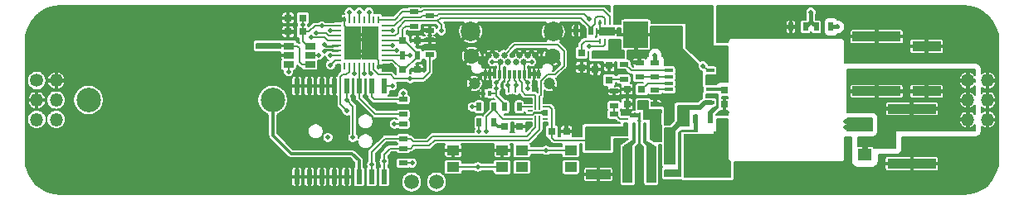
<source format=gbr>
G04 #@! TF.GenerationSoftware,KiCad,Pcbnew,(5.0.2)-1*
G04 #@! TF.CreationDate,2019-02-23T20:37:34-08:00*
G04 #@! TF.ProjectId,nixie_bottom_board,6e697869-655f-4626-9f74-746f6d5f626f,rev?*
G04 #@! TF.SameCoordinates,Original*
G04 #@! TF.FileFunction,Copper,L1,Top*
G04 #@! TF.FilePolarity,Positive*
%FSLAX46Y46*%
G04 Gerber Fmt 4.6, Leading zero omitted, Abs format (unit mm)*
G04 Created by KiCad (PCBNEW (5.0.2)-1) date 2/23/2019 8:37:34 PM*
%MOMM*%
%LPD*%
G01*
G04 APERTURE LIST*
G04 #@! TA.AperFunction,ComponentPad*
%ADD10C,1.200000*%
G04 #@! TD*
G04 #@! TA.AperFunction,ComponentPad*
%ADD11C,0.650000*%
G04 #@! TD*
G04 #@! TA.AperFunction,ComponentPad*
%ADD12C,2.000000*%
G04 #@! TD*
G04 #@! TA.AperFunction,ComponentPad*
%ADD13C,1.600000*%
G04 #@! TD*
G04 #@! TA.AperFunction,SMDPad,CuDef*
%ADD14R,0.300000X0.900000*%
G04 #@! TD*
G04 #@! TA.AperFunction,ComponentPad*
%ADD15C,1.500000*%
G04 #@! TD*
G04 #@! TA.AperFunction,SMDPad,CuDef*
%ADD16R,1.725000X1.725000*%
G04 #@! TD*
G04 #@! TA.AperFunction,SMDPad,CuDef*
%ADD17R,0.250000X0.700000*%
G04 #@! TD*
G04 #@! TA.AperFunction,SMDPad,CuDef*
%ADD18R,0.700000X0.250000*%
G04 #@! TD*
G04 #@! TA.AperFunction,SMDPad,CuDef*
%ADD19R,1.300000X1.000000*%
G04 #@! TD*
G04 #@! TA.AperFunction,SMDPad,CuDef*
%ADD20R,1.060000X0.650000*%
G04 #@! TD*
G04 #@! TA.AperFunction,SMDPad,CuDef*
%ADD21R,2.500000X1.000000*%
G04 #@! TD*
G04 #@! TA.AperFunction,SMDPad,CuDef*
%ADD22R,0.500000X0.900000*%
G04 #@! TD*
G04 #@! TA.AperFunction,SMDPad,CuDef*
%ADD23R,1.000000X3.800000*%
G04 #@! TD*
G04 #@! TA.AperFunction,SMDPad,CuDef*
%ADD24R,0.750000X0.800000*%
G04 #@! TD*
G04 #@! TA.AperFunction,SMDPad,CuDef*
%ADD25R,0.800000X0.800000*%
G04 #@! TD*
G04 #@! TA.AperFunction,SMDPad,CuDef*
%ADD26R,0.800000X0.750000*%
G04 #@! TD*
G04 #@! TA.AperFunction,SMDPad,CuDef*
%ADD27R,0.600000X1.500000*%
G04 #@! TD*
G04 #@! TA.AperFunction,ComponentPad*
%ADD28C,1.350000*%
G04 #@! TD*
G04 #@! TA.AperFunction,ComponentPad*
%ADD29O,1.350000X1.350000*%
G04 #@! TD*
G04 #@! TA.AperFunction,SMDPad,CuDef*
%ADD30R,0.200000X0.700000*%
G04 #@! TD*
G04 #@! TA.AperFunction,SMDPad,CuDef*
%ADD31R,0.500000X0.200000*%
G04 #@! TD*
G04 #@! TA.AperFunction,SMDPad,CuDef*
%ADD32R,0.250000X1.800000*%
G04 #@! TD*
G04 #@! TA.AperFunction,SMDPad,CuDef*
%ADD33R,0.600000X0.250000*%
G04 #@! TD*
G04 #@! TA.AperFunction,SMDPad,CuDef*
%ADD34R,0.250000X0.600000*%
G04 #@! TD*
G04 #@! TA.AperFunction,SMDPad,CuDef*
%ADD35R,0.200000X0.200000*%
G04 #@! TD*
G04 #@! TA.AperFunction,SMDPad,CuDef*
%ADD36R,0.300000X0.550000*%
G04 #@! TD*
G04 #@! TA.AperFunction,SMDPad,CuDef*
%ADD37R,2.550000X2.700000*%
G04 #@! TD*
G04 #@! TA.AperFunction,SMDPad,CuDef*
%ADD38R,1.150000X0.700000*%
G04 #@! TD*
G04 #@! TA.AperFunction,SMDPad,CuDef*
%ADD39R,3.300000X4.200000*%
G04 #@! TD*
G04 #@! TA.AperFunction,SMDPad,CuDef*
%ADD40R,1.300000X4.700000*%
G04 #@! TD*
G04 #@! TA.AperFunction,SMDPad,CuDef*
%ADD41R,1.250000X1.000000*%
G04 #@! TD*
G04 #@! TA.AperFunction,SMDPad,CuDef*
%ADD42R,3.000000X1.000000*%
G04 #@! TD*
G04 #@! TA.AperFunction,SMDPad,CuDef*
%ADD43R,5.000000X1.000000*%
G04 #@! TD*
G04 #@! TA.AperFunction,SMDPad,CuDef*
%ADD44R,0.900000X0.500000*%
G04 #@! TD*
G04 #@! TA.AperFunction,ComponentPad*
%ADD45C,0.800000*%
G04 #@! TD*
G04 #@! TA.AperFunction,ComponentPad*
%ADD46C,4.500000*%
G04 #@! TD*
G04 #@! TA.AperFunction,ComponentPad*
%ADD47C,5.000000*%
G04 #@! TD*
G04 #@! TA.AperFunction,SMDPad,CuDef*
%ADD48R,0.700000X1.300000*%
G04 #@! TD*
G04 #@! TA.AperFunction,SMDPad,CuDef*
%ADD49R,0.825000X0.712500*%
G04 #@! TD*
G04 #@! TA.AperFunction,SMDPad,CuDef*
%ADD50R,0.890000X0.420000*%
G04 #@! TD*
G04 #@! TA.AperFunction,SMDPad,CuDef*
%ADD51R,1.400000X1.200000*%
G04 #@! TD*
G04 #@! TA.AperFunction,SMDPad,CuDef*
%ADD52R,0.700000X0.900000*%
G04 #@! TD*
G04 #@! TA.AperFunction,SMDPad,CuDef*
%ADD53R,0.250000X0.500000*%
G04 #@! TD*
G04 #@! TA.AperFunction,SMDPad,CuDef*
%ADD54R,1.600000X0.900000*%
G04 #@! TD*
G04 #@! TA.AperFunction,BGAPad,CuDef*
%ADD55C,14.000000*%
G04 #@! TD*
G04 #@! TA.AperFunction,ComponentPad*
%ADD56C,2.500000*%
G04 #@! TD*
G04 #@! TA.AperFunction,ViaPad*
%ADD57C,0.508000*%
G04 #@! TD*
G04 #@! TA.AperFunction,Conductor*
%ADD58C,0.200000*%
G04 #@! TD*
G04 #@! TA.AperFunction,Conductor*
%ADD59C,0.300000*%
G04 #@! TD*
G04 #@! TA.AperFunction,Conductor*
%ADD60C,0.400000*%
G04 #@! TD*
G04 #@! TA.AperFunction,Conductor*
%ADD61C,0.150000*%
G04 #@! TD*
G04 #@! TA.AperFunction,Conductor*
%ADD62C,0.250000*%
G04 #@! TD*
G04 #@! TA.AperFunction,Conductor*
%ADD63C,0.127000*%
G04 #@! TD*
G04 #@! TA.AperFunction,Conductor*
%ADD64C,0.100000*%
G04 #@! TD*
G04 APERTURE END LIST*
D10*
G04 #@! TO.P,J1,S1*
G04 #@! TO.N,/GND*
X146155000Y-98310000D03*
X153845000Y-98310000D03*
D11*
G04 #@! TO.P,J1,B11*
X152400000Y-95410000D03*
G04 #@! TO.P,J1,B10*
X151600000Y-95410000D03*
G04 #@! TO.P,J1,B8*
X150800000Y-95410000D03*
G04 #@! TO.P,J1,B5*
G04 #@! TO.N,/CC2*
X149200000Y-95410000D03*
G04 #@! TO.P,J1,B3*
G04 #@! TO.N,/GND*
X148400000Y-95410000D03*
G04 #@! TO.P,J1,B2*
X147600000Y-95410000D03*
G04 #@! TO.P,J1,B12*
X152800000Y-96110000D03*
G04 #@! TO.P,J1,B9*
G04 #@! TO.N,/VBUS*
X151200000Y-96110000D03*
G04 #@! TO.P,J1,B7*
G04 #@! TO.N,/USB_N*
X150400000Y-96110000D03*
G04 #@! TO.P,J1,B6*
G04 #@! TO.N,/USB_P*
X149600000Y-96110000D03*
G04 #@! TO.P,J1,B4*
G04 #@! TO.N,/VBUS*
X148800000Y-96110000D03*
G04 #@! TO.P,J1,B1*
G04 #@! TO.N,/GND*
X147200000Y-96110000D03*
D12*
G04 #@! TO.P,J1,S1*
X154220000Y-92995000D03*
X145780000Y-92995000D03*
D13*
X145870000Y-95510000D03*
D14*
G04 #@! TO.P,J1,A11*
X147750000Y-97330000D03*
G04 #@! TO.P,J1,A8*
X149250000Y-97330000D03*
G04 #@! TO.P,J1,A9*
G04 #@! TO.N,/VBUS*
X148750000Y-97330000D03*
G04 #@! TO.P,J1,A10*
G04 #@! TO.N,/GND*
X148250000Y-97330000D03*
G04 #@! TO.P,J1,A12*
X147250000Y-97330000D03*
G04 #@! TO.P,J1,A7*
G04 #@! TO.N,/USB_N*
X149750000Y-97330000D03*
G04 #@! TO.P,J1,A6*
G04 #@! TO.N,/USB_P*
X150250000Y-97330000D03*
G04 #@! TO.P,J1,A5*
G04 #@! TO.N,/CC1*
X150750000Y-97330000D03*
G04 #@! TO.P,J1,A4*
G04 #@! TO.N,/VBUS*
X151250000Y-97330000D03*
G04 #@! TO.P,J1,A3*
G04 #@! TO.N,/GND*
X151750000Y-97330000D03*
G04 #@! TO.P,J1,A2*
X152250000Y-97330000D03*
G04 #@! TO.P,J1,A1*
X152750000Y-97330000D03*
D13*
G04 #@! TO.P,J1,S1*
X154130000Y-95510000D03*
G04 #@! TD*
D15*
G04 #@! TO.P,J20,1*
G04 #@! TO.N,/UART_RX*
X142300000Y-108400000D03*
G04 #@! TD*
G04 #@! TO.P,J19,1*
G04 #@! TO.N,/UART_TX*
X139760000Y-108400000D03*
G04 #@! TD*
D16*
G04 #@! TO.P,U2,33*
G04 #@! TO.N,/GND*
X135512500Y-95012500D03*
X135512500Y-93287500D03*
X133787500Y-95012500D03*
X133787500Y-93287500D03*
D17*
G04 #@! TO.P,U2,32*
X136400000Y-96550000D03*
G04 #@! TO.P,U2,31*
G04 #@! TO.N,Net-(R2-Pad1)*
X135900000Y-96550000D03*
G04 #@! TO.P,U2,30*
G04 #@! TO.N,/UART_RX*
X135400000Y-96550000D03*
G04 #@! TO.P,U2,29*
G04 #@! TO.N,/UART_TX*
X134900000Y-96550000D03*
G04 #@! TO.P,U2,28*
G04 #@! TO.N,/RTC*
X134400000Y-96550000D03*
G04 #@! TO.P,U2,27*
G04 #@! TO.N,/USB*
X133900000Y-96550000D03*
G04 #@! TO.P,U2,26*
G04 #@! TO.N,/SWO*
X133400000Y-96550000D03*
G04 #@! TO.P,U2,25*
G04 #@! TO.N,Net-(U2-Pad25)*
X132900000Y-96550000D03*
D18*
G04 #@! TO.P,U2,24*
G04 #@! TO.N,/SWCLK*
X132250000Y-95900000D03*
G04 #@! TO.P,U2,23*
G04 #@! TO.N,/SWDIO*
X132250000Y-95400000D03*
G04 #@! TO.P,U2,22*
G04 #@! TO.N,/USB_P*
X132250000Y-94900000D03*
G04 #@! TO.P,U2,21*
G04 #@! TO.N,/USB_N*
X132250000Y-94400000D03*
G04 #@! TO.P,U2,20*
G04 #@! TO.N,/SDA*
X132250000Y-93900000D03*
G04 #@! TO.P,U2,19*
G04 #@! TO.N,/SCL*
X132250000Y-93400000D03*
G04 #@! TO.P,U2,18*
G04 #@! TO.N,/MCO*
X132250000Y-92900000D03*
G04 #@! TO.P,U2,17*
G04 #@! TO.N,/VDD*
X132250000Y-92400000D03*
D17*
G04 #@! TO.P,U2,16*
G04 #@! TO.N,/GND*
X132900000Y-91750000D03*
G04 #@! TO.P,U2,15*
G04 #@! TO.N,/AMP_EN*
X133400000Y-91750000D03*
G04 #@! TO.P,U2,14*
G04 #@! TO.N,Net-(U2-Pad14)*
X133900000Y-91750000D03*
G04 #@! TO.P,U2,13*
G04 #@! TO.N,/NIXIE_EN*
X134400000Y-91750000D03*
G04 #@! TO.P,U2,12*
G04 #@! TO.N,Net-(U2-Pad12)*
X134900000Y-91750000D03*
G04 #@! TO.P,U2,11*
G04 #@! TO.N,/DAC*
X135400000Y-91750000D03*
G04 #@! TO.P,U2,10*
G04 #@! TO.N,Net-(U2-Pad10)*
X135900000Y-91750000D03*
G04 #@! TO.P,U2,9*
G04 #@! TO.N,/FAULT*
X136400000Y-91750000D03*
D18*
G04 #@! TO.P,U2,8*
G04 #@! TO.N,/HV_EN*
X137050000Y-92400000D03*
G04 #@! TO.P,U2,7*
G04 #@! TO.N,Net-(R20-Pad2)*
X137050000Y-92900000D03*
G04 #@! TO.P,U2,6*
G04 #@! TO.N,/ILM*
X137050000Y-93400000D03*
G04 #@! TO.P,U2,5*
G04 #@! TO.N,/VDD*
X137050000Y-93900000D03*
G04 #@! TO.P,U2,4*
G04 #@! TO.N,/NRST*
X137050000Y-94400000D03*
G04 #@! TO.P,U2,3*
G04 #@! TO.N,/LED*
X137050000Y-94900000D03*
G04 #@! TO.P,U2,2*
G04 #@! TO.N,/32kHz*
X137050000Y-95400000D03*
G04 #@! TO.P,U2,1*
G04 #@! TO.N,/VDD*
X137050000Y-95900000D03*
G04 #@! TD*
D19*
G04 #@! TO.P,SW1,1*
G04 #@! TO.N,/GND*
X144000000Y-105150000D03*
G04 #@! TO.P,SW1,2*
G04 #@! TO.N,/NRST*
X144000000Y-106850000D03*
X149000000Y-106860000D03*
G04 #@! TO.P,SW1,1*
G04 #@! TO.N,/GND*
X149000000Y-105150000D03*
G04 #@! TD*
D20*
G04 #@! TO.P,U5,1*
G04 #@! TO.N,/VNIXIE*
X127200000Y-94450000D03*
G04 #@! TO.P,U5,2*
G04 #@! TO.N,/GND*
X127200000Y-95400000D03*
G04 #@! TO.P,U5,3*
G04 #@! TO.N,/DAC*
X127200000Y-96350000D03*
G04 #@! TO.P,U5,4*
G04 #@! TO.N,/VNIXIE*
X129400000Y-96350000D03*
G04 #@! TO.P,U5,6*
G04 #@! TO.N,/VDD*
X129400000Y-94450000D03*
G04 #@! TO.P,U5,5*
G04 #@! TO.N,/AMP_EN*
X129400000Y-95400000D03*
G04 #@! TD*
D21*
G04 #@! TO.P,C11,1*
G04 #@! TO.N,/GND*
X158800000Y-107600000D03*
G04 #@! TO.P,C11,2*
G04 #@! TO.N,/VDD*
X158800000Y-104600000D03*
G04 #@! TD*
D22*
G04 #@! TO.P,R20,1*
G04 #@! TO.N,/HV_OUT*
X182550000Y-92500000D03*
G04 #@! TO.P,R20,2*
G04 #@! TO.N,Net-(R20-Pad2)*
X181050000Y-92500000D03*
G04 #@! TD*
G04 #@! TO.P,R21,2*
G04 #@! TO.N,Net-(R20-Pad2)*
X179950000Y-92500000D03*
G04 #@! TO.P,R21,1*
G04 #@! TO.N,/GND*
X178450000Y-92500000D03*
G04 #@! TD*
D23*
G04 #@! TO.P,L1,1*
G04 #@! TO.N,Net-(L1-Pad1)*
X164200000Y-106600000D03*
G04 #@! TO.P,L1,2*
G04 #@! TO.N,Net-(L1-Pad2)*
X161800000Y-106600000D03*
G04 #@! TD*
D24*
G04 #@! TO.P,C17,1*
G04 #@! TO.N,Net-(C17-Pad1)*
X157100000Y-95150000D03*
G04 #@! TO.P,C17,2*
G04 #@! TO.N,/GND*
X157100000Y-96650000D03*
G04 #@! TD*
D25*
G04 #@! TO.P,D5,1*
G04 #@! TO.N,/GND*
X150800000Y-102700000D03*
G04 #@! TO.P,D5,2*
G04 #@! TO.N,Net-(D5-Pad2)*
X149200000Y-102700000D03*
G04 #@! TD*
D22*
G04 #@! TO.P,R13,2*
G04 #@! TO.N,Net-(D5-Pad2)*
X148150000Y-102300000D03*
G04 #@! TO.P,R13,1*
G04 #@! TO.N,/LED*
X146650000Y-102300000D03*
G04 #@! TD*
D26*
G04 #@! TO.P,C12,1*
G04 #@! TO.N,/VDD*
X138850000Y-96900000D03*
G04 #@! TO.P,C12,2*
G04 #@! TO.N,/GND*
X140350000Y-96900000D03*
G04 #@! TD*
G04 #@! TO.P,C13,2*
G04 #@! TO.N,/GND*
X140350000Y-93900000D03*
G04 #@! TO.P,C13,1*
G04 #@! TO.N,/VDD*
X138850000Y-93900000D03*
G04 #@! TD*
D27*
G04 #@! TO.P,U4,1*
G04 #@! TO.N,/32kHz*
X136945000Y-98550000D03*
G04 #@! TO.P,U4,2*
G04 #@! TO.N,/VDD*
X135675000Y-98550000D03*
G04 #@! TO.P,U4,3*
G04 #@! TO.N,/RTC*
X134405000Y-98550000D03*
G04 #@! TO.P,U4,4*
G04 #@! TO.N,/NRST*
X133135000Y-98550000D03*
G04 #@! TO.P,U4,5*
G04 #@! TO.N,/GND*
X131865000Y-98550000D03*
G04 #@! TO.P,U4,6*
X130595000Y-98550000D03*
G04 #@! TO.P,U4,7*
X129325000Y-98550000D03*
G04 #@! TO.P,U4,8*
X128055000Y-98550000D03*
G04 #@! TO.P,U4,9*
X128055000Y-107850000D03*
G04 #@! TO.P,U4,10*
X129325000Y-107850000D03*
G04 #@! TO.P,U4,11*
X130595000Y-107850000D03*
G04 #@! TO.P,U4,12*
X131865000Y-107850000D03*
G04 #@! TO.P,U4,13*
X133135000Y-107850000D03*
G04 #@! TO.P,U4,14*
G04 #@! TO.N,Net-(BT1-Pad1)*
X134405000Y-107850000D03*
G04 #@! TO.P,U4,15*
G04 #@! TO.N,/SDA*
X135675000Y-107850000D03*
G04 #@! TO.P,U4,16*
G04 #@! TO.N,/SCL*
X136945000Y-107850000D03*
G04 #@! TD*
D22*
G04 #@! TO.P,R1,1*
G04 #@! TO.N,/VBUS*
X149250000Y-100700000D03*
G04 #@! TO.P,R1,2*
G04 #@! TO.N,Net-(R1-Pad2)*
X150750000Y-100700000D03*
G04 #@! TD*
D28*
G04 #@! TO.P,J4,1*
G04 #@! TO.N,/VNIXIE*
X101500000Y-98000000D03*
D29*
G04 #@! TO.P,J4,2*
G04 #@! TO.N,/GND*
X103500000Y-98000000D03*
G04 #@! TO.P,J4,3*
X101500000Y-100000000D03*
G04 #@! TO.P,J4,4*
G04 #@! TO.N,/SCL*
X103500000Y-100000000D03*
G04 #@! TO.P,J4,5*
G04 #@! TO.N,/NIXIE_EN*
X101500000Y-102000000D03*
G04 #@! TO.P,J4,6*
G04 #@! TO.N,/SDA*
X103500000Y-102000000D03*
G04 #@! TD*
D28*
G04 #@! TO.P,J3,1*
G04 #@! TO.N,/HV_OUT*
X196500000Y-98000000D03*
D29*
G04 #@! TO.P,J3,2*
G04 #@! TO.N,/GND*
X198500000Y-98000000D03*
G04 #@! TO.P,J3,3*
G04 #@! TO.N,/HV_OUT*
X196500000Y-100000000D03*
G04 #@! TO.P,J3,4*
G04 #@! TO.N,/GND*
X198500000Y-100000000D03*
G04 #@! TO.P,J3,5*
G04 #@! TO.N,/HV_OUT*
X196500000Y-102000000D03*
G04 #@! TO.P,J3,6*
G04 #@! TO.N,/GND*
X198500000Y-102000000D03*
G04 #@! TD*
D30*
G04 #@! TO.P,U1,1*
G04 #@! TO.N,/CC2*
X152800000Y-100650000D03*
G04 #@! TO.P,U1,2*
G04 #@! TO.N,/CC1*
X152400000Y-100650000D03*
D31*
G04 #@! TO.P,U1,3*
G04 #@! TO.N,Net-(R1-Pad2)*
X151850000Y-100700000D03*
G04 #@! TO.P,U1,4*
G04 #@! TO.N,Net-(U1-Pad4)*
X151850000Y-101100000D03*
G04 #@! TO.P,U1,5*
G04 #@! TO.N,/GND*
X151850000Y-101500000D03*
G04 #@! TO.P,U1,6*
G04 #@! TO.N,/USB*
X151850000Y-101900000D03*
D30*
G04 #@! TO.P,U1,7*
G04 #@! TO.N,/SDA*
X152400000Y-101950000D03*
G04 #@! TO.P,U1,8*
G04 #@! TO.N,/SCL*
X152800000Y-101950000D03*
D31*
G04 #@! TO.P,U1,9*
G04 #@! TO.N,Net-(U1-Pad9)*
X153350000Y-101900000D03*
G04 #@! TO.P,U1,10*
G04 #@! TO.N,/GND*
X153350000Y-101500000D03*
G04 #@! TO.P,U1,11*
X153350000Y-101100000D03*
G04 #@! TO.P,U1,12*
G04 #@! TO.N,/VDD*
X153350000Y-100700000D03*
G04 #@! TD*
D32*
G04 #@! TO.P,U3,1*
G04 #@! TO.N,Net-(L1-Pad2)*
X162500000Y-103250000D03*
G04 #@! TO.P,U3,2*
G04 #@! TO.N,/GND*
X163000000Y-103250000D03*
G04 #@! TO.P,U3,3*
G04 #@! TO.N,Net-(L1-Pad1)*
X163500000Y-103250000D03*
D33*
G04 #@! TO.P,U3,4*
G04 #@! TO.N,/VBUS*
X164400000Y-103450000D03*
G04 #@! TO.P,U3,5*
X164400000Y-102950000D03*
G04 #@! TO.P,U3,6*
X164400000Y-102450000D03*
G04 #@! TO.P,U3,7*
X164400000Y-101950000D03*
D34*
G04 #@! TO.P,U3,8*
X163500000Y-101550000D03*
G04 #@! TO.P,U3,9*
G04 #@! TO.N,/GND*
X163000000Y-101550000D03*
G04 #@! TO.P,U3,10*
X162500000Y-101550000D03*
D33*
G04 #@! TO.P,U3,11*
G04 #@! TO.N,Net-(R16-Pad1)*
X161600000Y-101950000D03*
G04 #@! TO.P,U3,12*
G04 #@! TO.N,/VDD*
X161600000Y-102450000D03*
G04 #@! TO.P,U3,13*
X161600000Y-102950000D03*
G04 #@! TO.P,U3,14*
X161600000Y-103450000D03*
G04 #@! TD*
D19*
G04 #@! TO.P,SW2,1*
G04 #@! TO.N,Net-(R2-Pad1)*
X151000000Y-105150000D03*
G04 #@! TO.P,SW2,2*
G04 #@! TO.N,/VDD*
X151000000Y-106850000D03*
X156000000Y-106860000D03*
G04 #@! TO.P,SW2,1*
G04 #@! TO.N,Net-(R2-Pad1)*
X156000000Y-105150000D03*
G04 #@! TD*
D35*
G04 #@! TO.P,D2,3*
G04 #@! TO.N,/CC2*
X152940000Y-99450000D03*
G04 #@! TO.P,D2,2*
G04 #@! TO.N,/CC1*
X152260000Y-99450000D03*
G04 #@! TO.P,D2,1*
G04 #@! TO.N,/GND*
X152600000Y-99150000D03*
G04 #@! TD*
G04 #@! TO.P,D3,3*
G04 #@! TO.N,/USB_N*
X149660000Y-99150000D03*
G04 #@! TO.P,D3,2*
G04 #@! TO.N,/USB_P*
X150340000Y-99150000D03*
G04 #@! TO.P,D3,1*
G04 #@! TO.N,/GND*
X150000000Y-99450000D03*
G04 #@! TD*
D36*
G04 #@! TO.P,D1,2*
G04 #@! TO.N,/GND*
X147050000Y-99300000D03*
G04 #@! TO.P,D1,1*
G04 #@! TO.N,/VBUS*
X147750000Y-99300000D03*
G04 #@! TD*
D26*
G04 #@! TO.P,C16,1*
G04 #@! TO.N,/VDD*
X128650000Y-91600000D03*
G04 #@! TO.P,C16,2*
G04 #@! TO.N,/GND*
X127150000Y-91600000D03*
G04 #@! TD*
D22*
G04 #@! TO.P,R3,1*
G04 #@! TO.N,/VDD*
X146650000Y-100700000D03*
G04 #@! TO.P,R3,2*
G04 #@! TO.N,/USB*
X148150000Y-100700000D03*
G04 #@! TD*
D26*
G04 #@! TO.P,C3,1*
G04 #@! TO.N,/VBUS*
X163250000Y-100400000D03*
G04 #@! TO.P,C3,2*
G04 #@! TO.N,/GND*
X161750000Y-100400000D03*
G04 #@! TD*
D37*
G04 #@! TO.P,C1,1*
G04 #@! TO.N,/GND*
X162650000Y-93300000D03*
G04 #@! TO.P,C1,2*
G04 #@! TO.N,/HV_IN*
X169000000Y-93300000D03*
G04 #@! TD*
D38*
G04 #@! TO.P,Q1,2*
G04 #@! TO.N,Net-(Q1-Pad2)*
X166100000Y-107510000D03*
D39*
G04 #@! TO.P,Q1,1*
G04 #@! TO.N,Net-(Q1-Pad1)*
X169135000Y-105600000D03*
D40*
X171200000Y-105600000D03*
D38*
G04 #@! TO.P,Q1,3*
G04 #@! TO.N,Net-(Q1-Pad3)*
X166100000Y-106240000D03*
X166100000Y-103690000D03*
X166100000Y-104960000D03*
G04 #@! TD*
D26*
G04 #@! TO.P,C15,2*
G04 #@! TO.N,/VDD*
X128650000Y-93000000D03*
G04 #@! TO.P,C15,1*
G04 #@! TO.N,/GND*
X127150000Y-93000000D03*
G04 #@! TD*
G04 #@! TO.P,C14,1*
G04 #@! TO.N,/GND*
X155550000Y-103200000D03*
G04 #@! TO.P,C14,2*
G04 #@! TO.N,/VDD*
X154050000Y-103200000D03*
G04 #@! TD*
D24*
G04 #@! TO.P,C2,1*
G04 #@! TO.N,/VBUS*
X158500000Y-95350000D03*
G04 #@! TO.P,C2,2*
G04 #@! TO.N,/GND*
X158500000Y-96850000D03*
G04 #@! TD*
D26*
G04 #@! TO.P,C6,1*
G04 #@! TO.N,Net-(C6-Pad1)*
X163250000Y-98900000D03*
G04 #@! TO.P,C6,2*
G04 #@! TO.N,/GND*
X161750000Y-98900000D03*
G04 #@! TD*
D41*
G04 #@! TO.P,C4,2*
G04 #@! TO.N,/HV_IN*
X171500000Y-95600000D03*
G04 #@! TO.P,C4,1*
G04 #@! TO.N,/GND*
X171500000Y-93600000D03*
G04 #@! TD*
D42*
G04 #@! TO.P,C9,2*
G04 #@! TO.N,/HV_OUT*
X192300000Y-99100000D03*
G04 #@! TO.P,C9,1*
G04 #@! TO.N,/GND*
X192300000Y-94500000D03*
G04 #@! TD*
D43*
G04 #@! TO.P,C8,2*
G04 #@! TO.N,/HV_OUT*
X190800000Y-100900000D03*
G04 #@! TO.P,C8,1*
G04 #@! TO.N,/GND*
X190800000Y-106500000D03*
G04 #@! TD*
D44*
G04 #@! TO.P,R19,1*
G04 #@! TO.N,/RTC*
X138900000Y-101450000D03*
G04 #@! TO.P,R19,2*
G04 #@! TO.N,/VDD*
X138900000Y-99950000D03*
G04 #@! TD*
D22*
G04 #@! TO.P,R18,1*
G04 #@! TO.N,/VDD*
X140350000Y-95400000D03*
G04 #@! TO.P,R18,2*
G04 #@! TO.N,/32kHz*
X138850000Y-95400000D03*
G04 #@! TD*
D44*
G04 #@! TO.P,R17,1*
G04 #@! TO.N,/GND*
X160400000Y-99050000D03*
G04 #@! TO.P,R17,2*
G04 #@! TO.N,Net-(R16-Pad1)*
X160400000Y-100550000D03*
G04 #@! TD*
G04 #@! TO.P,R16,1*
G04 #@! TO.N,Net-(R16-Pad1)*
X160400000Y-101450000D03*
G04 #@! TO.P,R16,2*
G04 #@! TO.N,/VDD*
X160400000Y-102950000D03*
G04 #@! TD*
D45*
G04 #@! TO.P,MH1,1*
G04 #@! TO.N,/GND*
X104237437Y-91862563D03*
X104750000Y-93100000D03*
X104237437Y-94337437D03*
X103000000Y-94850000D03*
X101762563Y-94337437D03*
X101250000Y-93100000D03*
X101762563Y-91862563D03*
X103000000Y-91350000D03*
D46*
X103000000Y-93100000D03*
G04 #@! TD*
G04 #@! TO.P,MH2,1*
G04 #@! TO.N,/GND*
X103000000Y-107000000D03*
D45*
X103000000Y-105250000D03*
X101762563Y-105762563D03*
X101250000Y-107000000D03*
X101762563Y-108237437D03*
X103000000Y-108750000D03*
X104237437Y-108237437D03*
X104750000Y-107000000D03*
X104237437Y-105762563D03*
G04 #@! TD*
G04 #@! TO.P,MH3,1*
G04 #@! TO.N,/GND*
X198237437Y-91762563D03*
X198750000Y-93000000D03*
X198237437Y-94237437D03*
X197000000Y-94750000D03*
X195762563Y-94237437D03*
X195250000Y-93000000D03*
X195762563Y-91762563D03*
X197000000Y-91250000D03*
D46*
X197000000Y-93000000D03*
G04 #@! TD*
G04 #@! TO.P,MH4,1*
G04 #@! TO.N,/GND*
X197000000Y-107200000D03*
D45*
X197000000Y-105450000D03*
X195762563Y-105962563D03*
X195250000Y-107200000D03*
X195762563Y-108437437D03*
X197000000Y-108950000D03*
X198237437Y-108437437D03*
X198750000Y-107200000D03*
X198237437Y-105962563D03*
G04 #@! TD*
D47*
G04 #@! TO.P,MH6,1*
G04 #@! TO.N,/GND*
X157000000Y-100000000D03*
D45*
X158875000Y-100000000D03*
X158325825Y-101325825D03*
X157000000Y-101875000D03*
X155674175Y-101325825D03*
X155125000Y-100000000D03*
X155674175Y-98674175D03*
X157000000Y-98125000D03*
X158325825Y-98674175D03*
G04 #@! TD*
G04 #@! TO.P,MH5,1*
G04 #@! TO.N,/GND*
X144325825Y-98674175D03*
X143000000Y-98125000D03*
X141674175Y-98674175D03*
X141125000Y-100000000D03*
X141674175Y-101325825D03*
X143000000Y-101875000D03*
X144325825Y-101325825D03*
X144875000Y-100000000D03*
D47*
X143000000Y-100000000D03*
G04 #@! TD*
D24*
G04 #@! TO.P,C5,2*
G04 #@! TO.N,/GND*
X159900000Y-96450000D03*
G04 #@! TO.P,C5,1*
G04 #@! TO.N,Net-(C5-Pad1)*
X159900000Y-97950000D03*
G04 #@! TD*
G04 #@! TO.P,C7,2*
G04 #@! TO.N,/GND*
X171700000Y-100450000D03*
G04 #@! TO.P,C7,1*
G04 #@! TO.N,Net-(C7-Pad1)*
X171700000Y-98950000D03*
G04 #@! TD*
D44*
G04 #@! TO.P,R9,1*
G04 #@! TO.N,/GND*
X163000000Y-96150000D03*
G04 #@! TO.P,R9,2*
G04 #@! TO.N,Net-(R10-Pad2)*
X163000000Y-97650000D03*
G04 #@! TD*
G04 #@! TO.P,R6,1*
G04 #@! TO.N,/GND*
X164600000Y-100450000D03*
G04 #@! TO.P,R6,2*
G04 #@! TO.N,Net-(R6-Pad2)*
X164600000Y-98950000D03*
G04 #@! TD*
G04 #@! TO.P,R7,1*
G04 #@! TO.N,Net-(R7-Pad1)*
X161400000Y-96350000D03*
G04 #@! TO.P,R7,2*
G04 #@! TO.N,Net-(C5-Pad1)*
X161400000Y-97850000D03*
G04 #@! TD*
G04 #@! TO.P,R5,1*
G04 #@! TO.N,/SCL*
X138900000Y-104950000D03*
G04 #@! TO.P,R5,2*
G04 #@! TO.N,/VDD*
X138900000Y-106450000D03*
G04 #@! TD*
G04 #@! TO.P,R2,1*
G04 #@! TO.N,Net-(R2-Pad1)*
X141600000Y-95350000D03*
G04 #@! TO.P,R2,2*
G04 #@! TO.N,/GND*
X141600000Y-93850000D03*
G04 #@! TD*
D22*
G04 #@! TO.P,R8,1*
G04 #@! TO.N,Net-(Q1-Pad2)*
X168750000Y-101900000D03*
G04 #@! TO.P,R8,2*
G04 #@! TO.N,Net-(R8-Pad2)*
X170250000Y-101900000D03*
G04 #@! TD*
D44*
G04 #@! TO.P,R10,2*
G04 #@! TO.N,Net-(R10-Pad2)*
X164600000Y-97650000D03*
G04 #@! TO.P,R10,1*
G04 #@! TO.N,/HV_OUT*
X164600000Y-96150000D03*
G04 #@! TD*
D43*
G04 #@! TO.P,C10,1*
G04 #@! TO.N,/GND*
X187200000Y-93500000D03*
G04 #@! TO.P,C10,2*
G04 #@! TO.N,/HV_OUT*
X187200000Y-99100000D03*
G04 #@! TD*
D44*
G04 #@! TO.P,R4,1*
G04 #@! TO.N,/SDA*
X138900000Y-103950000D03*
G04 #@! TO.P,R4,2*
G04 #@! TO.N,/VDD*
X138900000Y-102450000D03*
G04 #@! TD*
D48*
G04 #@! TO.P,R11,2*
G04 #@! TO.N,Net-(Q1-Pad3)*
X167750000Y-101900000D03*
G04 #@! TO.P,R11,1*
G04 #@! TO.N,/GND*
X165850000Y-101900000D03*
G04 #@! TD*
D49*
G04 #@! TO.P,U6,13*
G04 #@! TO.N,/GND*
X167687500Y-97531250D03*
X167687500Y-98243750D03*
X167687500Y-98956250D03*
X167687500Y-99668750D03*
X168512500Y-97531250D03*
X168512500Y-98243750D03*
X168512500Y-98956250D03*
X168512500Y-99668750D03*
D50*
G04 #@! TO.P,U6,12*
G04 #@! TO.N,/HV_EN*
X170205000Y-96975000D03*
G04 #@! TO.P,U6,11*
G04 #@! TO.N,/HV_IN*
X170205000Y-97625000D03*
G04 #@! TO.P,U6,10*
X170205000Y-98275000D03*
G04 #@! TO.P,U6,9*
G04 #@! TO.N,Net-(C7-Pad1)*
X170205000Y-98925000D03*
G04 #@! TO.P,U6,8*
G04 #@! TO.N,Net-(R8-Pad2)*
X170205000Y-99575000D03*
G04 #@! TO.P,U6,7*
G04 #@! TO.N,Net-(Q1-Pad3)*
X170205000Y-100225000D03*
G04 #@! TO.P,U6,6*
G04 #@! TO.N,/GND*
X165995000Y-100225000D03*
G04 #@! TO.P,U6,5*
X165995000Y-99575000D03*
G04 #@! TO.P,U6,4*
G04 #@! TO.N,Net-(R6-Pad2)*
X165995000Y-98925000D03*
G04 #@! TO.P,U6,3*
G04 #@! TO.N,Net-(C6-Pad1)*
X165995000Y-98275000D03*
G04 #@! TO.P,U6,2*
G04 #@! TO.N,Net-(R10-Pad2)*
X165995000Y-97625000D03*
G04 #@! TO.P,U6,1*
G04 #@! TO.N,Net-(R7-Pad1)*
X165995000Y-96975000D03*
G04 #@! TD*
D51*
G04 #@! TO.P,D4,1*
G04 #@! TO.N,/HV_OUT*
X186000000Y-105550000D03*
G04 #@! TO.P,D4,2*
G04 #@! TO.N,Net-(D4-Pad2)*
X186000000Y-102450000D03*
G04 #@! TD*
D44*
G04 #@! TO.P,R12,2*
G04 #@! TO.N,/GND*
X141600000Y-92850000D03*
G04 #@! TO.P,R12,1*
G04 #@! TO.N,/HV_EN*
X141600000Y-91350000D03*
G04 #@! TD*
D22*
G04 #@! TO.P,R14,2*
G04 #@! TO.N,/GND*
X156550000Y-92900000D03*
G04 #@! TO.P,R14,1*
G04 #@! TO.N,/ILM*
X158050000Y-92900000D03*
G04 #@! TD*
D44*
G04 #@! TO.P,R15,1*
G04 #@! TO.N,/VDD*
X140000000Y-92450000D03*
G04 #@! TO.P,R15,2*
G04 #@! TO.N,/FAULT*
X140000000Y-90950000D03*
G04 #@! TD*
D52*
G04 #@! TO.P,U7,9*
G04 #@! TO.N,/GND*
X159250000Y-93000000D03*
X160150000Y-93000000D03*
D53*
G04 #@! TO.P,U7,6*
G04 #@! TO.N,/FAULT*
X159950000Y-92050000D03*
G04 #@! TO.P,U7,5*
G04 #@! TO.N,/HV_IN*
X160450000Y-92050000D03*
G04 #@! TO.P,U7,4*
G04 #@! TO.N,/VBUS*
X160450000Y-93950000D03*
G04 #@! TO.P,U7,2*
G04 #@! TO.N,/HV_EN*
X159450000Y-93950000D03*
G04 #@! TO.P,U7,1*
G04 #@! TO.N,Net-(C17-Pad1)*
X158950000Y-93950000D03*
D54*
G04 #@! TO.P,U7,9*
G04 #@! TO.N,/GND*
X159700000Y-93000000D03*
D53*
G04 #@! TO.P,U7,8*
X158950000Y-92050000D03*
G04 #@! TO.P,U7,7*
G04 #@! TO.N,/ILM*
X159450000Y-92050000D03*
G04 #@! TO.P,U7,3*
G04 #@! TO.N,/VBUS*
X159950000Y-93950000D03*
G04 #@! TD*
D55*
G04 #@! TO.P,BT1,2*
G04 #@! TO.N,/GND*
X116200000Y-100000000D03*
D56*
G04 #@! TO.P,BT1,*
G04 #@! TO.N,*
X106800000Y-100000000D03*
G04 #@! TO.P,BT1,1*
G04 #@! TO.N,Net-(BT1-Pad1)*
X125600000Y-100000000D03*
G04 #@! TD*
D57*
G04 #@! TO.N,Net-(Q1-Pad1)*
X171200000Y-105200000D03*
X171800000Y-105200000D03*
X171200000Y-104600000D03*
X171800000Y-104600000D03*
X171200000Y-104000000D03*
X171800000Y-104000000D03*
X171200000Y-103400000D03*
X171800000Y-103400000D03*
X171200000Y-102800000D03*
X171800000Y-102800000D03*
X171200000Y-102200000D03*
X171800000Y-102200000D03*
G04 #@! TO.N,/HV_OUT*
X164600000Y-95400000D03*
X190250000Y-99900000D03*
X183200000Y-92500000D03*
G04 #@! TO.N,/VDD*
X130600000Y-92400000D03*
X139800000Y-106450000D03*
X145950000Y-100700000D03*
X159600000Y-103100000D03*
X159000000Y-103100000D03*
X158400000Y-103100000D03*
X157800000Y-103100000D03*
X138850000Y-93900000D03*
X159600000Y-103700000D03*
X159000000Y-103700000D03*
X157800000Y-103700000D03*
X158400000Y-103700000D03*
X131230000Y-103835000D03*
X138900000Y-99300000D03*
X138000000Y-102450000D03*
X138850000Y-96900000D03*
X128650000Y-92300000D03*
X151000000Y-106850000D03*
X156000000Y-106860000D03*
G04 #@! TO.N,/VNIXIE*
X124800000Y-94450000D03*
X125400000Y-94450000D03*
X124200000Y-94450000D03*
G04 #@! TO.N,/SCL*
X130000000Y-93100000D03*
X136950000Y-106300000D03*
G04 #@! TO.N,/SDA*
X129500000Y-93600000D03*
X135675000Y-106600000D03*
G04 #@! TO.N,/HV_EN*
X169500000Y-96500000D03*
X157900000Y-94500000D03*
X157900000Y-91700000D03*
G04 #@! TO.N,/SWO*
X133150000Y-101100000D03*
G04 #@! TO.N,/NRST*
X137800000Y-94400000D03*
X146500000Y-106850000D03*
X133770000Y-103835000D03*
X133135000Y-100035000D03*
G04 #@! TO.N,/DAC*
X135400000Y-91000000D03*
X127200000Y-97100000D03*
G04 #@! TO.N,/USB_N*
X149600000Y-98500000D03*
X130900000Y-94325000D03*
G04 #@! TO.N,/USB_P*
X130900000Y-94975000D03*
X150400000Y-98500000D03*
G04 #@! TO.N,Net-(D4-Pad2)*
X184000000Y-102800000D03*
X184600000Y-102800000D03*
X185800000Y-102800000D03*
X186400000Y-102800000D03*
X186400000Y-102200000D03*
X185800000Y-102200000D03*
X184600000Y-102200000D03*
X184000000Y-102200000D03*
X185200000Y-102200000D03*
X185200000Y-102800000D03*
G04 #@! TO.N,/SWDIO*
X131500000Y-95400000D03*
G04 #@! TO.N,/SWCLK*
X131500000Y-96400000D03*
G04 #@! TO.N,/HV_IN*
X171800000Y-94800000D03*
X171200000Y-94800000D03*
X171200000Y-95400000D03*
X171800000Y-95400000D03*
X171800000Y-97200000D03*
X171800000Y-97800000D03*
X171200000Y-97200000D03*
X171200000Y-97800000D03*
X171800000Y-96600000D03*
X171200000Y-96600000D03*
X171200000Y-96000000D03*
X171800000Y-96000000D03*
G04 #@! TO.N,/USB*
X147400000Y-103200000D03*
X133900000Y-97300000D03*
G04 #@! TO.N,/ILM*
X142800000Y-92900000D03*
G04 #@! TO.N,/32kHz*
X137800000Y-98550000D03*
X139600000Y-95400000D03*
G04 #@! TO.N,/AMP_EN*
X130300000Y-95400000D03*
X133400000Y-91000000D03*
G04 #@! TO.N,/NIXIE_EN*
X134400000Y-91000000D03*
G04 #@! TO.N,/MCO*
X131500000Y-92900000D03*
G04 #@! TO.N,/LED*
X138200000Y-94900000D03*
X146650000Y-103200000D03*
G04 #@! TO.N,Net-(R2-Pad1)*
X139600000Y-97800000D03*
X153500000Y-105150000D03*
G04 #@! TO.N,Net-(R20-Pad2)*
X137800000Y-92900000D03*
X180500000Y-91000000D03*
G04 #@! TO.N,/GND*
X152200000Y-104500000D03*
X134500000Y-93800000D03*
X133900000Y-93800000D03*
X133300000Y-93800000D03*
X134500000Y-95500000D03*
X133900000Y-95500000D03*
X133300000Y-95500000D03*
X171900000Y-101300000D03*
X171300000Y-101300000D03*
X167687500Y-99668750D03*
X168512500Y-99668750D03*
X168512500Y-98956250D03*
X167687500Y-98956250D03*
X167687500Y-98243750D03*
X168512500Y-98243750D03*
X168512500Y-97531250D03*
X167687500Y-97531250D03*
X166350000Y-100800000D03*
X165750000Y-100800000D03*
X164600000Y-99750000D03*
X164500000Y-92800000D03*
X162100000Y-95200000D03*
X162700000Y-95200000D03*
X163300000Y-95200000D03*
X130900000Y-95900000D03*
X159700000Y-106700000D03*
X163000000Y-105000000D03*
X163000000Y-105600000D03*
X163000000Y-106200000D03*
X163000000Y-106800000D03*
X163000000Y-107400000D03*
X165100000Y-92800000D03*
X164500000Y-93400000D03*
X165100000Y-93400000D03*
X150000000Y-100700000D03*
X165850000Y-96150000D03*
X166450000Y-96150000D03*
X166450000Y-95550000D03*
X165850000Y-95550000D03*
X151700000Y-102550000D03*
X172600000Y-93500000D03*
X173200000Y-93500000D03*
X173800000Y-93500000D03*
X157900000Y-106100000D03*
X159100000Y-106100000D03*
X159700000Y-106100000D03*
X132500000Y-103835000D03*
X174400000Y-93500000D03*
X137000000Y-96500000D03*
X141000000Y-96100000D03*
X158500000Y-106100000D03*
X158500000Y-106700000D03*
X159100000Y-106700000D03*
X157900000Y-106700000D03*
X127150000Y-92300000D03*
G04 #@! TO.N,/VBUS*
X165000000Y-101400000D03*
X164400000Y-101400000D03*
X165000000Y-102000000D03*
X165000000Y-102600000D03*
X165000000Y-103200000D03*
X160200000Y-94900000D03*
X159300000Y-95400000D03*
X159900000Y-95400000D03*
X160500000Y-95400000D03*
X161100000Y-95400000D03*
X160800000Y-94900000D03*
X151600000Y-98200000D03*
X151600000Y-98800000D03*
X148400000Y-98200000D03*
X148400000Y-98800000D03*
X148000000Y-96100000D03*
X165000000Y-103800000D03*
X152000000Y-96100000D03*
X163250000Y-100400000D03*
G04 #@! TO.N,/UART_TX*
X134900000Y-97300000D03*
G04 #@! TO.N,/UART_RX*
X135600000Y-97300000D03*
G04 #@! TD*
D58*
G04 #@! TO.N,Net-(R1-Pad2)*
X150750000Y-100700000D02*
X151850000Y-100700000D01*
G04 #@! TO.N,Net-(R6-Pad2)*
X164625000Y-98925000D02*
X164600000Y-98950000D01*
X165995000Y-98925000D02*
X164625000Y-98925000D01*
D59*
G04 #@! TO.N,Net-(C7-Pad1)*
X171675000Y-98925000D02*
X171700000Y-98950000D01*
X170205000Y-98925000D02*
X171675000Y-98925000D01*
D60*
G04 #@! TO.N,/HV_OUT*
X164600000Y-96150000D02*
X164600000Y-95400000D01*
X182550000Y-92500000D02*
X183200000Y-92500000D01*
D58*
G04 #@! TO.N,/VDD*
X132250000Y-92400000D02*
X130600000Y-92400000D01*
X138900000Y-106450000D02*
X139800000Y-106450000D01*
X146650000Y-100700000D02*
X145950000Y-100700000D01*
X137050000Y-93900000D02*
X138650000Y-93900000D01*
X154050000Y-100900000D02*
X154050000Y-103200000D01*
X153350000Y-100700000D02*
X153850000Y-100700000D01*
X153850000Y-100700000D02*
X154050000Y-100900000D01*
X137850000Y-95900000D02*
X138850000Y-96900000D01*
X137050000Y-95900000D02*
X137850000Y-95900000D01*
X138850000Y-93900000D02*
X139000000Y-93900000D01*
X140350000Y-95250000D02*
X140350000Y-95400000D01*
X139000000Y-93900000D02*
X140350000Y-95250000D01*
X139150000Y-92450000D02*
X140000000Y-92450000D01*
X138850000Y-93900000D02*
X138850000Y-92750000D01*
X138850000Y-92750000D02*
X139150000Y-92450000D01*
X138900000Y-99950000D02*
X138900000Y-99300000D01*
X138900000Y-102450000D02*
X138000000Y-102450000D01*
X138850000Y-96900000D02*
X139000000Y-96900000D01*
X140350000Y-95550000D02*
X140350000Y-95400000D01*
X139000000Y-96900000D02*
X140350000Y-95550000D01*
X128650000Y-93950000D02*
X128650000Y-93000000D01*
X129400000Y-94450000D02*
X129150000Y-94450000D01*
X129150000Y-94450000D02*
X128650000Y-93950000D01*
X128650000Y-91600000D02*
X128650000Y-92300000D01*
X128650000Y-93000000D02*
X129300000Y-93000000D01*
X129900000Y-92400000D02*
X130600000Y-92400000D01*
X129300000Y-93000000D02*
X129900000Y-92400000D01*
X128650000Y-92300000D02*
X128650000Y-93000000D01*
X155990000Y-106850000D02*
X156000000Y-106860000D01*
X156000000Y-106860000D02*
X156540000Y-106860000D01*
X155950000Y-106900000D02*
X156000000Y-106850000D01*
X154050000Y-103200000D02*
X154050000Y-103850000D01*
X154050000Y-103850000D02*
X154300000Y-104100000D01*
X154300000Y-104100000D02*
X157500000Y-104100000D01*
X158000000Y-104600000D02*
X158800000Y-104600000D01*
X157500000Y-104100000D02*
X158000000Y-104600000D01*
X154000000Y-103150000D02*
X154050000Y-103200000D01*
X135675000Y-98550000D02*
X135675000Y-99675000D01*
X135950000Y-99950000D02*
X138900000Y-99950000D01*
X135675000Y-99675000D02*
X135950000Y-99950000D01*
G04 #@! TO.N,/VNIXIE*
X127200000Y-94450000D02*
X128050000Y-94450000D01*
X128050000Y-94450000D02*
X128300000Y-94700000D01*
X128300000Y-94700000D02*
X128300000Y-96100000D01*
X128550000Y-96350000D02*
X129400000Y-96350000D01*
X128300000Y-96100000D02*
X128550000Y-96350000D01*
G04 #@! TO.N,/SCL*
X130000000Y-93100000D02*
X131000000Y-93100000D01*
X131300000Y-93400000D02*
X132250000Y-93400000D01*
X131000000Y-93100000D02*
X131300000Y-93400000D01*
X152800000Y-103000000D02*
X152800000Y-101950000D01*
X139650000Y-104950000D02*
X139950000Y-104650000D01*
X138900000Y-104950000D02*
X139650000Y-104950000D01*
X139950000Y-104650000D02*
X141550000Y-104650000D01*
X141550000Y-104650000D02*
X142100000Y-104100000D01*
X142100000Y-104100000D02*
X151700000Y-104100000D01*
X151700000Y-104100000D02*
X152800000Y-103000000D01*
X136945000Y-106405000D02*
X136950000Y-106400000D01*
X136945000Y-107850000D02*
X136945000Y-106405000D01*
X137550000Y-104950000D02*
X138900000Y-104950000D01*
X136950000Y-106400000D02*
X136950000Y-105550000D01*
X136950000Y-105550000D02*
X137550000Y-104950000D01*
G04 #@! TO.N,/SDA*
X131200000Y-93900000D02*
X132250000Y-93900000D01*
X130900000Y-93600000D02*
X131200000Y-93900000D01*
X129500000Y-93600000D02*
X130900000Y-93600000D01*
X138950000Y-103950000D02*
X138900000Y-103950000D01*
X139650000Y-103950000D02*
X138950000Y-103950000D01*
X152400000Y-102800000D02*
X151500000Y-103700000D01*
X152400000Y-101950000D02*
X152400000Y-102800000D01*
X151500000Y-103700000D02*
X141900000Y-103700000D01*
X141900000Y-103700000D02*
X141350000Y-104250000D01*
X141350000Y-104250000D02*
X139950000Y-104250000D01*
X139950000Y-104250000D02*
X139650000Y-103950000D01*
X135675000Y-107850000D02*
X135675000Y-106400000D01*
X135675000Y-106400000D02*
X135675000Y-105325000D01*
X135675000Y-105325000D02*
X137050000Y-103950000D01*
X137050000Y-103950000D02*
X138900000Y-103950000D01*
G04 #@! TO.N,/HV_EN*
X170205000Y-96975000D02*
X169975000Y-96975000D01*
X169975000Y-96975000D02*
X169500000Y-96500000D01*
X159300000Y-94500000D02*
X157900000Y-94500000D01*
X159450000Y-93950000D02*
X159450000Y-94350000D01*
X159450000Y-94350000D02*
X159300000Y-94500000D01*
X142350000Y-91350000D02*
X141600000Y-91350000D01*
X142500000Y-91200000D02*
X142350000Y-91350000D01*
X157900000Y-91700000D02*
X157400000Y-91200000D01*
X157400000Y-91200000D02*
X142500000Y-91200000D01*
X140850000Y-91350000D02*
X141600000Y-91350000D01*
X140700000Y-91500000D02*
X140850000Y-91350000D01*
X138900000Y-91500000D02*
X140700000Y-91500000D01*
X137050000Y-92400000D02*
X138000000Y-92400000D01*
X138000000Y-92400000D02*
X138900000Y-91500000D01*
G04 #@! TO.N,Net-(R10-Pad2)*
X165970000Y-97650000D02*
X165995000Y-97625000D01*
X164600000Y-97650000D02*
X165970000Y-97650000D01*
X164600000Y-97650000D02*
X163000000Y-97650000D01*
G04 #@! TO.N,/SWO*
X132500000Y-100150000D02*
X132500000Y-100100000D01*
X132500000Y-100450000D02*
X132500000Y-100100000D01*
X133150000Y-101100000D02*
X132500000Y-100450000D01*
X132500000Y-97600000D02*
X132700000Y-97400000D01*
X132500000Y-100100000D02*
X132500000Y-97600000D01*
X132700000Y-97400000D02*
X133100000Y-97400000D01*
X133100000Y-97400000D02*
X133400000Y-97100000D01*
X133400000Y-97100000D02*
X133400000Y-96550000D01*
G04 #@! TO.N,/NRST*
X137050000Y-94400000D02*
X137800000Y-94400000D01*
X148990000Y-106850000D02*
X149000000Y-106860000D01*
X146500000Y-106850000D02*
X148990000Y-106850000D01*
X144000000Y-106850000D02*
X146500000Y-106850000D01*
X133135000Y-100035000D02*
X133135000Y-98550000D01*
X133770000Y-103835000D02*
X133770000Y-100670000D01*
X133770000Y-100670000D02*
X133135000Y-100035000D01*
G04 #@! TO.N,/CC1*
X152260000Y-99450000D02*
X152400000Y-99590000D01*
X152400000Y-99590000D02*
X152400000Y-100650000D01*
X151350000Y-99450000D02*
X152260000Y-99450000D01*
X151000000Y-99100000D02*
X151350000Y-99450000D01*
X151000000Y-98200000D02*
X151000000Y-99100000D01*
X150750000Y-97330000D02*
X150750000Y-97950000D01*
X150750000Y-97950000D02*
X151000000Y-98200000D01*
G04 #@! TO.N,/CC2*
X152800000Y-99590000D02*
X152800000Y-100650000D01*
X152940000Y-99450000D02*
X152800000Y-99590000D01*
D61*
X152940000Y-98060000D02*
X152940000Y-99450000D01*
X150260000Y-94350000D02*
X154650000Y-94350000D01*
X149200000Y-95410000D02*
X150260000Y-94350000D01*
X154650000Y-94350000D02*
X155300000Y-95000000D01*
X153600000Y-97400000D02*
X152940000Y-98060000D01*
X155300000Y-95000000D02*
X155300000Y-96500000D01*
X155300000Y-96500000D02*
X154400000Y-97400000D01*
X154400000Y-97400000D02*
X153600000Y-97400000D01*
D58*
G04 #@! TO.N,/DAC*
X135400000Y-91750000D02*
X135400000Y-91000000D01*
X127200000Y-96350000D02*
X127200000Y-97150000D01*
G04 #@! TO.N,/USB_N*
X149660000Y-99150000D02*
X149660000Y-98560000D01*
X149660000Y-98560000D02*
X149600000Y-98500000D01*
X149600000Y-98500000D02*
X149600000Y-98100000D01*
X149750000Y-97950000D02*
X149750000Y-97330000D01*
X149600000Y-98100000D02*
X149750000Y-97950000D01*
D62*
X132250000Y-94400000D02*
X131724999Y-94400000D01*
X131724999Y-94400000D02*
X131663499Y-94461500D01*
X131036500Y-94461500D02*
X131663499Y-94461500D01*
X130900000Y-94325000D02*
X131036500Y-94461500D01*
D58*
G04 #@! TO.N,/USB_P*
X150400000Y-98500000D02*
X150400000Y-98100000D01*
X150400000Y-98100000D02*
X150250000Y-97950000D01*
X150250000Y-97950000D02*
X150250000Y-97330000D01*
X150340000Y-98560000D02*
X150400000Y-98500000D01*
X150340000Y-99150000D02*
X150340000Y-98560000D01*
D62*
X131724999Y-94900000D02*
X131663499Y-94838500D01*
X132250000Y-94900000D02*
X131724999Y-94900000D01*
X131036500Y-94838500D02*
X131663499Y-94838500D01*
X130900000Y-94975000D02*
X131036500Y-94838500D01*
D58*
G04 #@! TO.N,/SWDIO*
X132250000Y-95400000D02*
X131500000Y-95400000D01*
G04 #@! TO.N,/SWCLK*
X132000000Y-95900000D02*
X132250000Y-95900000D01*
X131500000Y-96400000D02*
X132000000Y-95900000D01*
G04 #@! TO.N,Net-(R7-Pad1)*
X165995000Y-96975000D02*
X162175000Y-96975000D01*
X161550000Y-96350000D02*
X161400000Y-96350000D01*
X162175000Y-96975000D02*
X161550000Y-96350000D01*
G04 #@! TO.N,/USB*
X149100000Y-101900000D02*
X151850000Y-101900000D01*
X148150000Y-100950000D02*
X149100000Y-101900000D01*
X148150000Y-100700000D02*
X148150000Y-100850000D01*
X147400000Y-101700000D02*
X147400000Y-103200000D01*
X148150000Y-100700000D02*
X148150000Y-100950000D01*
X148150000Y-100950000D02*
X147400000Y-101700000D01*
X133900000Y-96550000D02*
X133900000Y-97300000D01*
G04 #@! TO.N,/ILM*
X142400000Y-91900000D02*
X142800000Y-92300000D01*
X142800000Y-92300000D02*
X142800000Y-92900000D01*
X158500000Y-91600000D02*
X158500000Y-92200000D01*
X158700000Y-91400000D02*
X158500000Y-91600000D01*
X159250000Y-91400000D02*
X158700000Y-91400000D01*
X159450000Y-92050000D02*
X159450000Y-91600000D01*
X159450000Y-91600000D02*
X159250000Y-91400000D01*
X157000000Y-91600000D02*
X158050000Y-92650000D01*
X142400000Y-91900000D02*
X142700000Y-91600000D01*
X142700000Y-91600000D02*
X157000000Y-91600000D01*
X158050000Y-92650000D02*
X158050000Y-92900000D01*
X158500000Y-92200000D02*
X158050000Y-92650000D01*
X139100000Y-91900000D02*
X142400000Y-91900000D01*
X138400000Y-92600000D02*
X139100000Y-91900000D01*
X138400000Y-93100000D02*
X138400000Y-92600000D01*
X137050000Y-93400000D02*
X138100000Y-93400000D01*
X138100000Y-93400000D02*
X138400000Y-93100000D01*
G04 #@! TO.N,/FAULT*
X140750000Y-90950000D02*
X140000000Y-90950000D01*
X140900000Y-90800000D02*
X140750000Y-90950000D01*
X159300000Y-90800000D02*
X140900000Y-90800000D01*
X159950000Y-92050000D02*
X159950000Y-91450000D01*
X159950000Y-91450000D02*
X159300000Y-90800000D01*
X138850000Y-90950000D02*
X140000000Y-90950000D01*
X136400000Y-91750000D02*
X138050000Y-91750000D01*
X138050000Y-91750000D02*
X138850000Y-90950000D01*
G04 #@! TO.N,/RTC*
X134400000Y-98545000D02*
X134405000Y-98550000D01*
X134400000Y-96550000D02*
X134400000Y-98545000D01*
X138900000Y-101450000D02*
X138650000Y-101450000D01*
X134405000Y-98550000D02*
X134405000Y-99805000D01*
X134405000Y-99805000D02*
X136050000Y-101450000D01*
X136050000Y-101450000D02*
X138900000Y-101450000D01*
G04 #@! TO.N,/32kHz*
X138650000Y-95400000D02*
X137050000Y-95400000D01*
X139600000Y-95400000D02*
X138650000Y-95400000D01*
X136945000Y-98550000D02*
X137800000Y-98550000D01*
G04 #@! TO.N,Net-(C5-Pad1)*
X160000000Y-97850000D02*
X159900000Y-97950000D01*
X161400000Y-97850000D02*
X160000000Y-97850000D01*
G04 #@! TO.N,Net-(R16-Pad1)*
X161600000Y-101950000D02*
X161050000Y-101950000D01*
X160550000Y-101450000D02*
X160400000Y-101450000D01*
X161050000Y-101950000D02*
X160550000Y-101450000D01*
X160400000Y-101450000D02*
X160400000Y-100550000D01*
G04 #@! TO.N,/AMP_EN*
X129400000Y-95400000D02*
X130300000Y-95400000D01*
X133400000Y-91750000D02*
X133400000Y-91000000D01*
D59*
G04 #@! TO.N,Net-(BT1-Pad1)*
X134405000Y-106205000D02*
X134405000Y-107850000D01*
X133700000Y-105500000D02*
X134405000Y-106205000D01*
X127500000Y-105500000D02*
X133700000Y-105500000D01*
X125600000Y-100000000D02*
X125600000Y-103600000D01*
X125600000Y-103600000D02*
X127500000Y-105500000D01*
D58*
G04 #@! TO.N,Net-(C6-Pad1)*
X163875000Y-98275000D02*
X163250000Y-98900000D01*
X165995000Y-98275000D02*
X163875000Y-98275000D01*
G04 #@! TO.N,/NIXIE_EN*
X134400000Y-91750000D02*
X134400000Y-91000000D01*
G04 #@! TO.N,/MCO*
X132250000Y-92900000D02*
X131500000Y-92900000D01*
G04 #@! TO.N,/LED*
X146650000Y-102550000D02*
X146650000Y-102300000D01*
X137050000Y-94900000D02*
X138200000Y-94900000D01*
X146650000Y-103200000D02*
X146650000Y-102300000D01*
G04 #@! TO.N,Net-(C17-Pad1)*
X158950000Y-93950000D02*
X157450000Y-93950000D01*
X157100000Y-94300000D02*
X157100000Y-95150000D01*
X157450000Y-93950000D02*
X157100000Y-94300000D01*
G04 #@! TO.N,Net-(R2-Pad1)*
X156000000Y-105150000D02*
X156150000Y-105150000D01*
X156000000Y-105150000D02*
X155950000Y-105150000D01*
X155990000Y-105140000D02*
X156000000Y-105150000D01*
X135900000Y-96900000D02*
X135900000Y-96550000D01*
X138000000Y-97800000D02*
X137600000Y-97400000D01*
X137600000Y-97400000D02*
X136400000Y-97400000D01*
X136400000Y-97400000D02*
X135900000Y-96900000D01*
X139600000Y-97800000D02*
X138000000Y-97800000D01*
X140900000Y-97800000D02*
X139600000Y-97800000D01*
X141600000Y-95350000D02*
X141600000Y-97100000D01*
X141600000Y-97100000D02*
X140900000Y-97800000D01*
X153500000Y-105150000D02*
X151000000Y-105150000D01*
X156000000Y-105150000D02*
X153500000Y-105150000D01*
D59*
G04 #@! TO.N,Net-(D5-Pad2)*
X148550000Y-102700000D02*
X149200000Y-102700000D01*
X148150000Y-102300000D02*
X148550000Y-102700000D01*
D58*
G04 #@! TO.N,Net-(R20-Pad2)*
X137050000Y-92900000D02*
X137800000Y-92900000D01*
D60*
X180500000Y-91950000D02*
X180500000Y-91000000D01*
X179950000Y-92500000D02*
X180500000Y-91950000D01*
X181050000Y-92500000D02*
X180500000Y-91950000D01*
D58*
G04 #@! TO.N,/GND*
X151750000Y-97330000D02*
X152250000Y-97330000D01*
X152250000Y-97330000D02*
X152750000Y-97330000D01*
X152750000Y-96160000D02*
X152800000Y-96110000D01*
X152750000Y-97330000D02*
X152750000Y-96160000D01*
X148250000Y-97330000D02*
X147750000Y-97330000D01*
X147750000Y-97330000D02*
X147250000Y-97330000D01*
X147250000Y-96160000D02*
X147200000Y-96110000D01*
X147250000Y-97330000D02*
X147250000Y-96160000D01*
X150000000Y-99900000D02*
X150000000Y-99450000D01*
X149500000Y-99900000D02*
X150000000Y-99900000D01*
X149000000Y-99400000D02*
X149500000Y-99900000D01*
X149000000Y-98200000D02*
X149000000Y-99400000D01*
X149250000Y-97330000D02*
X149250000Y-97950000D01*
X149250000Y-97950000D02*
X149000000Y-98200000D01*
X132900000Y-92400000D02*
X133787500Y-93287500D01*
X132900000Y-91750000D02*
X132900000Y-92400000D01*
X136400000Y-96550000D02*
X136400000Y-95900000D01*
X136400000Y-95900000D02*
X135512500Y-95012500D01*
X150200000Y-101500000D02*
X150000000Y-101300000D01*
X150000000Y-101300000D02*
X150000000Y-100700000D01*
X150000000Y-99900000D02*
X150000000Y-100700000D01*
X151850000Y-101500000D02*
X150200000Y-101500000D01*
D63*
X151850000Y-101500000D02*
X152100000Y-101500000D01*
X152100000Y-101500000D02*
X152300000Y-101300000D01*
X152300000Y-101300000D02*
X153000000Y-101300000D01*
X153200000Y-101500000D02*
X153350000Y-101500000D01*
X153000000Y-101300000D02*
X153200000Y-101500000D01*
X153200000Y-101100000D02*
X153350000Y-101100000D01*
X153000000Y-101300000D02*
X153200000Y-101100000D01*
D58*
X152250000Y-98550000D02*
X152250000Y-97330000D01*
X152600000Y-99150000D02*
X152600000Y-98900000D01*
X152600000Y-98900000D02*
X152250000Y-98550000D01*
X158950000Y-92700000D02*
X159250000Y-93000000D01*
X158950000Y-92050000D02*
X158950000Y-92700000D01*
G04 #@! TO.N,/VBUS*
X148750000Y-96160000D02*
X148800000Y-96110000D01*
X148750000Y-97330000D02*
X148750000Y-96160000D01*
X151250000Y-97330000D02*
X151250000Y-96160000D01*
X151250000Y-96160000D02*
X151200000Y-96110000D01*
X151250000Y-97330000D02*
X151250000Y-97850000D01*
X151250000Y-97850000D02*
X151600000Y-98200000D01*
X151600000Y-98200000D02*
X151600000Y-98800000D01*
X148400000Y-98200000D02*
X148400000Y-98800000D01*
X149250000Y-100450000D02*
X149250000Y-100700000D01*
X148400000Y-99600000D02*
X149250000Y-100450000D01*
X147750000Y-99300000D02*
X148400000Y-99300000D01*
X148400000Y-98800000D02*
X148400000Y-99300000D01*
X148400000Y-99300000D02*
X148400000Y-99600000D01*
X148750000Y-97330000D02*
X148750000Y-97850000D01*
X148750000Y-97850000D02*
X148400000Y-98200000D01*
X148800000Y-96110000D02*
X148010000Y-96110000D01*
X148010000Y-96110000D02*
X148000000Y-96100000D01*
X151990000Y-96110000D02*
X152000000Y-96100000D01*
X151200000Y-96110000D02*
X151990000Y-96110000D01*
G04 #@! TO.N,/UART_TX*
X134900000Y-96550000D02*
X134900000Y-97300000D01*
G04 #@! TO.N,/UART_RX*
X135400000Y-96550000D02*
X135400000Y-97100000D01*
X135400000Y-97100000D02*
X135600000Y-97300000D01*
G04 #@! TD*
D61*
G04 #@! TO.N,Net-(D4-Pad2)*
G36*
X186725000Y-103125000D02*
X184225000Y-103125000D01*
X184225000Y-101875000D01*
X186725000Y-101875000D01*
X186725000Y-103125000D01*
X186725000Y-103125000D01*
G37*
X186725000Y-103125000D02*
X184225000Y-103125000D01*
X184225000Y-101875000D01*
X186725000Y-101875000D01*
X186725000Y-103125000D01*
G04 #@! TO.N,/HV_OUT*
G36*
X197225000Y-97465172D02*
X197198376Y-97425431D01*
X197072864Y-97300225D01*
X196925337Y-97201911D01*
X196763575Y-97134907D01*
X196625000Y-97161157D01*
X196625000Y-97875000D01*
X197225000Y-97875000D01*
X197225000Y-98125000D01*
X196625000Y-98125000D01*
X196625000Y-98838843D01*
X196763575Y-98865093D01*
X196927282Y-98797050D01*
X197074569Y-98698376D01*
X197199775Y-98572864D01*
X197225000Y-98535012D01*
X197225000Y-99472744D01*
X197196795Y-99430359D01*
X197072275Y-99305367D01*
X196925763Y-99207069D01*
X196762889Y-99139243D01*
X196625000Y-99164965D01*
X196625000Y-99875000D01*
X196645000Y-99875000D01*
X196645000Y-100125000D01*
X196625000Y-100125000D01*
X196625000Y-100835035D01*
X196762889Y-100860757D01*
X196925763Y-100792931D01*
X197072275Y-100694633D01*
X197196795Y-100569641D01*
X197225000Y-100527256D01*
X197225000Y-101472744D01*
X197196795Y-101430359D01*
X197072275Y-101305367D01*
X196925763Y-101207069D01*
X196762889Y-101139243D01*
X196625000Y-101164965D01*
X196625000Y-101875000D01*
X196645000Y-101875000D01*
X196645000Y-102125000D01*
X196625000Y-102125000D01*
X196625000Y-102835035D01*
X196762889Y-102860757D01*
X196925763Y-102792931D01*
X197072275Y-102694633D01*
X197196795Y-102569641D01*
X197225000Y-102527256D01*
X197225000Y-103125000D01*
X189200000Y-103125000D01*
X189185368Y-103126441D01*
X189171299Y-103130709D01*
X189158332Y-103137640D01*
X189146967Y-103146967D01*
X189137640Y-103158332D01*
X189130709Y-103171299D01*
X189126441Y-103185368D01*
X189125000Y-103200000D01*
X189125000Y-104925000D01*
X186924435Y-104925000D01*
X186916353Y-104884369D01*
X186899392Y-104843422D01*
X186874769Y-104806570D01*
X186843429Y-104775231D01*
X186806577Y-104750607D01*
X186765630Y-104733646D01*
X186722160Y-104725000D01*
X186281250Y-104725000D01*
X186225000Y-104781250D01*
X186225000Y-105325000D01*
X186245000Y-105325000D01*
X186245000Y-105775000D01*
X186225000Y-105775000D01*
X186225000Y-105795000D01*
X185775000Y-105795000D01*
X185775000Y-105775000D01*
X185755000Y-105775000D01*
X185755000Y-105325000D01*
X185775000Y-105325000D01*
X185775000Y-104781250D01*
X185718750Y-104725000D01*
X185277840Y-104725000D01*
X185275000Y-104725565D01*
X185275000Y-103775000D01*
X186800000Y-103775000D01*
X187020043Y-103731231D01*
X187206586Y-103606586D01*
X187331231Y-103420043D01*
X187375000Y-103200000D01*
X187375000Y-102262887D01*
X195639250Y-102262887D01*
X195705462Y-102422758D01*
X195803205Y-102569641D01*
X195927725Y-102694633D01*
X196074237Y-102792931D01*
X196237111Y-102860757D01*
X196375000Y-102835035D01*
X196375000Y-102125000D01*
X195665561Y-102125000D01*
X195639250Y-102262887D01*
X187375000Y-102262887D01*
X187375000Y-101800000D01*
X187362492Y-101737113D01*
X195639250Y-101737113D01*
X195665561Y-101875000D01*
X196375000Y-101875000D01*
X196375000Y-101164965D01*
X196237111Y-101139243D01*
X196074237Y-101207069D01*
X195927725Y-101305367D01*
X195803205Y-101430359D01*
X195705462Y-101577242D01*
X195639250Y-101737113D01*
X187362492Y-101737113D01*
X187331231Y-101579957D01*
X187206586Y-101393414D01*
X187020043Y-101268769D01*
X186800000Y-101225000D01*
X184225000Y-101225000D01*
X184225000Y-101081250D01*
X188075000Y-101081250D01*
X188075000Y-101422161D01*
X188083647Y-101465631D01*
X188100608Y-101506578D01*
X188125231Y-101543430D01*
X188156571Y-101574769D01*
X188193423Y-101599393D01*
X188234370Y-101616354D01*
X188277840Y-101625000D01*
X190618750Y-101625000D01*
X190675000Y-101568750D01*
X190675000Y-101025000D01*
X190925000Y-101025000D01*
X190925000Y-101568750D01*
X190981250Y-101625000D01*
X193322160Y-101625000D01*
X193365630Y-101616354D01*
X193406577Y-101599393D01*
X193443429Y-101574769D01*
X193474769Y-101543430D01*
X193499392Y-101506578D01*
X193516353Y-101465631D01*
X193525000Y-101422161D01*
X193525000Y-101081250D01*
X193468750Y-101025000D01*
X190925000Y-101025000D01*
X190675000Y-101025000D01*
X188131250Y-101025000D01*
X188075000Y-101081250D01*
X184225000Y-101081250D01*
X184225000Y-100377839D01*
X188075000Y-100377839D01*
X188075000Y-100718750D01*
X188131250Y-100775000D01*
X190675000Y-100775000D01*
X190675000Y-100231250D01*
X190925000Y-100231250D01*
X190925000Y-100775000D01*
X193468750Y-100775000D01*
X193525000Y-100718750D01*
X193525000Y-100377839D01*
X193516353Y-100334369D01*
X193499392Y-100293422D01*
X193478990Y-100262887D01*
X195639250Y-100262887D01*
X195705462Y-100422758D01*
X195803205Y-100569641D01*
X195927725Y-100694633D01*
X196074237Y-100792931D01*
X196237111Y-100860757D01*
X196375000Y-100835035D01*
X196375000Y-100125000D01*
X195665561Y-100125000D01*
X195639250Y-100262887D01*
X193478990Y-100262887D01*
X193474769Y-100256570D01*
X193443429Y-100225231D01*
X193406577Y-100200607D01*
X193365630Y-100183646D01*
X193322160Y-100175000D01*
X190981250Y-100175000D01*
X190925000Y-100231250D01*
X190675000Y-100231250D01*
X190618750Y-100175000D01*
X188277840Y-100175000D01*
X188234370Y-100183646D01*
X188193423Y-100200607D01*
X188156571Y-100225231D01*
X188125231Y-100256570D01*
X188100608Y-100293422D01*
X188083647Y-100334369D01*
X188075000Y-100377839D01*
X184225000Y-100377839D01*
X184225000Y-99281250D01*
X184475000Y-99281250D01*
X184475000Y-99622161D01*
X184483647Y-99665631D01*
X184500608Y-99706578D01*
X184525231Y-99743430D01*
X184556571Y-99774769D01*
X184593423Y-99799393D01*
X184634370Y-99816354D01*
X184677840Y-99825000D01*
X187018750Y-99825000D01*
X187075000Y-99768750D01*
X187075000Y-99225000D01*
X187325000Y-99225000D01*
X187325000Y-99768750D01*
X187381250Y-99825000D01*
X189722160Y-99825000D01*
X189765630Y-99816354D01*
X189806577Y-99799393D01*
X189843429Y-99774769D01*
X189874769Y-99743430D01*
X189899392Y-99706578D01*
X189916353Y-99665631D01*
X189925000Y-99622161D01*
X189925000Y-99281250D01*
X190575000Y-99281250D01*
X190575000Y-99622161D01*
X190583647Y-99665631D01*
X190600608Y-99706578D01*
X190625231Y-99743430D01*
X190656571Y-99774769D01*
X190693423Y-99799393D01*
X190734370Y-99816354D01*
X190777840Y-99825000D01*
X192118750Y-99825000D01*
X192175000Y-99768750D01*
X192175000Y-99225000D01*
X192425000Y-99225000D01*
X192425000Y-99768750D01*
X192481250Y-99825000D01*
X193822160Y-99825000D01*
X193865630Y-99816354D01*
X193906577Y-99799393D01*
X193943429Y-99774769D01*
X193974769Y-99743430D01*
X193978989Y-99737113D01*
X195639250Y-99737113D01*
X195665561Y-99875000D01*
X196375000Y-99875000D01*
X196375000Y-99164965D01*
X196237111Y-99139243D01*
X196074237Y-99207069D01*
X195927725Y-99305367D01*
X195803205Y-99430359D01*
X195705462Y-99577242D01*
X195639250Y-99737113D01*
X193978989Y-99737113D01*
X193999392Y-99706578D01*
X194016353Y-99665631D01*
X194025000Y-99622161D01*
X194025000Y-99281250D01*
X193968750Y-99225000D01*
X192425000Y-99225000D01*
X192175000Y-99225000D01*
X190631250Y-99225000D01*
X190575000Y-99281250D01*
X189925000Y-99281250D01*
X189868750Y-99225000D01*
X187325000Y-99225000D01*
X187075000Y-99225000D01*
X184531250Y-99225000D01*
X184475000Y-99281250D01*
X184225000Y-99281250D01*
X184225000Y-98577839D01*
X184475000Y-98577839D01*
X184475000Y-98918750D01*
X184531250Y-98975000D01*
X187075000Y-98975000D01*
X187075000Y-98431250D01*
X187325000Y-98431250D01*
X187325000Y-98975000D01*
X189868750Y-98975000D01*
X189925000Y-98918750D01*
X189925000Y-98577839D01*
X190575000Y-98577839D01*
X190575000Y-98918750D01*
X190631250Y-98975000D01*
X192175000Y-98975000D01*
X192175000Y-98431250D01*
X192425000Y-98431250D01*
X192425000Y-98975000D01*
X193968750Y-98975000D01*
X194025000Y-98918750D01*
X194025000Y-98577839D01*
X194016353Y-98534369D01*
X193999392Y-98493422D01*
X193974769Y-98456570D01*
X193943429Y-98425231D01*
X193906577Y-98400607D01*
X193865630Y-98383646D01*
X193822160Y-98375000D01*
X192481250Y-98375000D01*
X192425000Y-98431250D01*
X192175000Y-98431250D01*
X192118750Y-98375000D01*
X190777840Y-98375000D01*
X190734370Y-98383646D01*
X190693423Y-98400607D01*
X190656571Y-98425231D01*
X190625231Y-98456570D01*
X190600608Y-98493422D01*
X190583647Y-98534369D01*
X190575000Y-98577839D01*
X189925000Y-98577839D01*
X189916353Y-98534369D01*
X189899392Y-98493422D01*
X189874769Y-98456570D01*
X189843429Y-98425231D01*
X189806577Y-98400607D01*
X189765630Y-98383646D01*
X189722160Y-98375000D01*
X187381250Y-98375000D01*
X187325000Y-98431250D01*
X187075000Y-98431250D01*
X187018750Y-98375000D01*
X184677840Y-98375000D01*
X184634370Y-98383646D01*
X184593423Y-98400607D01*
X184556571Y-98425231D01*
X184525231Y-98456570D01*
X184500608Y-98493422D01*
X184483647Y-98534369D01*
X184475000Y-98577839D01*
X184225000Y-98577839D01*
X184225000Y-98263575D01*
X195634907Y-98263575D01*
X195702950Y-98427282D01*
X195801624Y-98574569D01*
X195927136Y-98699775D01*
X196074663Y-98798089D01*
X196236425Y-98865093D01*
X196375000Y-98838843D01*
X196375000Y-98125000D01*
X195661157Y-98125000D01*
X195634907Y-98263575D01*
X184225000Y-98263575D01*
X184225000Y-97736425D01*
X195634907Y-97736425D01*
X195661157Y-97875000D01*
X196375000Y-97875000D01*
X196375000Y-97161157D01*
X196236425Y-97134907D01*
X196072718Y-97202950D01*
X195925431Y-97301624D01*
X195800225Y-97427136D01*
X195701911Y-97574663D01*
X195634907Y-97736425D01*
X184225000Y-97736425D01*
X184225000Y-96875000D01*
X197225000Y-96875000D01*
X197225000Y-97465172D01*
X197225000Y-97465172D01*
G37*
X197225000Y-97465172D02*
X197198376Y-97425431D01*
X197072864Y-97300225D01*
X196925337Y-97201911D01*
X196763575Y-97134907D01*
X196625000Y-97161157D01*
X196625000Y-97875000D01*
X197225000Y-97875000D01*
X197225000Y-98125000D01*
X196625000Y-98125000D01*
X196625000Y-98838843D01*
X196763575Y-98865093D01*
X196927282Y-98797050D01*
X197074569Y-98698376D01*
X197199775Y-98572864D01*
X197225000Y-98535012D01*
X197225000Y-99472744D01*
X197196795Y-99430359D01*
X197072275Y-99305367D01*
X196925763Y-99207069D01*
X196762889Y-99139243D01*
X196625000Y-99164965D01*
X196625000Y-99875000D01*
X196645000Y-99875000D01*
X196645000Y-100125000D01*
X196625000Y-100125000D01*
X196625000Y-100835035D01*
X196762889Y-100860757D01*
X196925763Y-100792931D01*
X197072275Y-100694633D01*
X197196795Y-100569641D01*
X197225000Y-100527256D01*
X197225000Y-101472744D01*
X197196795Y-101430359D01*
X197072275Y-101305367D01*
X196925763Y-101207069D01*
X196762889Y-101139243D01*
X196625000Y-101164965D01*
X196625000Y-101875000D01*
X196645000Y-101875000D01*
X196645000Y-102125000D01*
X196625000Y-102125000D01*
X196625000Y-102835035D01*
X196762889Y-102860757D01*
X196925763Y-102792931D01*
X197072275Y-102694633D01*
X197196795Y-102569641D01*
X197225000Y-102527256D01*
X197225000Y-103125000D01*
X189200000Y-103125000D01*
X189185368Y-103126441D01*
X189171299Y-103130709D01*
X189158332Y-103137640D01*
X189146967Y-103146967D01*
X189137640Y-103158332D01*
X189130709Y-103171299D01*
X189126441Y-103185368D01*
X189125000Y-103200000D01*
X189125000Y-104925000D01*
X186924435Y-104925000D01*
X186916353Y-104884369D01*
X186899392Y-104843422D01*
X186874769Y-104806570D01*
X186843429Y-104775231D01*
X186806577Y-104750607D01*
X186765630Y-104733646D01*
X186722160Y-104725000D01*
X186281250Y-104725000D01*
X186225000Y-104781250D01*
X186225000Y-105325000D01*
X186245000Y-105325000D01*
X186245000Y-105775000D01*
X186225000Y-105775000D01*
X186225000Y-105795000D01*
X185775000Y-105795000D01*
X185775000Y-105775000D01*
X185755000Y-105775000D01*
X185755000Y-105325000D01*
X185775000Y-105325000D01*
X185775000Y-104781250D01*
X185718750Y-104725000D01*
X185277840Y-104725000D01*
X185275000Y-104725565D01*
X185275000Y-103775000D01*
X186800000Y-103775000D01*
X187020043Y-103731231D01*
X187206586Y-103606586D01*
X187331231Y-103420043D01*
X187375000Y-103200000D01*
X187375000Y-102262887D01*
X195639250Y-102262887D01*
X195705462Y-102422758D01*
X195803205Y-102569641D01*
X195927725Y-102694633D01*
X196074237Y-102792931D01*
X196237111Y-102860757D01*
X196375000Y-102835035D01*
X196375000Y-102125000D01*
X195665561Y-102125000D01*
X195639250Y-102262887D01*
X187375000Y-102262887D01*
X187375000Y-101800000D01*
X187362492Y-101737113D01*
X195639250Y-101737113D01*
X195665561Y-101875000D01*
X196375000Y-101875000D01*
X196375000Y-101164965D01*
X196237111Y-101139243D01*
X196074237Y-101207069D01*
X195927725Y-101305367D01*
X195803205Y-101430359D01*
X195705462Y-101577242D01*
X195639250Y-101737113D01*
X187362492Y-101737113D01*
X187331231Y-101579957D01*
X187206586Y-101393414D01*
X187020043Y-101268769D01*
X186800000Y-101225000D01*
X184225000Y-101225000D01*
X184225000Y-101081250D01*
X188075000Y-101081250D01*
X188075000Y-101422161D01*
X188083647Y-101465631D01*
X188100608Y-101506578D01*
X188125231Y-101543430D01*
X188156571Y-101574769D01*
X188193423Y-101599393D01*
X188234370Y-101616354D01*
X188277840Y-101625000D01*
X190618750Y-101625000D01*
X190675000Y-101568750D01*
X190675000Y-101025000D01*
X190925000Y-101025000D01*
X190925000Y-101568750D01*
X190981250Y-101625000D01*
X193322160Y-101625000D01*
X193365630Y-101616354D01*
X193406577Y-101599393D01*
X193443429Y-101574769D01*
X193474769Y-101543430D01*
X193499392Y-101506578D01*
X193516353Y-101465631D01*
X193525000Y-101422161D01*
X193525000Y-101081250D01*
X193468750Y-101025000D01*
X190925000Y-101025000D01*
X190675000Y-101025000D01*
X188131250Y-101025000D01*
X188075000Y-101081250D01*
X184225000Y-101081250D01*
X184225000Y-100377839D01*
X188075000Y-100377839D01*
X188075000Y-100718750D01*
X188131250Y-100775000D01*
X190675000Y-100775000D01*
X190675000Y-100231250D01*
X190925000Y-100231250D01*
X190925000Y-100775000D01*
X193468750Y-100775000D01*
X193525000Y-100718750D01*
X193525000Y-100377839D01*
X193516353Y-100334369D01*
X193499392Y-100293422D01*
X193478990Y-100262887D01*
X195639250Y-100262887D01*
X195705462Y-100422758D01*
X195803205Y-100569641D01*
X195927725Y-100694633D01*
X196074237Y-100792931D01*
X196237111Y-100860757D01*
X196375000Y-100835035D01*
X196375000Y-100125000D01*
X195665561Y-100125000D01*
X195639250Y-100262887D01*
X193478990Y-100262887D01*
X193474769Y-100256570D01*
X193443429Y-100225231D01*
X193406577Y-100200607D01*
X193365630Y-100183646D01*
X193322160Y-100175000D01*
X190981250Y-100175000D01*
X190925000Y-100231250D01*
X190675000Y-100231250D01*
X190618750Y-100175000D01*
X188277840Y-100175000D01*
X188234370Y-100183646D01*
X188193423Y-100200607D01*
X188156571Y-100225231D01*
X188125231Y-100256570D01*
X188100608Y-100293422D01*
X188083647Y-100334369D01*
X188075000Y-100377839D01*
X184225000Y-100377839D01*
X184225000Y-99281250D01*
X184475000Y-99281250D01*
X184475000Y-99622161D01*
X184483647Y-99665631D01*
X184500608Y-99706578D01*
X184525231Y-99743430D01*
X184556571Y-99774769D01*
X184593423Y-99799393D01*
X184634370Y-99816354D01*
X184677840Y-99825000D01*
X187018750Y-99825000D01*
X187075000Y-99768750D01*
X187075000Y-99225000D01*
X187325000Y-99225000D01*
X187325000Y-99768750D01*
X187381250Y-99825000D01*
X189722160Y-99825000D01*
X189765630Y-99816354D01*
X189806577Y-99799393D01*
X189843429Y-99774769D01*
X189874769Y-99743430D01*
X189899392Y-99706578D01*
X189916353Y-99665631D01*
X189925000Y-99622161D01*
X189925000Y-99281250D01*
X190575000Y-99281250D01*
X190575000Y-99622161D01*
X190583647Y-99665631D01*
X190600608Y-99706578D01*
X190625231Y-99743430D01*
X190656571Y-99774769D01*
X190693423Y-99799393D01*
X190734370Y-99816354D01*
X190777840Y-99825000D01*
X192118750Y-99825000D01*
X192175000Y-99768750D01*
X192175000Y-99225000D01*
X192425000Y-99225000D01*
X192425000Y-99768750D01*
X192481250Y-99825000D01*
X193822160Y-99825000D01*
X193865630Y-99816354D01*
X193906577Y-99799393D01*
X193943429Y-99774769D01*
X193974769Y-99743430D01*
X193978989Y-99737113D01*
X195639250Y-99737113D01*
X195665561Y-99875000D01*
X196375000Y-99875000D01*
X196375000Y-99164965D01*
X196237111Y-99139243D01*
X196074237Y-99207069D01*
X195927725Y-99305367D01*
X195803205Y-99430359D01*
X195705462Y-99577242D01*
X195639250Y-99737113D01*
X193978989Y-99737113D01*
X193999392Y-99706578D01*
X194016353Y-99665631D01*
X194025000Y-99622161D01*
X194025000Y-99281250D01*
X193968750Y-99225000D01*
X192425000Y-99225000D01*
X192175000Y-99225000D01*
X190631250Y-99225000D01*
X190575000Y-99281250D01*
X189925000Y-99281250D01*
X189868750Y-99225000D01*
X187325000Y-99225000D01*
X187075000Y-99225000D01*
X184531250Y-99225000D01*
X184475000Y-99281250D01*
X184225000Y-99281250D01*
X184225000Y-98577839D01*
X184475000Y-98577839D01*
X184475000Y-98918750D01*
X184531250Y-98975000D01*
X187075000Y-98975000D01*
X187075000Y-98431250D01*
X187325000Y-98431250D01*
X187325000Y-98975000D01*
X189868750Y-98975000D01*
X189925000Y-98918750D01*
X189925000Y-98577839D01*
X190575000Y-98577839D01*
X190575000Y-98918750D01*
X190631250Y-98975000D01*
X192175000Y-98975000D01*
X192175000Y-98431250D01*
X192425000Y-98431250D01*
X192425000Y-98975000D01*
X193968750Y-98975000D01*
X194025000Y-98918750D01*
X194025000Y-98577839D01*
X194016353Y-98534369D01*
X193999392Y-98493422D01*
X193974769Y-98456570D01*
X193943429Y-98425231D01*
X193906577Y-98400607D01*
X193865630Y-98383646D01*
X193822160Y-98375000D01*
X192481250Y-98375000D01*
X192425000Y-98431250D01*
X192175000Y-98431250D01*
X192118750Y-98375000D01*
X190777840Y-98375000D01*
X190734370Y-98383646D01*
X190693423Y-98400607D01*
X190656571Y-98425231D01*
X190625231Y-98456570D01*
X190600608Y-98493422D01*
X190583647Y-98534369D01*
X190575000Y-98577839D01*
X189925000Y-98577839D01*
X189916353Y-98534369D01*
X189899392Y-98493422D01*
X189874769Y-98456570D01*
X189843429Y-98425231D01*
X189806577Y-98400607D01*
X189765630Y-98383646D01*
X189722160Y-98375000D01*
X187381250Y-98375000D01*
X187325000Y-98431250D01*
X187075000Y-98431250D01*
X187018750Y-98375000D01*
X184677840Y-98375000D01*
X184634370Y-98383646D01*
X184593423Y-98400607D01*
X184556571Y-98425231D01*
X184525231Y-98456570D01*
X184500608Y-98493422D01*
X184483647Y-98534369D01*
X184475000Y-98577839D01*
X184225000Y-98577839D01*
X184225000Y-98263575D01*
X195634907Y-98263575D01*
X195702950Y-98427282D01*
X195801624Y-98574569D01*
X195927136Y-98699775D01*
X196074663Y-98798089D01*
X196236425Y-98865093D01*
X196375000Y-98838843D01*
X196375000Y-98125000D01*
X195661157Y-98125000D01*
X195634907Y-98263575D01*
X184225000Y-98263575D01*
X184225000Y-97736425D01*
X195634907Y-97736425D01*
X195661157Y-97875000D01*
X196375000Y-97875000D01*
X196375000Y-97161157D01*
X196236425Y-97134907D01*
X196072718Y-97202950D01*
X195925431Y-97301624D01*
X195800225Y-97427136D01*
X195701911Y-97574663D01*
X195634907Y-97736425D01*
X184225000Y-97736425D01*
X184225000Y-96875000D01*
X197225000Y-96875000D01*
X197225000Y-97465172D01*
D58*
G04 #@! TO.N,Net-(R8-Pad2)*
G36*
X171000000Y-100758578D02*
X170429289Y-101329289D01*
X170416853Y-101344443D01*
X170407612Y-101361732D01*
X170401921Y-101380491D01*
X170400000Y-101400000D01*
X170400000Y-102300000D01*
X170100000Y-102300000D01*
X170100000Y-101241422D01*
X170604971Y-100736451D01*
X170650000Y-100736451D01*
X170708810Y-100730659D01*
X170765360Y-100713504D01*
X170817477Y-100685647D01*
X170863158Y-100648158D01*
X170900647Y-100602477D01*
X170928504Y-100550360D01*
X170945659Y-100493810D01*
X170951451Y-100435000D01*
X170951451Y-100015000D01*
X170945659Y-99956190D01*
X170928504Y-99899640D01*
X170900647Y-99847523D01*
X170863158Y-99801842D01*
X170817477Y-99764353D01*
X170784315Y-99746627D01*
X170783147Y-99744443D01*
X170770711Y-99729289D01*
X170755557Y-99716853D01*
X170738268Y-99707612D01*
X170719509Y-99701921D01*
X170700000Y-99700000D01*
X169800000Y-99700000D01*
X169800000Y-99436451D01*
X170650000Y-99436451D01*
X170708810Y-99430659D01*
X170765360Y-99413504D01*
X170790624Y-99400000D01*
X171000000Y-99400000D01*
X171000000Y-100758578D01*
X171000000Y-100758578D01*
G37*
X171000000Y-100758578D02*
X170429289Y-101329289D01*
X170416853Y-101344443D01*
X170407612Y-101361732D01*
X170401921Y-101380491D01*
X170400000Y-101400000D01*
X170400000Y-102300000D01*
X170100000Y-102300000D01*
X170100000Y-101241422D01*
X170604971Y-100736451D01*
X170650000Y-100736451D01*
X170708810Y-100730659D01*
X170765360Y-100713504D01*
X170817477Y-100685647D01*
X170863158Y-100648158D01*
X170900647Y-100602477D01*
X170928504Y-100550360D01*
X170945659Y-100493810D01*
X170951451Y-100435000D01*
X170951451Y-100015000D01*
X170945659Y-99956190D01*
X170928504Y-99899640D01*
X170900647Y-99847523D01*
X170863158Y-99801842D01*
X170817477Y-99764353D01*
X170784315Y-99746627D01*
X170783147Y-99744443D01*
X170770711Y-99729289D01*
X170755557Y-99716853D01*
X170738268Y-99707612D01*
X170719509Y-99701921D01*
X170700000Y-99700000D01*
X169800000Y-99700000D01*
X169800000Y-99436451D01*
X170650000Y-99436451D01*
X170708810Y-99430659D01*
X170765360Y-99413504D01*
X170790624Y-99400000D01*
X171000000Y-99400000D01*
X171000000Y-100758578D01*
G04 #@! TO.N,Net-(Q1-Pad3)*
G36*
X170400000Y-100375736D02*
X170375736Y-100400000D01*
X169800000Y-100400000D01*
X169780491Y-100401921D01*
X169761732Y-100407612D01*
X169744443Y-100416853D01*
X169729289Y-100429289D01*
X169258578Y-100900000D01*
X168100000Y-100900000D01*
X168080491Y-100901921D01*
X168061732Y-100907612D01*
X168044443Y-100916853D01*
X168029289Y-100929289D01*
X168016853Y-100944443D01*
X168007612Y-100961732D01*
X168001921Y-100980491D01*
X168000000Y-101000000D01*
X168000000Y-102600000D01*
X167200000Y-102600000D01*
X167180491Y-102601921D01*
X167161732Y-102607612D01*
X167144443Y-102616853D01*
X167129289Y-102629289D01*
X166629289Y-103129289D01*
X166616853Y-103144443D01*
X166607612Y-103161732D01*
X166601921Y-103180491D01*
X166600000Y-103200000D01*
X166600000Y-106500000D01*
X165600000Y-106500000D01*
X165600000Y-102900000D01*
X166200000Y-102900000D01*
X166219509Y-102898079D01*
X166238268Y-102892388D01*
X166255557Y-102883147D01*
X166270711Y-102870711D01*
X166311855Y-102829567D01*
X166315360Y-102828504D01*
X166367477Y-102800647D01*
X166413158Y-102763158D01*
X166450647Y-102717477D01*
X166478504Y-102665360D01*
X166479567Y-102661855D01*
X166870711Y-102270711D01*
X166883147Y-102255557D01*
X166892388Y-102238268D01*
X166898079Y-102219509D01*
X166900000Y-102200000D01*
X166900000Y-100874674D01*
X166904000Y-100854564D01*
X166904000Y-100745436D01*
X166900000Y-100725326D01*
X166900000Y-100600000D01*
X169100000Y-100600000D01*
X169119509Y-100598079D01*
X169138268Y-100592388D01*
X169155557Y-100583147D01*
X169170711Y-100570711D01*
X169641422Y-100100000D01*
X170400000Y-100100000D01*
X170400000Y-100375736D01*
X170400000Y-100375736D01*
G37*
X170400000Y-100375736D02*
X170375736Y-100400000D01*
X169800000Y-100400000D01*
X169780491Y-100401921D01*
X169761732Y-100407612D01*
X169744443Y-100416853D01*
X169729289Y-100429289D01*
X169258578Y-100900000D01*
X168100000Y-100900000D01*
X168080491Y-100901921D01*
X168061732Y-100907612D01*
X168044443Y-100916853D01*
X168029289Y-100929289D01*
X168016853Y-100944443D01*
X168007612Y-100961732D01*
X168001921Y-100980491D01*
X168000000Y-101000000D01*
X168000000Y-102600000D01*
X167200000Y-102600000D01*
X167180491Y-102601921D01*
X167161732Y-102607612D01*
X167144443Y-102616853D01*
X167129289Y-102629289D01*
X166629289Y-103129289D01*
X166616853Y-103144443D01*
X166607612Y-103161732D01*
X166601921Y-103180491D01*
X166600000Y-103200000D01*
X166600000Y-106500000D01*
X165600000Y-106500000D01*
X165600000Y-102900000D01*
X166200000Y-102900000D01*
X166219509Y-102898079D01*
X166238268Y-102892388D01*
X166255557Y-102883147D01*
X166270711Y-102870711D01*
X166311855Y-102829567D01*
X166315360Y-102828504D01*
X166367477Y-102800647D01*
X166413158Y-102763158D01*
X166450647Y-102717477D01*
X166478504Y-102665360D01*
X166479567Y-102661855D01*
X166870711Y-102270711D01*
X166883147Y-102255557D01*
X166892388Y-102238268D01*
X166898079Y-102219509D01*
X166900000Y-102200000D01*
X166900000Y-100874674D01*
X166904000Y-100854564D01*
X166904000Y-100745436D01*
X166900000Y-100725326D01*
X166900000Y-100600000D01*
X169100000Y-100600000D01*
X169119509Y-100598079D01*
X169138268Y-100592388D01*
X169155557Y-100583147D01*
X169170711Y-100570711D01*
X169641422Y-100100000D01*
X170400000Y-100100000D01*
X170400000Y-100375736D01*
G04 #@! TO.N,Net-(Q1-Pad2)*
G36*
X168900000Y-103198549D02*
X167485000Y-103198549D01*
X167470267Y-103200000D01*
X167400000Y-103200000D01*
X167380491Y-103201921D01*
X167361732Y-103207612D01*
X167344443Y-103216853D01*
X167329289Y-103229289D01*
X167229289Y-103329289D01*
X167216853Y-103344443D01*
X167207612Y-103361732D01*
X167201921Y-103380491D01*
X167200000Y-103400000D01*
X167200000Y-103406054D01*
X167189341Y-103441190D01*
X167183549Y-103500000D01*
X167183549Y-107700000D01*
X167189341Y-107758810D01*
X167200000Y-107793946D01*
X167200000Y-107800000D01*
X165600000Y-107800000D01*
X165600000Y-107200000D01*
X166900000Y-107200000D01*
X166919509Y-107198079D01*
X166938268Y-107192388D01*
X166955557Y-107183147D01*
X166970711Y-107170711D01*
X166983147Y-107155557D01*
X166992388Y-107138268D01*
X166998079Y-107119509D01*
X167000000Y-107100000D01*
X167000000Y-103341422D01*
X167241422Y-103100000D01*
X168500000Y-103100000D01*
X168519509Y-103098079D01*
X168538268Y-103092388D01*
X168555557Y-103083147D01*
X168570711Y-103070711D01*
X168583147Y-103055557D01*
X168592388Y-103038268D01*
X168598079Y-103019509D01*
X168600000Y-103000000D01*
X168600000Y-101500000D01*
X168900000Y-101500000D01*
X168900000Y-103198549D01*
X168900000Y-103198549D01*
G37*
X168900000Y-103198549D02*
X167485000Y-103198549D01*
X167470267Y-103200000D01*
X167400000Y-103200000D01*
X167380491Y-103201921D01*
X167361732Y-103207612D01*
X167344443Y-103216853D01*
X167329289Y-103229289D01*
X167229289Y-103329289D01*
X167216853Y-103344443D01*
X167207612Y-103361732D01*
X167201921Y-103380491D01*
X167200000Y-103400000D01*
X167200000Y-103406054D01*
X167189341Y-103441190D01*
X167183549Y-103500000D01*
X167183549Y-107700000D01*
X167189341Y-107758810D01*
X167200000Y-107793946D01*
X167200000Y-107800000D01*
X165600000Y-107800000D01*
X165600000Y-107200000D01*
X166900000Y-107200000D01*
X166919509Y-107198079D01*
X166938268Y-107192388D01*
X166955557Y-107183147D01*
X166970711Y-107170711D01*
X166983147Y-107155557D01*
X166992388Y-107138268D01*
X166998079Y-107119509D01*
X167000000Y-107100000D01*
X167000000Y-103341422D01*
X167241422Y-103100000D01*
X168500000Y-103100000D01*
X168519509Y-103098079D01*
X168538268Y-103092388D01*
X168555557Y-103083147D01*
X168570711Y-103070711D01*
X168583147Y-103055557D01*
X168592388Y-103038268D01*
X168598079Y-103019509D01*
X168600000Y-103000000D01*
X168600000Y-101500000D01*
X168900000Y-101500000D01*
X168900000Y-103198549D01*
G04 #@! TO.N,Net-(Q1-Pad1)*
G36*
X172050000Y-105982811D02*
X172048307Y-106000000D01*
X172055065Y-106068612D01*
X172075078Y-106134587D01*
X172107578Y-106195390D01*
X172151315Y-106248685D01*
X172183878Y-106275408D01*
X172204610Y-106292422D01*
X172265413Y-106324922D01*
X172300000Y-106335414D01*
X172300000Y-107900000D01*
X167600000Y-107900000D01*
X167600000Y-103600000D01*
X170800000Y-103600000D01*
X170819509Y-103598079D01*
X170838268Y-103592388D01*
X170855557Y-103583147D01*
X170870711Y-103570711D01*
X170883147Y-103555557D01*
X170892388Y-103538268D01*
X170898079Y-103519509D01*
X170900000Y-103500000D01*
X170900000Y-101900000D01*
X172050000Y-101900000D01*
X172050000Y-105982811D01*
X172050000Y-105982811D01*
G37*
X172050000Y-105982811D02*
X172048307Y-106000000D01*
X172055065Y-106068612D01*
X172075078Y-106134587D01*
X172107578Y-106195390D01*
X172151315Y-106248685D01*
X172183878Y-106275408D01*
X172204610Y-106292422D01*
X172265413Y-106324922D01*
X172300000Y-106335414D01*
X172300000Y-107900000D01*
X167600000Y-107900000D01*
X167600000Y-103600000D01*
X170800000Y-103600000D01*
X170819509Y-103598079D01*
X170838268Y-103592388D01*
X170855557Y-103583147D01*
X170870711Y-103570711D01*
X170883147Y-103555557D01*
X170892388Y-103538268D01*
X170898079Y-103519509D01*
X170900000Y-103500000D01*
X170900000Y-101900000D01*
X172050000Y-101900000D01*
X172050000Y-105982811D01*
G04 #@! TO.N,Net-(L1-Pad2)*
G36*
X162550000Y-104308578D02*
X162229289Y-104629289D01*
X162216853Y-104644443D01*
X162207612Y-104661732D01*
X162201921Y-104680491D01*
X162200000Y-104700000D01*
X162200000Y-108400000D01*
X161400000Y-108400000D01*
X161400000Y-104755497D01*
X162352906Y-104161393D01*
X162368445Y-104149441D01*
X162381353Y-104134688D01*
X162391135Y-104117699D01*
X162397414Y-104099129D01*
X162400000Y-104076535D01*
X162400000Y-102400000D01*
X162550000Y-102400000D01*
X162550000Y-104308578D01*
X162550000Y-104308578D01*
G37*
X162550000Y-104308578D02*
X162229289Y-104629289D01*
X162216853Y-104644443D01*
X162207612Y-104661732D01*
X162201921Y-104680491D01*
X162200000Y-104700000D01*
X162200000Y-108400000D01*
X161400000Y-108400000D01*
X161400000Y-104755497D01*
X162352906Y-104161393D01*
X162368445Y-104149441D01*
X162381353Y-104134688D01*
X162391135Y-104117699D01*
X162397414Y-104099129D01*
X162400000Y-104076535D01*
X162400000Y-102400000D01*
X162550000Y-102400000D01*
X162550000Y-104308578D01*
G04 #@! TO.N,Net-(L1-Pad1)*
G36*
X163600000Y-104100000D02*
X163601921Y-104119509D01*
X163607612Y-104138268D01*
X163616853Y-104155557D01*
X163629289Y-104170711D01*
X163648550Y-104185749D01*
X164600000Y-104756619D01*
X164600000Y-108400000D01*
X163800000Y-108400000D01*
X163800000Y-104700000D01*
X163798079Y-104680491D01*
X163792388Y-104661732D01*
X163783147Y-104644443D01*
X163770711Y-104629289D01*
X163450000Y-104308578D01*
X163450000Y-102400000D01*
X163600000Y-102400000D01*
X163600000Y-104100000D01*
X163600000Y-104100000D01*
G37*
X163600000Y-104100000D02*
X163601921Y-104119509D01*
X163607612Y-104138268D01*
X163616853Y-104155557D01*
X163629289Y-104170711D01*
X163648550Y-104185749D01*
X164600000Y-104756619D01*
X164600000Y-108400000D01*
X163800000Y-108400000D01*
X163800000Y-104700000D01*
X163798079Y-104680491D01*
X163792388Y-104661732D01*
X163783147Y-104644443D01*
X163770711Y-104629289D01*
X163450000Y-104308578D01*
X163450000Y-102400000D01*
X163600000Y-102400000D01*
X163600000Y-104100000D01*
G04 #@! TO.N,/VBUS*
G36*
X161073549Y-94650000D02*
X161079341Y-94708810D01*
X161096496Y-94765360D01*
X161124353Y-94817477D01*
X161161842Y-94863158D01*
X161207523Y-94900647D01*
X161259640Y-94928504D01*
X161316190Y-94945659D01*
X161375000Y-94951451D01*
X161400000Y-94951451D01*
X161400000Y-95700000D01*
X158200000Y-95700000D01*
X158200000Y-95000000D01*
X159800000Y-95000000D01*
X159819509Y-94998079D01*
X159838268Y-94992388D01*
X159855557Y-94983147D01*
X159870711Y-94970711D01*
X159883147Y-94955557D01*
X159892388Y-94938268D01*
X159898079Y-94919509D01*
X159900000Y-94900000D01*
X159900000Y-93800000D01*
X161073549Y-93800000D01*
X161073549Y-94650000D01*
X161073549Y-94650000D01*
G37*
X161073549Y-94650000D02*
X161079341Y-94708810D01*
X161096496Y-94765360D01*
X161124353Y-94817477D01*
X161161842Y-94863158D01*
X161207523Y-94900647D01*
X161259640Y-94928504D01*
X161316190Y-94945659D01*
X161375000Y-94951451D01*
X161400000Y-94951451D01*
X161400000Y-95700000D01*
X158200000Y-95700000D01*
X158200000Y-95000000D01*
X159800000Y-95000000D01*
X159819509Y-94998079D01*
X159838268Y-94992388D01*
X159855557Y-94983147D01*
X159870711Y-94970711D01*
X159883147Y-94955557D01*
X159892388Y-94938268D01*
X159898079Y-94919509D01*
X159900000Y-94900000D01*
X159900000Y-93800000D01*
X161073549Y-93800000D01*
X161073549Y-94650000D01*
G36*
X163850000Y-100185267D02*
X163848549Y-100200000D01*
X163848549Y-100700000D01*
X163850000Y-100714733D01*
X163850000Y-100900000D01*
X163851921Y-100919509D01*
X163857612Y-100938268D01*
X163866853Y-100955557D01*
X163879289Y-100970711D01*
X163894443Y-100983147D01*
X163911732Y-100992388D01*
X163930491Y-100998079D01*
X163950000Y-101000000D01*
X164135267Y-101000000D01*
X164150000Y-101001451D01*
X165050000Y-101001451D01*
X165064733Y-101000000D01*
X165200000Y-101000000D01*
X165200000Y-101235267D01*
X165198549Y-101250000D01*
X165198549Y-102550000D01*
X165200000Y-102564733D01*
X165200000Y-104200000D01*
X164449762Y-104200000D01*
X164100000Y-103990143D01*
X164100000Y-102000000D01*
X164098079Y-101980491D01*
X164092388Y-101961732D01*
X164083147Y-101944443D01*
X164070711Y-101929289D01*
X164055557Y-101916853D01*
X164038268Y-101907612D01*
X164019509Y-101901921D01*
X164000000Y-101900000D01*
X163450000Y-101900000D01*
X163450000Y-101000000D01*
X163448079Y-100980491D01*
X163442388Y-100961732D01*
X163433147Y-100944443D01*
X163420711Y-100929289D01*
X163405557Y-100916853D01*
X163388268Y-100907612D01*
X163369509Y-100901921D01*
X163350000Y-100900000D01*
X162900000Y-100900000D01*
X162900000Y-100100000D01*
X163850000Y-100100000D01*
X163850000Y-100185267D01*
X163850000Y-100185267D01*
G37*
X163850000Y-100185267D02*
X163848549Y-100200000D01*
X163848549Y-100700000D01*
X163850000Y-100714733D01*
X163850000Y-100900000D01*
X163851921Y-100919509D01*
X163857612Y-100938268D01*
X163866853Y-100955557D01*
X163879289Y-100970711D01*
X163894443Y-100983147D01*
X163911732Y-100992388D01*
X163930491Y-100998079D01*
X163950000Y-101000000D01*
X164135267Y-101000000D01*
X164150000Y-101001451D01*
X165050000Y-101001451D01*
X165064733Y-101000000D01*
X165200000Y-101000000D01*
X165200000Y-101235267D01*
X165198549Y-101250000D01*
X165198549Y-102550000D01*
X165200000Y-102564733D01*
X165200000Y-104200000D01*
X164449762Y-104200000D01*
X164100000Y-103990143D01*
X164100000Y-102000000D01*
X164098079Y-101980491D01*
X164092388Y-101961732D01*
X164083147Y-101944443D01*
X164070711Y-101929289D01*
X164055557Y-101916853D01*
X164038268Y-101907612D01*
X164019509Y-101901921D01*
X164000000Y-101900000D01*
X163450000Y-101900000D01*
X163450000Y-101000000D01*
X163448079Y-100980491D01*
X163442388Y-100961732D01*
X163433147Y-100944443D01*
X163420711Y-100929289D01*
X163405557Y-100916853D01*
X163388268Y-100907612D01*
X163369509Y-100901921D01*
X163350000Y-100900000D01*
X162900000Y-100900000D01*
X162900000Y-100100000D01*
X163850000Y-100100000D01*
X163850000Y-100185267D01*
G04 #@! TO.N,/VDD*
G36*
X161800000Y-103600000D02*
X160100000Y-103600000D01*
X160080491Y-103601921D01*
X160061732Y-103607612D01*
X160044443Y-103616853D01*
X160029289Y-103629289D01*
X160016853Y-103644443D01*
X160007612Y-103661732D01*
X160001921Y-103680491D01*
X160000000Y-103700000D01*
X160000000Y-105100000D01*
X157500000Y-105100000D01*
X157500000Y-102800000D01*
X161300000Y-102800000D01*
X161319509Y-102798079D01*
X161338268Y-102792388D01*
X161355557Y-102783147D01*
X161370711Y-102770711D01*
X161383147Y-102755557D01*
X161392388Y-102738268D01*
X161398079Y-102719509D01*
X161400000Y-102700000D01*
X161400000Y-102400000D01*
X161800000Y-102400000D01*
X161800000Y-103600000D01*
X161800000Y-103600000D01*
G37*
X161800000Y-103600000D02*
X160100000Y-103600000D01*
X160080491Y-103601921D01*
X160061732Y-103607612D01*
X160044443Y-103616853D01*
X160029289Y-103629289D01*
X160016853Y-103644443D01*
X160007612Y-103661732D01*
X160001921Y-103680491D01*
X160000000Y-103700000D01*
X160000000Y-105100000D01*
X157500000Y-105100000D01*
X157500000Y-102800000D01*
X161300000Y-102800000D01*
X161319509Y-102798079D01*
X161338268Y-102792388D01*
X161355557Y-102783147D01*
X161370711Y-102770711D01*
X161383147Y-102755557D01*
X161392388Y-102738268D01*
X161398079Y-102719509D01*
X161400000Y-102700000D01*
X161400000Y-102400000D01*
X161800000Y-102400000D01*
X161800000Y-103600000D01*
G04 #@! TO.N,/VNIXIE*
G36*
X126420000Y-94337500D02*
X126482500Y-94400000D01*
X127150000Y-94400000D01*
X127150000Y-94380000D01*
X127250000Y-94380000D01*
X127250000Y-94400000D01*
X127270000Y-94400000D01*
X127270000Y-94500000D01*
X127250000Y-94500000D01*
X127250000Y-94520000D01*
X127150000Y-94520000D01*
X127150000Y-94500000D01*
X126482500Y-94500000D01*
X126420000Y-94562500D01*
X126420000Y-94700000D01*
X123950000Y-94700000D01*
X123950000Y-94200000D01*
X126420000Y-94200000D01*
X126420000Y-94337500D01*
X126420000Y-94337500D01*
G37*
X126420000Y-94337500D02*
X126482500Y-94400000D01*
X127150000Y-94400000D01*
X127150000Y-94380000D01*
X127250000Y-94380000D01*
X127250000Y-94400000D01*
X127270000Y-94400000D01*
X127270000Y-94500000D01*
X127250000Y-94500000D01*
X127250000Y-94520000D01*
X127150000Y-94520000D01*
X127150000Y-94500000D01*
X126482500Y-94500000D01*
X126420000Y-94562500D01*
X126420000Y-94700000D01*
X123950000Y-94700000D01*
X123950000Y-94200000D01*
X126420000Y-94200000D01*
X126420000Y-94337500D01*
D64*
G04 #@! TO.N,/GND*
G36*
X153550000Y-101550000D02*
X153150000Y-101550000D01*
X153150000Y-101500000D01*
X153149039Y-101490245D01*
X153146194Y-101480866D01*
X153141573Y-101472221D01*
X153135355Y-101464645D01*
X153035355Y-101364645D01*
X153027779Y-101358427D01*
X153019134Y-101353806D01*
X153009755Y-101350961D01*
X153000000Y-101350000D01*
X152300000Y-101350000D01*
X152290245Y-101350961D01*
X152280866Y-101353806D01*
X152272221Y-101358427D01*
X152264645Y-101364645D01*
X152079290Y-101550000D01*
X152050000Y-101550000D01*
X152050000Y-101450000D01*
X152100000Y-101450000D01*
X152109755Y-101449039D01*
X152119134Y-101446194D01*
X152127779Y-101441573D01*
X152135355Y-101435355D01*
X152320710Y-101250000D01*
X153000000Y-101250000D01*
X153009755Y-101249039D01*
X153019134Y-101246194D01*
X153027779Y-101241573D01*
X153035355Y-101235355D01*
X153135355Y-101135355D01*
X153141573Y-101127779D01*
X153146194Y-101119134D01*
X153149039Y-101109755D01*
X153150000Y-101100000D01*
X153150000Y-101050000D01*
X153550000Y-101050000D01*
X153550000Y-101550000D01*
X153550000Y-101550000D01*
G37*
X153550000Y-101550000D02*
X153150000Y-101550000D01*
X153150000Y-101500000D01*
X153149039Y-101490245D01*
X153146194Y-101480866D01*
X153141573Y-101472221D01*
X153135355Y-101464645D01*
X153035355Y-101364645D01*
X153027779Y-101358427D01*
X153019134Y-101353806D01*
X153009755Y-101350961D01*
X153000000Y-101350000D01*
X152300000Y-101350000D01*
X152290245Y-101350961D01*
X152280866Y-101353806D01*
X152272221Y-101358427D01*
X152264645Y-101364645D01*
X152079290Y-101550000D01*
X152050000Y-101550000D01*
X152050000Y-101450000D01*
X152100000Y-101450000D01*
X152109755Y-101449039D01*
X152119134Y-101446194D01*
X152127779Y-101441573D01*
X152135355Y-101435355D01*
X152320710Y-101250000D01*
X153000000Y-101250000D01*
X153009755Y-101249039D01*
X153019134Y-101246194D01*
X153027779Y-101241573D01*
X153035355Y-101235355D01*
X153135355Y-101135355D01*
X153141573Y-101127779D01*
X153146194Y-101119134D01*
X153149039Y-101109755D01*
X153150000Y-101100000D01*
X153150000Y-101050000D01*
X153550000Y-101050000D01*
X153550000Y-101550000D01*
D61*
G36*
X152590001Y-98796067D02*
X152590001Y-99196930D01*
X152589760Y-99196479D01*
X152555395Y-99154605D01*
X152513521Y-99120240D01*
X152465747Y-99094704D01*
X152413909Y-99078980D01*
X152360000Y-99073670D01*
X152275000Y-99073670D01*
X152275000Y-98675000D01*
X152468934Y-98675000D01*
X152590001Y-98796067D01*
X152590001Y-98796067D01*
G37*
X152590001Y-98796067D02*
X152590001Y-99196930D01*
X152589760Y-99196479D01*
X152555395Y-99154605D01*
X152513521Y-99120240D01*
X152465747Y-99094704D01*
X152413909Y-99078980D01*
X152360000Y-99073670D01*
X152275000Y-99073670D01*
X152275000Y-98675000D01*
X152468934Y-98675000D01*
X152590001Y-98796067D01*
G36*
X154125000Y-96465746D02*
X154066050Y-96377522D01*
X153982478Y-96293950D01*
X153884207Y-96228287D01*
X153775014Y-96183058D01*
X153659095Y-96160000D01*
X153540905Y-96160000D01*
X153424986Y-96183058D01*
X153315793Y-96228287D01*
X153217522Y-96293950D01*
X153133950Y-96377522D01*
X153068287Y-96475793D01*
X153023058Y-96584986D01*
X153000000Y-96700905D01*
X153000000Y-96725000D01*
X151628546Y-96725000D01*
X151625000Y-96720679D01*
X151625000Y-96533528D01*
X151655205Y-96503324D01*
X151662782Y-96510901D01*
X151749424Y-96568794D01*
X151845696Y-96608671D01*
X151947898Y-96629000D01*
X152052102Y-96629000D01*
X152154304Y-96608671D01*
X152250576Y-96568794D01*
X152337218Y-96510901D01*
X152410901Y-96437218D01*
X152468794Y-96350576D01*
X152508671Y-96254304D01*
X152529000Y-96152102D01*
X152529000Y-96047898D01*
X152508671Y-95945696D01*
X152468794Y-95849424D01*
X152462916Y-95840627D01*
X152469291Y-95828701D01*
X152473559Y-95814632D01*
X152475000Y-95800000D01*
X152475000Y-95575000D01*
X154125000Y-95575000D01*
X154125000Y-96465746D01*
X154125000Y-96465746D01*
G37*
X154125000Y-96465746D02*
X154066050Y-96377522D01*
X153982478Y-96293950D01*
X153884207Y-96228287D01*
X153775014Y-96183058D01*
X153659095Y-96160000D01*
X153540905Y-96160000D01*
X153424986Y-96183058D01*
X153315793Y-96228287D01*
X153217522Y-96293950D01*
X153133950Y-96377522D01*
X153068287Y-96475793D01*
X153023058Y-96584986D01*
X153000000Y-96700905D01*
X153000000Y-96725000D01*
X151628546Y-96725000D01*
X151625000Y-96720679D01*
X151625000Y-96533528D01*
X151655205Y-96503324D01*
X151662782Y-96510901D01*
X151749424Y-96568794D01*
X151845696Y-96608671D01*
X151947898Y-96629000D01*
X152052102Y-96629000D01*
X152154304Y-96608671D01*
X152250576Y-96568794D01*
X152337218Y-96510901D01*
X152410901Y-96437218D01*
X152468794Y-96350576D01*
X152508671Y-96254304D01*
X152529000Y-96152102D01*
X152529000Y-96047898D01*
X152508671Y-95945696D01*
X152468794Y-95849424D01*
X152462916Y-95840627D01*
X152469291Y-95828701D01*
X152473559Y-95814632D01*
X152475000Y-95800000D01*
X152475000Y-95575000D01*
X154125000Y-95575000D01*
X154125000Y-96465746D01*
G36*
X147525000Y-95800000D02*
X147526441Y-95814632D01*
X147530709Y-95828701D01*
X147537084Y-95840627D01*
X147531206Y-95849424D01*
X147491329Y-95945696D01*
X147471000Y-96047898D01*
X147471000Y-96152102D01*
X147491329Y-96254304D01*
X147531206Y-96350576D01*
X147589099Y-96437218D01*
X147662782Y-96510901D01*
X147749424Y-96568794D01*
X147845696Y-96608671D01*
X147947898Y-96629000D01*
X148052102Y-96629000D01*
X148154304Y-96608671D01*
X148250576Y-96568794D01*
X148337218Y-96510901D01*
X148344796Y-96503324D01*
X148375001Y-96533529D01*
X148375001Y-96720678D01*
X148371454Y-96725000D01*
X147000000Y-96725000D01*
X147000000Y-96700905D01*
X146976942Y-96584986D01*
X146931713Y-96475793D01*
X146866050Y-96377522D01*
X146782478Y-96293950D01*
X146684207Y-96228287D01*
X146575014Y-96183058D01*
X146575000Y-96183055D01*
X146575000Y-95575000D01*
X147525000Y-95575000D01*
X147525000Y-95800000D01*
X147525000Y-95800000D01*
G37*
X147525000Y-95800000D02*
X147526441Y-95814632D01*
X147530709Y-95828701D01*
X147537084Y-95840627D01*
X147531206Y-95849424D01*
X147491329Y-95945696D01*
X147471000Y-96047898D01*
X147471000Y-96152102D01*
X147491329Y-96254304D01*
X147531206Y-96350576D01*
X147589099Y-96437218D01*
X147662782Y-96510901D01*
X147749424Y-96568794D01*
X147845696Y-96608671D01*
X147947898Y-96629000D01*
X148052102Y-96629000D01*
X148154304Y-96608671D01*
X148250576Y-96568794D01*
X148337218Y-96510901D01*
X148344796Y-96503324D01*
X148375001Y-96533529D01*
X148375001Y-96720678D01*
X148371454Y-96725000D01*
X147000000Y-96725000D01*
X147000000Y-96700905D01*
X146976942Y-96584986D01*
X146931713Y-96475793D01*
X146866050Y-96377522D01*
X146782478Y-96293950D01*
X146684207Y-96228287D01*
X146575014Y-96183058D01*
X146575000Y-96183055D01*
X146575000Y-95575000D01*
X147525000Y-95575000D01*
X147525000Y-95800000D01*
G36*
X150010240Y-99403521D02*
X150044605Y-99445395D01*
X150086479Y-99479760D01*
X150134253Y-99505296D01*
X150186091Y-99521020D01*
X150240000Y-99526330D01*
X150325000Y-99526330D01*
X150325000Y-99775000D01*
X149675000Y-99775000D01*
X149675000Y-99526330D01*
X149760000Y-99526330D01*
X149813909Y-99521020D01*
X149865747Y-99505296D01*
X149913521Y-99479760D01*
X149955395Y-99445395D01*
X149989760Y-99403521D01*
X150000000Y-99384364D01*
X150010240Y-99403521D01*
X150010240Y-99403521D01*
G37*
X150010240Y-99403521D02*
X150044605Y-99445395D01*
X150086479Y-99479760D01*
X150134253Y-99505296D01*
X150186091Y-99521020D01*
X150240000Y-99526330D01*
X150325000Y-99526330D01*
X150325000Y-99775000D01*
X149675000Y-99775000D01*
X149675000Y-99526330D01*
X149760000Y-99526330D01*
X149813909Y-99521020D01*
X149865747Y-99505296D01*
X149913521Y-99479760D01*
X149955395Y-99445395D01*
X149989760Y-99403521D01*
X150000000Y-99384364D01*
X150010240Y-99403521D01*
D58*
G04 #@! TO.N,/HV_IN*
G36*
X170500000Y-94400000D02*
X170501921Y-94419509D01*
X170507612Y-94438268D01*
X170516853Y-94455557D01*
X170529289Y-94470711D01*
X170544443Y-94483147D01*
X170561732Y-94492388D01*
X170580491Y-94498079D01*
X170600000Y-94500000D01*
X172050001Y-94500000D01*
X172050001Y-98100000D01*
X171200000Y-98100000D01*
X171180491Y-98101921D01*
X171161732Y-98107612D01*
X171144443Y-98116853D01*
X171129289Y-98129289D01*
X170858578Y-98400000D01*
X169800000Y-98400000D01*
X169800000Y-97486451D01*
X170650000Y-97486451D01*
X170708810Y-97480659D01*
X170765360Y-97463504D01*
X170817477Y-97435647D01*
X170863158Y-97398158D01*
X170900647Y-97352477D01*
X170928504Y-97300360D01*
X170945659Y-97243810D01*
X170951451Y-97185000D01*
X170951451Y-96765000D01*
X170945659Y-96706190D01*
X170928504Y-96649640D01*
X170900647Y-96597523D01*
X170863158Y-96551842D01*
X170817477Y-96514353D01*
X170765360Y-96486496D01*
X170708810Y-96469341D01*
X170650000Y-96463549D01*
X170054000Y-96463549D01*
X170054000Y-96445436D01*
X170032711Y-96338404D01*
X169990949Y-96237582D01*
X169930320Y-96146845D01*
X169853155Y-96069680D01*
X169762418Y-96009051D01*
X169661596Y-95967289D01*
X169554564Y-95946000D01*
X169445436Y-95946000D01*
X169338404Y-95967289D01*
X169237582Y-96009051D01*
X169185364Y-96043942D01*
X167800000Y-94658578D01*
X167800000Y-92200000D01*
X167798079Y-92180491D01*
X167792388Y-92161732D01*
X167783147Y-92144443D01*
X167770711Y-92129289D01*
X167755557Y-92116853D01*
X167738268Y-92107612D01*
X167719509Y-92101921D01*
X167700000Y-92100000D01*
X164226451Y-92100000D01*
X164226451Y-91950000D01*
X164220659Y-91891190D01*
X164203504Y-91834640D01*
X164175647Y-91782523D01*
X164138158Y-91736842D01*
X164092477Y-91699353D01*
X164040360Y-91671496D01*
X163983810Y-91654341D01*
X163925000Y-91648549D01*
X161375000Y-91648549D01*
X161316190Y-91654341D01*
X161259640Y-91671496D01*
X161207523Y-91699353D01*
X161161842Y-91736842D01*
X161124353Y-91782523D01*
X161096496Y-91834640D01*
X161079341Y-91891190D01*
X161073549Y-91950000D01*
X161073549Y-92200000D01*
X160400000Y-92200000D01*
X160400000Y-90350000D01*
X170500000Y-90350000D01*
X170500000Y-94400000D01*
X170500000Y-94400000D01*
G37*
X170500000Y-94400000D02*
X170501921Y-94419509D01*
X170507612Y-94438268D01*
X170516853Y-94455557D01*
X170529289Y-94470711D01*
X170544443Y-94483147D01*
X170561732Y-94492388D01*
X170580491Y-94498079D01*
X170600000Y-94500000D01*
X172050001Y-94500000D01*
X172050001Y-98100000D01*
X171200000Y-98100000D01*
X171180491Y-98101921D01*
X171161732Y-98107612D01*
X171144443Y-98116853D01*
X171129289Y-98129289D01*
X170858578Y-98400000D01*
X169800000Y-98400000D01*
X169800000Y-97486451D01*
X170650000Y-97486451D01*
X170708810Y-97480659D01*
X170765360Y-97463504D01*
X170817477Y-97435647D01*
X170863158Y-97398158D01*
X170900647Y-97352477D01*
X170928504Y-97300360D01*
X170945659Y-97243810D01*
X170951451Y-97185000D01*
X170951451Y-96765000D01*
X170945659Y-96706190D01*
X170928504Y-96649640D01*
X170900647Y-96597523D01*
X170863158Y-96551842D01*
X170817477Y-96514353D01*
X170765360Y-96486496D01*
X170708810Y-96469341D01*
X170650000Y-96463549D01*
X170054000Y-96463549D01*
X170054000Y-96445436D01*
X170032711Y-96338404D01*
X169990949Y-96237582D01*
X169930320Y-96146845D01*
X169853155Y-96069680D01*
X169762418Y-96009051D01*
X169661596Y-95967289D01*
X169554564Y-95946000D01*
X169445436Y-95946000D01*
X169338404Y-95967289D01*
X169237582Y-96009051D01*
X169185364Y-96043942D01*
X167800000Y-94658578D01*
X167800000Y-92200000D01*
X167798079Y-92180491D01*
X167792388Y-92161732D01*
X167783147Y-92144443D01*
X167770711Y-92129289D01*
X167755557Y-92116853D01*
X167738268Y-92107612D01*
X167719509Y-92101921D01*
X167700000Y-92100000D01*
X164226451Y-92100000D01*
X164226451Y-91950000D01*
X164220659Y-91891190D01*
X164203504Y-91834640D01*
X164175647Y-91782523D01*
X164138158Y-91736842D01*
X164092477Y-91699353D01*
X164040360Y-91671496D01*
X163983810Y-91654341D01*
X163925000Y-91648549D01*
X161375000Y-91648549D01*
X161316190Y-91654341D01*
X161259640Y-91671496D01*
X161207523Y-91699353D01*
X161161842Y-91736842D01*
X161124353Y-91782523D01*
X161096496Y-91834640D01*
X161079341Y-91891190D01*
X161073549Y-91950000D01*
X161073549Y-92200000D01*
X160400000Y-92200000D01*
X160400000Y-90350000D01*
X170500000Y-90350000D01*
X170500000Y-94400000D01*
G04 #@! TO.N,/GND*
G36*
X160000000Y-90934314D02*
X159596737Y-90531052D01*
X159584211Y-90515789D01*
X159523303Y-90465803D01*
X159453814Y-90428660D01*
X159378414Y-90405788D01*
X159319647Y-90400000D01*
X159319646Y-90400000D01*
X159300000Y-90398065D01*
X159280354Y-90400000D01*
X140919646Y-90400000D01*
X140899999Y-90398065D01*
X140836278Y-90404341D01*
X140821586Y-90405788D01*
X140746186Y-90428660D01*
X140676697Y-90465803D01*
X140657109Y-90481878D01*
X140617477Y-90449353D01*
X140565360Y-90421496D01*
X140508810Y-90404341D01*
X140450000Y-90398549D01*
X139550000Y-90398549D01*
X139491190Y-90404341D01*
X139434640Y-90421496D01*
X139382523Y-90449353D01*
X139336842Y-90486842D01*
X139299353Y-90532523D01*
X139290011Y-90550000D01*
X138869647Y-90550000D01*
X138850000Y-90548065D01*
X138771586Y-90555788D01*
X138696185Y-90578660D01*
X138626697Y-90615803D01*
X138581049Y-90653265D01*
X138581047Y-90653267D01*
X138565789Y-90665789D01*
X138553267Y-90681047D01*
X137884315Y-91350000D01*
X136821527Y-91350000D01*
X136820659Y-91341190D01*
X136803504Y-91284640D01*
X136775647Y-91232523D01*
X136738158Y-91186842D01*
X136692477Y-91149353D01*
X136640360Y-91121496D01*
X136583810Y-91104341D01*
X136525000Y-91098549D01*
X136275000Y-91098549D01*
X136216190Y-91104341D01*
X136159640Y-91121496D01*
X136150000Y-91126649D01*
X136140360Y-91121496D01*
X136083810Y-91104341D01*
X136025000Y-91098549D01*
X135945251Y-91098549D01*
X135954000Y-91054564D01*
X135954000Y-90945436D01*
X135932711Y-90838404D01*
X135890949Y-90737582D01*
X135830320Y-90646845D01*
X135753155Y-90569680D01*
X135662418Y-90509051D01*
X135561596Y-90467289D01*
X135454564Y-90446000D01*
X135345436Y-90446000D01*
X135238404Y-90467289D01*
X135137582Y-90509051D01*
X135046845Y-90569680D01*
X134969680Y-90646845D01*
X134909051Y-90737582D01*
X134900000Y-90759433D01*
X134890949Y-90737582D01*
X134830320Y-90646845D01*
X134753155Y-90569680D01*
X134662418Y-90509051D01*
X134561596Y-90467289D01*
X134454564Y-90446000D01*
X134345436Y-90446000D01*
X134238404Y-90467289D01*
X134137582Y-90509051D01*
X134046845Y-90569680D01*
X133969680Y-90646845D01*
X133909051Y-90737582D01*
X133900000Y-90759433D01*
X133890949Y-90737582D01*
X133830320Y-90646845D01*
X133753155Y-90569680D01*
X133662418Y-90509051D01*
X133561596Y-90467289D01*
X133454564Y-90446000D01*
X133345436Y-90446000D01*
X133238404Y-90467289D01*
X133137582Y-90509051D01*
X133046845Y-90569680D01*
X132969680Y-90646845D01*
X132909051Y-90737582D01*
X132867289Y-90838404D01*
X132846000Y-90945436D01*
X132846000Y-91054564D01*
X132864983Y-91150000D01*
X132799998Y-91150000D01*
X132799998Y-91174998D01*
X132775000Y-91150000D01*
X132750377Y-91150000D01*
X132702078Y-91159607D01*
X132656581Y-91178453D01*
X132615634Y-91205812D01*
X132580812Y-91240634D01*
X132553453Y-91281580D01*
X132534607Y-91327078D01*
X132525000Y-91375377D01*
X132525000Y-91587500D01*
X132587500Y-91650000D01*
X132837500Y-91650000D01*
X132837500Y-91630000D01*
X132962500Y-91630000D01*
X132962500Y-91650000D01*
X132973549Y-91650000D01*
X132973549Y-91850000D01*
X132962500Y-91850000D01*
X132962500Y-91870000D01*
X132837500Y-91870000D01*
X132837500Y-91850000D01*
X132587500Y-91850000D01*
X132525000Y-91912500D01*
X132525000Y-91973549D01*
X131900000Y-91973549D01*
X131841190Y-91979341D01*
X131784640Y-91996496D01*
X131778084Y-92000000D01*
X130983475Y-92000000D01*
X130953155Y-91969680D01*
X130862418Y-91909051D01*
X130761596Y-91867289D01*
X130654564Y-91846000D01*
X130545436Y-91846000D01*
X130438404Y-91867289D01*
X130337582Y-91909051D01*
X130246845Y-91969680D01*
X130216525Y-92000000D01*
X129919635Y-92000000D01*
X129899999Y-91998066D01*
X129880363Y-92000000D01*
X129880353Y-92000000D01*
X129821586Y-92005788D01*
X129746186Y-92028660D01*
X129676697Y-92065803D01*
X129676695Y-92065804D01*
X129676696Y-92065804D01*
X129631049Y-92103265D01*
X129631047Y-92103267D01*
X129615789Y-92115789D01*
X129603267Y-92131047D01*
X129289894Y-92444420D01*
X129263158Y-92411842D01*
X129217477Y-92374353D01*
X129201737Y-92365940D01*
X129204000Y-92354564D01*
X129204000Y-92245436D01*
X129201737Y-92234060D01*
X129217477Y-92225647D01*
X129263158Y-92188158D01*
X129300647Y-92142477D01*
X129328504Y-92090360D01*
X129345659Y-92033810D01*
X129351451Y-91975000D01*
X129351451Y-91225000D01*
X129345659Y-91166190D01*
X129328504Y-91109640D01*
X129300647Y-91057523D01*
X129263158Y-91011842D01*
X129217477Y-90974353D01*
X129165360Y-90946496D01*
X129108810Y-90929341D01*
X129050000Y-90923549D01*
X128250000Y-90923549D01*
X128191190Y-90929341D01*
X128134640Y-90946496D01*
X128082523Y-90974353D01*
X128036842Y-91011842D01*
X127999353Y-91057523D01*
X127971496Y-91109640D01*
X127954341Y-91166190D01*
X127948549Y-91225000D01*
X127948549Y-91975000D01*
X127954341Y-92033810D01*
X127971496Y-92090360D01*
X127999353Y-92142477D01*
X128036842Y-92188158D01*
X128082523Y-92225647D01*
X128098263Y-92234060D01*
X128096000Y-92245436D01*
X128096000Y-92354564D01*
X128098263Y-92365940D01*
X128082523Y-92374353D01*
X128036842Y-92411842D01*
X127999353Y-92457523D01*
X127971496Y-92509640D01*
X127954341Y-92566190D01*
X127948549Y-92625000D01*
X127948549Y-93375000D01*
X127954341Y-93433810D01*
X127971496Y-93490360D01*
X127999353Y-93542477D01*
X128036842Y-93588158D01*
X128082523Y-93625647D01*
X128134640Y-93653504D01*
X128191190Y-93670659D01*
X128250000Y-93676451D01*
X128250000Y-93930353D01*
X128248065Y-93950000D01*
X128252644Y-93996496D01*
X128255788Y-94028413D01*
X128278660Y-94103813D01*
X128294264Y-94133005D01*
X128273303Y-94115803D01*
X128203814Y-94078660D01*
X128128414Y-94055788D01*
X128091489Y-94052151D01*
X128078171Y-93985195D01*
X128013139Y-93887868D01*
X127915812Y-93822836D01*
X127801007Y-93800000D01*
X123850000Y-93800000D01*
X123735195Y-93822836D01*
X123637868Y-93887868D01*
X123572836Y-93985195D01*
X123550000Y-94100000D01*
X123550000Y-94800000D01*
X123572836Y-94914805D01*
X123637868Y-95012132D01*
X123735195Y-95077164D01*
X123850000Y-95100000D01*
X126420000Y-95100000D01*
X126420000Y-95237500D01*
X126482500Y-95300000D01*
X127100000Y-95300000D01*
X127100000Y-95280000D01*
X127300000Y-95280000D01*
X127300000Y-95300000D01*
X127320000Y-95300000D01*
X127320000Y-95500000D01*
X127300000Y-95500000D01*
X127300000Y-95520000D01*
X127100000Y-95520000D01*
X127100000Y-95500000D01*
X126482500Y-95500000D01*
X126420000Y-95562500D01*
X126420000Y-95749623D01*
X126429607Y-95797922D01*
X126442574Y-95829227D01*
X126419353Y-95857523D01*
X126391496Y-95909640D01*
X126374341Y-95966190D01*
X126368549Y-96025000D01*
X126368549Y-96675000D01*
X126374341Y-96733810D01*
X126391496Y-96790360D01*
X126419353Y-96842477D01*
X126456842Y-96888158D01*
X126502523Y-96925647D01*
X126554640Y-96953504D01*
X126611190Y-96970659D01*
X126659919Y-96975458D01*
X126646000Y-97045436D01*
X126646000Y-97154564D01*
X126667289Y-97261596D01*
X126709051Y-97362418D01*
X126769680Y-97453155D01*
X126846845Y-97530320D01*
X126937582Y-97590949D01*
X127038404Y-97632711D01*
X127145436Y-97654000D01*
X127254564Y-97654000D01*
X127361596Y-97632711D01*
X127462418Y-97590949D01*
X127553155Y-97530320D01*
X127630320Y-97453155D01*
X127690949Y-97362418D01*
X127732711Y-97261596D01*
X127754000Y-97154564D01*
X127754000Y-97045436D01*
X127740081Y-96975458D01*
X127788810Y-96970659D01*
X127845360Y-96953504D01*
X127897477Y-96925647D01*
X127943158Y-96888158D01*
X127980647Y-96842477D01*
X128008504Y-96790360D01*
X128025659Y-96733810D01*
X128031451Y-96675000D01*
X128031451Y-96397136D01*
X128253259Y-96618943D01*
X128265789Y-96634211D01*
X128326697Y-96684197D01*
X128396186Y-96721340D01*
X128471586Y-96744212D01*
X128530353Y-96750000D01*
X128530363Y-96750000D01*
X128549999Y-96751934D01*
X128569635Y-96750000D01*
X128579252Y-96750000D01*
X128591496Y-96790360D01*
X128619353Y-96842477D01*
X128656842Y-96888158D01*
X128702523Y-96925647D01*
X128754640Y-96953504D01*
X128811190Y-96970659D01*
X128870000Y-96976451D01*
X129930000Y-96976451D01*
X129988810Y-96970659D01*
X130045360Y-96953504D01*
X130097477Y-96925647D01*
X130143158Y-96888158D01*
X130180647Y-96842477D01*
X130208504Y-96790360D01*
X130225659Y-96733810D01*
X130231451Y-96675000D01*
X130231451Y-96025000D01*
X130225659Y-95966190D01*
X130220454Y-95949031D01*
X130245436Y-95954000D01*
X130354564Y-95954000D01*
X130461596Y-95932711D01*
X130562418Y-95890949D01*
X130653155Y-95830320D01*
X130730320Y-95753155D01*
X130790949Y-95662418D01*
X130832711Y-95561596D01*
X130839432Y-95527806D01*
X130845436Y-95529000D01*
X130954564Y-95529000D01*
X130960568Y-95527806D01*
X130967289Y-95561596D01*
X131009051Y-95662418D01*
X131069680Y-95753155D01*
X131146845Y-95830320D01*
X131237582Y-95890949D01*
X131259433Y-95900000D01*
X131237582Y-95909051D01*
X131146845Y-95969680D01*
X131069680Y-96046845D01*
X131009051Y-96137582D01*
X130967289Y-96238404D01*
X130946000Y-96345436D01*
X130946000Y-96454564D01*
X130967289Y-96561596D01*
X131009051Y-96662418D01*
X131069680Y-96753155D01*
X131146845Y-96830320D01*
X131237582Y-96890949D01*
X131338404Y-96932711D01*
X131445436Y-96954000D01*
X131554564Y-96954000D01*
X131661596Y-96932711D01*
X131762418Y-96890949D01*
X131853155Y-96830320D01*
X131930320Y-96753155D01*
X131990949Y-96662418D01*
X132032711Y-96561596D01*
X132054000Y-96454564D01*
X132054000Y-96411686D01*
X132139235Y-96326451D01*
X132473549Y-96326451D01*
X132473549Y-96900000D01*
X132479341Y-96958810D01*
X132496496Y-97015360D01*
X132513067Y-97046363D01*
X132476697Y-97065803D01*
X132415789Y-97115789D01*
X132403259Y-97131057D01*
X132231048Y-97303267D01*
X132215790Y-97315789D01*
X132203268Y-97331047D01*
X132203265Y-97331050D01*
X132165803Y-97376698D01*
X132128661Y-97446186D01*
X132105788Y-97521587D01*
X132102990Y-97550000D01*
X132027500Y-97550000D01*
X131965000Y-97612500D01*
X131965000Y-98450000D01*
X131985000Y-98450000D01*
X131985000Y-98650000D01*
X131965000Y-98650000D01*
X131965000Y-99487500D01*
X132027500Y-99550000D01*
X132100000Y-99550000D01*
X132100000Y-100430353D01*
X132098065Y-100450000D01*
X132102562Y-100495659D01*
X132105788Y-100528413D01*
X132128660Y-100603813D01*
X132165803Y-100673302D01*
X132215789Y-100734211D01*
X132231050Y-100746735D01*
X132596000Y-101111686D01*
X132596000Y-101154564D01*
X132617289Y-101261596D01*
X132659051Y-101362418D01*
X132719680Y-101453155D01*
X132796845Y-101530320D01*
X132887582Y-101590949D01*
X132988404Y-101632711D01*
X133095436Y-101654000D01*
X133204564Y-101654000D01*
X133311596Y-101632711D01*
X133370001Y-101608519D01*
X133370000Y-103451525D01*
X133339680Y-103481845D01*
X133279051Y-103572582D01*
X133237289Y-103673404D01*
X133216000Y-103780436D01*
X133216000Y-103889564D01*
X133237289Y-103996596D01*
X133279051Y-104097418D01*
X133339680Y-104188155D01*
X133416845Y-104265320D01*
X133507582Y-104325949D01*
X133608404Y-104367711D01*
X133715436Y-104389000D01*
X133824564Y-104389000D01*
X133931596Y-104367711D01*
X134032418Y-104325949D01*
X134123155Y-104265320D01*
X134200320Y-104188155D01*
X134249213Y-104114982D01*
X134244700Y-104137670D01*
X134244700Y-104294330D01*
X134275263Y-104447980D01*
X134335214Y-104592716D01*
X134422250Y-104722974D01*
X134533026Y-104833750D01*
X134663284Y-104920786D01*
X134808020Y-104980737D01*
X134961670Y-105011300D01*
X135118330Y-105011300D01*
X135271980Y-104980737D01*
X135416716Y-104920786D01*
X135546974Y-104833750D01*
X135657750Y-104722974D01*
X135744786Y-104592716D01*
X135804737Y-104447980D01*
X135835300Y-104294330D01*
X135835300Y-104137670D01*
X135804737Y-103984020D01*
X135744786Y-103839284D01*
X135657750Y-103709026D01*
X135546974Y-103598250D01*
X135416716Y-103511214D01*
X135271980Y-103451263D01*
X135118330Y-103420700D01*
X134961670Y-103420700D01*
X134808020Y-103451263D01*
X134663284Y-103511214D01*
X134533026Y-103598250D01*
X134422250Y-103709026D01*
X134335214Y-103839284D01*
X134324000Y-103866357D01*
X134324000Y-103780436D01*
X134302711Y-103673404D01*
X134260949Y-103572582D01*
X134200320Y-103481845D01*
X134170000Y-103451525D01*
X134170000Y-102105670D01*
X134244700Y-102105670D01*
X134244700Y-102262330D01*
X134275263Y-102415980D01*
X134335214Y-102560716D01*
X134422250Y-102690974D01*
X134533026Y-102801750D01*
X134663284Y-102888786D01*
X134808020Y-102948737D01*
X134961670Y-102979300D01*
X135118330Y-102979300D01*
X135271980Y-102948737D01*
X135416716Y-102888786D01*
X135546974Y-102801750D01*
X135657750Y-102690974D01*
X135744786Y-102560716D01*
X135804737Y-102415980D01*
X135835300Y-102262330D01*
X135835300Y-102105670D01*
X135804737Y-101952020D01*
X135744786Y-101807284D01*
X135657750Y-101677026D01*
X135546974Y-101566250D01*
X135416716Y-101479214D01*
X135271980Y-101419263D01*
X135118330Y-101388700D01*
X134961670Y-101388700D01*
X134808020Y-101419263D01*
X134663284Y-101479214D01*
X134533026Y-101566250D01*
X134422250Y-101677026D01*
X134335214Y-101807284D01*
X134275263Y-101952020D01*
X134244700Y-102105670D01*
X134170000Y-102105670D01*
X134170000Y-100689647D01*
X134171935Y-100670000D01*
X134164212Y-100591586D01*
X134141340Y-100516186D01*
X134104197Y-100446697D01*
X134096716Y-100437582D01*
X134054211Y-100385789D01*
X134038948Y-100373263D01*
X133689000Y-100023315D01*
X133689000Y-99980436D01*
X133667711Y-99873404D01*
X133625949Y-99772582D01*
X133565320Y-99681845D01*
X133535000Y-99651525D01*
X133535000Y-99583164D01*
X133550360Y-99578504D01*
X133602477Y-99550647D01*
X133648158Y-99513158D01*
X133685647Y-99467477D01*
X133713504Y-99415360D01*
X133730659Y-99358810D01*
X133736451Y-99300000D01*
X133736451Y-97831902D01*
X133738404Y-97832711D01*
X133803549Y-97845669D01*
X133803549Y-99300000D01*
X133809341Y-99358810D01*
X133826496Y-99415360D01*
X133854353Y-99467477D01*
X133891842Y-99513158D01*
X133937523Y-99550647D01*
X133989640Y-99578504D01*
X134005001Y-99583164D01*
X134005001Y-99785344D01*
X134003065Y-99805000D01*
X134010788Y-99883413D01*
X134033661Y-99958814D01*
X134070803Y-100028302D01*
X134108265Y-100073950D01*
X134108268Y-100073953D01*
X134120790Y-100089211D01*
X134136048Y-100101733D01*
X135753267Y-101718953D01*
X135765789Y-101734211D01*
X135781047Y-101746733D01*
X135781049Y-101746735D01*
X135795763Y-101758810D01*
X135826697Y-101784197D01*
X135896186Y-101821340D01*
X135971586Y-101844212D01*
X136030353Y-101850000D01*
X136030363Y-101850000D01*
X136049999Y-101851934D01*
X136069635Y-101850000D01*
X138190011Y-101850000D01*
X138199353Y-101867477D01*
X138236842Y-101913158D01*
X138281735Y-101950000D01*
X138266986Y-101962103D01*
X138262418Y-101959051D01*
X138161596Y-101917289D01*
X138054564Y-101896000D01*
X137945436Y-101896000D01*
X137838404Y-101917289D01*
X137737582Y-101959051D01*
X137646845Y-102019680D01*
X137569680Y-102096845D01*
X137509051Y-102187582D01*
X137467289Y-102288404D01*
X137446000Y-102395436D01*
X137446000Y-102504564D01*
X137467289Y-102611596D01*
X137509051Y-102712418D01*
X137569680Y-102803155D01*
X137646845Y-102880320D01*
X137737582Y-102940949D01*
X137838404Y-102982711D01*
X137945436Y-103004000D01*
X138054564Y-103004000D01*
X138161596Y-102982711D01*
X138262418Y-102940949D01*
X138266986Y-102937897D01*
X138282523Y-102950647D01*
X138334640Y-102978504D01*
X138391190Y-102995659D01*
X138450000Y-103001451D01*
X139350000Y-103001451D01*
X139408810Y-102995659D01*
X139465360Y-102978504D01*
X139517477Y-102950647D01*
X139563158Y-102913158D01*
X139600647Y-102867477D01*
X139628504Y-102815360D01*
X139645659Y-102758810D01*
X139651451Y-102700000D01*
X139651451Y-102200000D01*
X139645659Y-102141190D01*
X139628504Y-102084640D01*
X139600647Y-102032523D01*
X139563158Y-101986842D01*
X139518265Y-101950000D01*
X139563158Y-101913158D01*
X139600647Y-101867477D01*
X139628504Y-101815360D01*
X139645659Y-101758810D01*
X139651451Y-101700000D01*
X139651451Y-101200000D01*
X139645659Y-101141190D01*
X139628504Y-101084640D01*
X139600647Y-101032523D01*
X139563158Y-100986842D01*
X139517477Y-100949353D01*
X139465360Y-100921496D01*
X139408810Y-100904341D01*
X139350000Y-100898549D01*
X138450000Y-100898549D01*
X138391190Y-100904341D01*
X138334640Y-100921496D01*
X138282523Y-100949353D01*
X138236842Y-100986842D01*
X138199353Y-101032523D01*
X138190011Y-101050000D01*
X136215686Y-101050000D01*
X135811122Y-100645436D01*
X145396000Y-100645436D01*
X145396000Y-100754564D01*
X145417289Y-100861596D01*
X145459051Y-100962418D01*
X145519680Y-101053155D01*
X145596845Y-101130320D01*
X145687582Y-101190949D01*
X145788404Y-101232711D01*
X145895436Y-101254000D01*
X146004564Y-101254000D01*
X146111592Y-101232712D01*
X146121496Y-101265360D01*
X146149353Y-101317477D01*
X146186842Y-101363158D01*
X146232523Y-101400647D01*
X146284640Y-101428504D01*
X146341190Y-101445659D01*
X146400000Y-101451451D01*
X146900000Y-101451451D01*
X146958810Y-101445659D01*
X147015360Y-101428504D01*
X147067477Y-101400647D01*
X147113158Y-101363158D01*
X147150647Y-101317477D01*
X147178504Y-101265360D01*
X147195659Y-101208810D01*
X147201451Y-101150000D01*
X147201451Y-100250000D01*
X147195659Y-100191190D01*
X147178504Y-100134640D01*
X147150647Y-100082523D01*
X147113158Y-100036842D01*
X147067477Y-99999353D01*
X147015360Y-99971496D01*
X146958810Y-99954341D01*
X146900000Y-99948549D01*
X146400000Y-99948549D01*
X146341190Y-99954341D01*
X146284640Y-99971496D01*
X146232523Y-99999353D01*
X146186842Y-100036842D01*
X146149353Y-100082523D01*
X146121496Y-100134640D01*
X146111592Y-100167288D01*
X146004564Y-100146000D01*
X145895436Y-100146000D01*
X145788404Y-100167289D01*
X145687582Y-100209051D01*
X145596845Y-100269680D01*
X145519680Y-100346845D01*
X145459051Y-100437582D01*
X145417289Y-100538404D01*
X145396000Y-100645436D01*
X135811122Y-100645436D01*
X134805000Y-99639315D01*
X134805000Y-99583164D01*
X134820360Y-99578504D01*
X134872477Y-99550647D01*
X134918158Y-99513158D01*
X134955647Y-99467477D01*
X134983504Y-99415360D01*
X135000659Y-99358810D01*
X135006451Y-99300000D01*
X135006451Y-97843680D01*
X135061596Y-97832711D01*
X135073549Y-97827760D01*
X135073549Y-99300000D01*
X135079341Y-99358810D01*
X135096496Y-99415360D01*
X135124353Y-99467477D01*
X135161842Y-99513158D01*
X135207523Y-99550647D01*
X135259640Y-99578504D01*
X135275001Y-99583164D01*
X135275001Y-99655344D01*
X135273065Y-99675000D01*
X135280788Y-99753413D01*
X135303661Y-99828814D01*
X135340803Y-99898302D01*
X135378265Y-99943950D01*
X135378268Y-99943953D01*
X135390790Y-99959211D01*
X135406048Y-99971733D01*
X135653263Y-100218948D01*
X135665789Y-100234211D01*
X135693744Y-100257153D01*
X135726697Y-100284197D01*
X135796186Y-100321340D01*
X135871586Y-100344212D01*
X135950000Y-100351935D01*
X135969647Y-100350000D01*
X138190011Y-100350000D01*
X138199353Y-100367477D01*
X138236842Y-100413158D01*
X138282523Y-100450647D01*
X138334640Y-100478504D01*
X138391190Y-100495659D01*
X138450000Y-100501451D01*
X139350000Y-100501451D01*
X139408810Y-100495659D01*
X139465360Y-100478504D01*
X139517477Y-100450647D01*
X139563158Y-100413158D01*
X139600647Y-100367477D01*
X139628504Y-100315360D01*
X139645659Y-100258810D01*
X139651451Y-100200000D01*
X139651451Y-99700000D01*
X139645659Y-99641190D01*
X139628504Y-99584640D01*
X139600647Y-99532523D01*
X139563158Y-99486842D01*
X139533497Y-99462500D01*
X146650000Y-99462500D01*
X146650000Y-99599623D01*
X146659607Y-99647922D01*
X146678453Y-99693419D01*
X146705812Y-99734366D01*
X146740634Y-99769188D01*
X146781580Y-99796547D01*
X146827078Y-99815393D01*
X146875377Y-99825000D01*
X146912500Y-99825000D01*
X146975000Y-99762500D01*
X146975000Y-99400000D01*
X146712500Y-99400000D01*
X146650000Y-99462500D01*
X139533497Y-99462500D01*
X139517477Y-99449353D01*
X139465360Y-99421496D01*
X139442091Y-99414437D01*
X139454000Y-99354564D01*
X139454000Y-99245436D01*
X139432711Y-99138404D01*
X139390949Y-99037582D01*
X139330320Y-98946845D01*
X139319456Y-98935981D01*
X145670440Y-98935981D01*
X145737320Y-99055018D01*
X145890691Y-99122188D01*
X146054220Y-99158146D01*
X146221621Y-99161510D01*
X146386463Y-99132152D01*
X146542409Y-99071198D01*
X146572680Y-99055018D01*
X146639559Y-98935983D01*
X146658951Y-98955375D01*
X146650000Y-99000377D01*
X146650000Y-99137500D01*
X146712500Y-99200000D01*
X146975000Y-99200000D01*
X146975000Y-98837500D01*
X146912500Y-98775000D01*
X146875377Y-98775000D01*
X146827078Y-98784607D01*
X146787447Y-98801023D01*
X146780983Y-98794559D01*
X146900018Y-98727680D01*
X146967188Y-98574309D01*
X147003146Y-98410780D01*
X147006510Y-98243379D01*
X146977152Y-98078537D01*
X146933627Y-97967181D01*
X146940634Y-97974188D01*
X146981580Y-98001547D01*
X147027078Y-98020393D01*
X147075377Y-98030000D01*
X147112500Y-98030000D01*
X147175000Y-97967500D01*
X147175000Y-97430000D01*
X147325000Y-97430000D01*
X147325000Y-97967500D01*
X147387500Y-98030000D01*
X147424623Y-98030000D01*
X147472922Y-98020393D01*
X147500000Y-98009177D01*
X147527078Y-98020393D01*
X147575377Y-98030000D01*
X147612500Y-98030000D01*
X147675000Y-97967500D01*
X147675000Y-97430000D01*
X147325000Y-97430000D01*
X147175000Y-97430000D01*
X146912500Y-97430000D01*
X146850000Y-97492500D01*
X146850000Y-97804623D01*
X146859607Y-97852922D01*
X146868619Y-97874679D01*
X146780981Y-97825440D01*
X146296421Y-98310000D01*
X146310564Y-98324143D01*
X146169143Y-98465564D01*
X146155000Y-98451421D01*
X145670440Y-98935981D01*
X139319456Y-98935981D01*
X139253155Y-98869680D01*
X139162418Y-98809051D01*
X139061596Y-98767289D01*
X138954564Y-98746000D01*
X138845436Y-98746000D01*
X138738404Y-98767289D01*
X138637582Y-98809051D01*
X138546845Y-98869680D01*
X138469680Y-98946845D01*
X138409051Y-99037582D01*
X138367289Y-99138404D01*
X138346000Y-99245436D01*
X138346000Y-99354564D01*
X138357909Y-99414437D01*
X138334640Y-99421496D01*
X138282523Y-99449353D01*
X138236842Y-99486842D01*
X138199353Y-99532523D01*
X138190011Y-99550000D01*
X137413265Y-99550000D01*
X137458158Y-99513158D01*
X137495647Y-99467477D01*
X137523504Y-99415360D01*
X137540659Y-99358810D01*
X137546451Y-99300000D01*
X137546451Y-99044623D01*
X137638404Y-99082711D01*
X137745436Y-99104000D01*
X137854564Y-99104000D01*
X137961596Y-99082711D01*
X138062418Y-99040949D01*
X138153155Y-98980320D01*
X138230320Y-98903155D01*
X138290949Y-98812418D01*
X138332711Y-98711596D01*
X138354000Y-98604564D01*
X138354000Y-98495436D01*
X138332711Y-98388404D01*
X138327831Y-98376621D01*
X145303490Y-98376621D01*
X145332848Y-98541463D01*
X145393802Y-98697409D01*
X145409982Y-98727680D01*
X145529019Y-98794560D01*
X146013579Y-98310000D01*
X145529019Y-97825440D01*
X145409982Y-97892320D01*
X145342812Y-98045691D01*
X145306854Y-98209220D01*
X145303490Y-98376621D01*
X138327831Y-98376621D01*
X138290949Y-98287582D01*
X138232428Y-98200000D01*
X139216525Y-98200000D01*
X139246845Y-98230320D01*
X139337582Y-98290949D01*
X139438404Y-98332711D01*
X139545436Y-98354000D01*
X139654564Y-98354000D01*
X139761596Y-98332711D01*
X139862418Y-98290949D01*
X139953155Y-98230320D01*
X139983475Y-98200000D01*
X140880354Y-98200000D01*
X140900000Y-98201935D01*
X140919646Y-98200000D01*
X140919647Y-98200000D01*
X140978414Y-98194212D01*
X141053814Y-98171340D01*
X141123303Y-98134197D01*
X141184211Y-98084211D01*
X141196737Y-98068948D01*
X141581666Y-97684019D01*
X145670440Y-97684019D01*
X146155000Y-98168579D01*
X146639560Y-97684019D01*
X146572680Y-97564982D01*
X146419309Y-97497812D01*
X146255780Y-97461854D01*
X146088379Y-97458490D01*
X145923537Y-97487848D01*
X145767591Y-97548802D01*
X145737320Y-97564982D01*
X145670440Y-97684019D01*
X141581666Y-97684019D01*
X141868948Y-97396737D01*
X141884211Y-97384211D01*
X141934197Y-97323303D01*
X141971340Y-97253814D01*
X141994212Y-97178414D01*
X142000000Y-97119647D01*
X142000000Y-97119637D01*
X142001934Y-97100001D01*
X142000000Y-97080365D01*
X142000000Y-95901451D01*
X142050000Y-95901451D01*
X142108810Y-95895659D01*
X142165360Y-95878504D01*
X142217477Y-95850647D01*
X142263158Y-95813158D01*
X142300647Y-95767477D01*
X142328504Y-95715360D01*
X142345659Y-95658810D01*
X142351451Y-95600000D01*
X142351451Y-95568688D01*
X144816553Y-95568688D01*
X144848244Y-95773077D01*
X144919200Y-95967357D01*
X144961486Y-96046467D01*
X145100999Y-96137579D01*
X145728579Y-95510000D01*
X145100999Y-94882421D01*
X144961486Y-94973533D01*
X144874283Y-95161084D01*
X144825345Y-95362043D01*
X144816553Y-95568688D01*
X142351451Y-95568688D01*
X142351451Y-95100000D01*
X142345659Y-95041190D01*
X142328504Y-94984640D01*
X142300647Y-94932523D01*
X142263158Y-94886842D01*
X142217477Y-94849353D01*
X142165360Y-94821496D01*
X142108810Y-94804341D01*
X142050000Y-94798549D01*
X141150000Y-94798549D01*
X141091190Y-94804341D01*
X141034640Y-94821496D01*
X140982523Y-94849353D01*
X140936842Y-94886842D01*
X140899689Y-94932113D01*
X140895659Y-94891190D01*
X140878504Y-94834640D01*
X140850647Y-94782523D01*
X140816570Y-94740999D01*
X145242421Y-94740999D01*
X145870000Y-95368579D01*
X146497579Y-94740999D01*
X146406467Y-94601486D01*
X146218916Y-94514283D01*
X146017957Y-94465345D01*
X145811312Y-94456553D01*
X145606923Y-94488244D01*
X145412643Y-94559200D01*
X145333533Y-94601486D01*
X145242421Y-94740999D01*
X140816570Y-94740999D01*
X140813158Y-94736842D01*
X140767477Y-94699353D01*
X140715360Y-94671496D01*
X140658810Y-94654341D01*
X140600000Y-94648549D01*
X140314235Y-94648549D01*
X140189093Y-94523407D01*
X140250000Y-94462500D01*
X140250000Y-94000000D01*
X140450000Y-94000000D01*
X140450000Y-94462500D01*
X140512500Y-94525000D01*
X140774623Y-94525000D01*
X140822922Y-94515393D01*
X140868420Y-94496547D01*
X140909366Y-94469188D01*
X140944188Y-94434366D01*
X140971547Y-94393419D01*
X140990393Y-94347922D01*
X140999856Y-94300349D01*
X141031581Y-94321547D01*
X141077078Y-94340393D01*
X141125377Y-94350000D01*
X141437500Y-94350000D01*
X141500000Y-94287500D01*
X141500000Y-93950000D01*
X141700000Y-93950000D01*
X141700000Y-94287500D01*
X141762500Y-94350000D01*
X142074623Y-94350000D01*
X142122922Y-94340393D01*
X142168419Y-94321547D01*
X142209366Y-94294188D01*
X142244188Y-94259366D01*
X142271547Y-94218420D01*
X142290393Y-94172922D01*
X142300000Y-94124623D01*
X142300000Y-94012500D01*
X142237500Y-93950000D01*
X141700000Y-93950000D01*
X141500000Y-93950000D01*
X140962500Y-93950000D01*
X140912500Y-94000000D01*
X140450000Y-94000000D01*
X140250000Y-94000000D01*
X139762500Y-94000000D01*
X139714093Y-94048407D01*
X139572395Y-93906709D01*
X145009713Y-93906709D01*
X145124958Y-94066717D01*
X145346626Y-94173917D01*
X145584948Y-94235812D01*
X145830766Y-94250023D01*
X146074633Y-94216004D01*
X146307178Y-94135063D01*
X146435042Y-94066717D01*
X146550287Y-93906709D01*
X145780000Y-93136421D01*
X145009713Y-93906709D01*
X139572395Y-93906709D01*
X139551451Y-93885766D01*
X139551451Y-93525000D01*
X139549026Y-93500377D01*
X139700000Y-93500377D01*
X139700000Y-93737500D01*
X139762500Y-93800000D01*
X140250000Y-93800000D01*
X140250000Y-93337500D01*
X140450000Y-93337500D01*
X140450000Y-93800000D01*
X140937500Y-93800000D01*
X140987500Y-93750000D01*
X141500000Y-93750000D01*
X141500000Y-93412500D01*
X141437500Y-93350000D01*
X141500000Y-93287500D01*
X141500000Y-92950000D01*
X140962500Y-92950000D01*
X140900000Y-93012500D01*
X140900000Y-93124623D01*
X140909607Y-93172922D01*
X140928453Y-93218420D01*
X140955812Y-93259366D01*
X140990634Y-93294188D01*
X141031581Y-93321547D01*
X141077078Y-93340393D01*
X141125377Y-93350000D01*
X141077078Y-93359607D01*
X141031581Y-93378453D01*
X140990634Y-93405812D01*
X140976912Y-93419534D01*
X140971547Y-93406581D01*
X140944188Y-93365634D01*
X140909366Y-93330812D01*
X140868420Y-93303453D01*
X140822922Y-93284607D01*
X140774623Y-93275000D01*
X140512500Y-93275000D01*
X140450000Y-93337500D01*
X140250000Y-93337500D01*
X140187500Y-93275000D01*
X139925377Y-93275000D01*
X139877078Y-93284607D01*
X139831580Y-93303453D01*
X139790634Y-93330812D01*
X139755812Y-93365634D01*
X139728453Y-93406581D01*
X139709607Y-93452078D01*
X139700000Y-93500377D01*
X139549026Y-93500377D01*
X139545659Y-93466190D01*
X139528504Y-93409640D01*
X139500647Y-93357523D01*
X139463158Y-93311842D01*
X139417477Y-93274353D01*
X139365360Y-93246496D01*
X139308810Y-93229341D01*
X139250000Y-93223549D01*
X139250000Y-92915685D01*
X139298954Y-92866731D01*
X139299353Y-92867477D01*
X139336842Y-92913158D01*
X139382523Y-92950647D01*
X139434640Y-92978504D01*
X139491190Y-92995659D01*
X139550000Y-93001451D01*
X140450000Y-93001451D01*
X140508810Y-92995659D01*
X140565360Y-92978504D01*
X140617477Y-92950647D01*
X140663158Y-92913158D01*
X140700647Y-92867477D01*
X140728504Y-92815360D01*
X140745659Y-92758810D01*
X140751451Y-92700000D01*
X140751451Y-92575377D01*
X140900000Y-92575377D01*
X140900000Y-92687500D01*
X140962500Y-92750000D01*
X141500000Y-92750000D01*
X141500000Y-92412500D01*
X141437500Y-92350000D01*
X141125377Y-92350000D01*
X141077078Y-92359607D01*
X141031581Y-92378453D01*
X140990634Y-92405812D01*
X140955812Y-92440634D01*
X140928453Y-92481580D01*
X140909607Y-92527078D01*
X140900000Y-92575377D01*
X140751451Y-92575377D01*
X140751451Y-92300000D01*
X142234315Y-92300000D01*
X142400000Y-92465685D01*
X142400000Y-92516525D01*
X142369680Y-92546845D01*
X142309051Y-92637582D01*
X142300000Y-92659433D01*
X142300000Y-92575377D01*
X142290393Y-92527078D01*
X142271547Y-92481580D01*
X142244188Y-92440634D01*
X142209366Y-92405812D01*
X142168419Y-92378453D01*
X142122922Y-92359607D01*
X142074623Y-92350000D01*
X141762500Y-92350000D01*
X141700000Y-92412500D01*
X141700000Y-92750000D01*
X141720000Y-92750000D01*
X141720000Y-92950000D01*
X141700000Y-92950000D01*
X141700000Y-93287500D01*
X141762500Y-93350000D01*
X141700000Y-93412500D01*
X141700000Y-93750000D01*
X142237500Y-93750000D01*
X142300000Y-93687500D01*
X142300000Y-93575377D01*
X142290393Y-93527078D01*
X142271547Y-93481580D01*
X142244188Y-93440634D01*
X142209366Y-93405812D01*
X142168419Y-93378453D01*
X142122922Y-93359607D01*
X142074623Y-93350000D01*
X142122922Y-93340393D01*
X142168419Y-93321547D01*
X142209366Y-93294188D01*
X142244188Y-93259366D01*
X142271547Y-93218420D01*
X142290393Y-93172922D01*
X142297857Y-93135395D01*
X142309051Y-93162418D01*
X142369680Y-93253155D01*
X142446845Y-93330320D01*
X142537582Y-93390949D01*
X142638404Y-93432711D01*
X142745436Y-93454000D01*
X142854564Y-93454000D01*
X142961596Y-93432711D01*
X143062418Y-93390949D01*
X143153155Y-93330320D01*
X143230320Y-93253155D01*
X143290949Y-93162418D01*
X143332711Y-93061596D01*
X143335859Y-93045766D01*
X144524977Y-93045766D01*
X144558996Y-93289633D01*
X144639937Y-93522178D01*
X144708283Y-93650042D01*
X144868291Y-93765287D01*
X145638579Y-92995000D01*
X145921421Y-92995000D01*
X146691709Y-93765287D01*
X146851717Y-93650042D01*
X146958917Y-93428374D01*
X147020812Y-93190052D01*
X147029153Y-93045766D01*
X152964977Y-93045766D01*
X152998996Y-93289633D01*
X153079937Y-93522178D01*
X153148283Y-93650042D01*
X153308291Y-93765287D01*
X154078579Y-92995000D01*
X154361421Y-92995000D01*
X155131709Y-93765287D01*
X155291717Y-93650042D01*
X155398917Y-93428374D01*
X155460812Y-93190052D01*
X155468185Y-93062500D01*
X156050000Y-93062500D01*
X156050000Y-93374623D01*
X156059607Y-93422922D01*
X156078453Y-93468419D01*
X156105812Y-93509366D01*
X156140634Y-93544188D01*
X156181580Y-93571547D01*
X156227078Y-93590393D01*
X156275377Y-93600000D01*
X156387500Y-93600000D01*
X156450000Y-93537500D01*
X156450000Y-93000000D01*
X156650000Y-93000000D01*
X156650000Y-93537500D01*
X156712500Y-93600000D01*
X156824623Y-93600000D01*
X156872922Y-93590393D01*
X156918420Y-93571547D01*
X156959366Y-93544188D01*
X156994188Y-93509366D01*
X157021547Y-93468419D01*
X157040393Y-93422922D01*
X157050000Y-93374623D01*
X157050000Y-93062500D01*
X156987500Y-93000000D01*
X156650000Y-93000000D01*
X156450000Y-93000000D01*
X156112500Y-93000000D01*
X156050000Y-93062500D01*
X155468185Y-93062500D01*
X155475023Y-92944234D01*
X155441004Y-92700367D01*
X155360063Y-92467822D01*
X155337376Y-92425377D01*
X156050000Y-92425377D01*
X156050000Y-92737500D01*
X156112500Y-92800000D01*
X156450000Y-92800000D01*
X156450000Y-92262500D01*
X156650000Y-92262500D01*
X156650000Y-92800000D01*
X156987500Y-92800000D01*
X157050000Y-92737500D01*
X157050000Y-92425377D01*
X157040393Y-92377078D01*
X157021547Y-92331581D01*
X156994188Y-92290634D01*
X156959366Y-92255812D01*
X156918420Y-92228453D01*
X156872922Y-92209607D01*
X156824623Y-92200000D01*
X156712500Y-92200000D01*
X156650000Y-92262500D01*
X156450000Y-92262500D01*
X156387500Y-92200000D01*
X156275377Y-92200000D01*
X156227078Y-92209607D01*
X156181580Y-92228453D01*
X156140634Y-92255812D01*
X156105812Y-92290634D01*
X156078453Y-92331581D01*
X156059607Y-92377078D01*
X156050000Y-92425377D01*
X155337376Y-92425377D01*
X155291717Y-92339958D01*
X155131709Y-92224713D01*
X154361421Y-92995000D01*
X154078579Y-92995000D01*
X153308291Y-92224713D01*
X153148283Y-92339958D01*
X153041083Y-92561626D01*
X152979188Y-92799948D01*
X152964977Y-93045766D01*
X147029153Y-93045766D01*
X147035023Y-92944234D01*
X147001004Y-92700367D01*
X146920063Y-92467822D01*
X146851717Y-92339958D01*
X146691709Y-92224713D01*
X145921421Y-92995000D01*
X145638579Y-92995000D01*
X144868291Y-92224713D01*
X144708283Y-92339958D01*
X144601083Y-92561626D01*
X144539188Y-92799948D01*
X144524977Y-93045766D01*
X143335859Y-93045766D01*
X143354000Y-92954564D01*
X143354000Y-92845436D01*
X143332711Y-92738404D01*
X143290949Y-92637582D01*
X143230320Y-92546845D01*
X143200000Y-92516525D01*
X143200000Y-92319635D01*
X143201934Y-92299999D01*
X143200000Y-92280363D01*
X143200000Y-92280353D01*
X143194212Y-92221586D01*
X143171340Y-92146186D01*
X143134197Y-92076697D01*
X143084211Y-92015789D01*
X143068949Y-92003264D01*
X143065685Y-92000000D01*
X145069703Y-92000000D01*
X145009713Y-92083291D01*
X145780000Y-92853579D01*
X146550287Y-92083291D01*
X146490297Y-92000000D01*
X153509703Y-92000000D01*
X153449713Y-92083291D01*
X154220000Y-92853579D01*
X154990287Y-92083291D01*
X154930297Y-92000000D01*
X156834315Y-92000000D01*
X157498549Y-92664235D01*
X157498549Y-93350000D01*
X157504341Y-93408810D01*
X157521496Y-93465360D01*
X157549353Y-93517477D01*
X157576044Y-93550000D01*
X157469647Y-93550000D01*
X157450000Y-93548065D01*
X157371586Y-93555788D01*
X157296186Y-93578660D01*
X157226697Y-93615803D01*
X157181049Y-93653265D01*
X157181047Y-93653267D01*
X157165789Y-93665789D01*
X157153267Y-93681047D01*
X156831052Y-94003263D01*
X156815789Y-94015789D01*
X156765803Y-94076698D01*
X156728660Y-94146187D01*
X156713800Y-94195174D01*
X156705788Y-94221587D01*
X156698065Y-94300000D01*
X156700000Y-94319647D01*
X156700000Y-94451011D01*
X156666190Y-94454341D01*
X156609640Y-94471496D01*
X156557523Y-94499353D01*
X156511842Y-94536842D01*
X156474353Y-94582523D01*
X156446496Y-94634640D01*
X156429341Y-94691190D01*
X156423549Y-94750000D01*
X156423549Y-95550000D01*
X156429341Y-95608810D01*
X156446496Y-95665360D01*
X156474353Y-95717477D01*
X156511842Y-95763158D01*
X156557523Y-95800647D01*
X156609640Y-95828504D01*
X156666190Y-95845659D01*
X156725000Y-95851451D01*
X157475000Y-95851451D01*
X157533810Y-95845659D01*
X157590360Y-95828504D01*
X157642477Y-95800647D01*
X157688158Y-95763158D01*
X157725647Y-95717477D01*
X157753504Y-95665360D01*
X157770659Y-95608810D01*
X157776451Y-95550000D01*
X157776451Y-95040279D01*
X157800000Y-95044963D01*
X157800000Y-95800000D01*
X157822836Y-95914805D01*
X157887868Y-96012132D01*
X157985195Y-96077164D01*
X158100000Y-96100000D01*
X159275000Y-96100000D01*
X159275000Y-96287500D01*
X159337500Y-96350000D01*
X159800000Y-96350000D01*
X159800000Y-96330000D01*
X160000000Y-96330000D01*
X160000000Y-96350000D01*
X160462500Y-96350000D01*
X160525000Y-96287500D01*
X160525000Y-96100000D01*
X160648549Y-96100000D01*
X160648549Y-96600000D01*
X160654341Y-96658810D01*
X160671496Y-96715360D01*
X160699353Y-96767477D01*
X160736842Y-96813158D01*
X160782523Y-96850647D01*
X160834640Y-96878504D01*
X160891190Y-96895659D01*
X160950000Y-96901451D01*
X161535766Y-96901451D01*
X161878263Y-97243948D01*
X161890789Y-97259211D01*
X161951697Y-97309197D01*
X162021186Y-97346340D01*
X162096586Y-97369212D01*
X162155353Y-97375000D01*
X162155363Y-97375000D01*
X162174999Y-97376934D01*
X162194635Y-97375000D01*
X162251011Y-97375000D01*
X162248549Y-97400000D01*
X162248549Y-97900000D01*
X162254341Y-97958810D01*
X162271496Y-98015360D01*
X162299353Y-98067477D01*
X162336842Y-98113158D01*
X162382523Y-98150647D01*
X162434640Y-98178504D01*
X162491190Y-98195659D01*
X162550000Y-98201451D01*
X163382864Y-98201451D01*
X163360766Y-98223549D01*
X162850000Y-98223549D01*
X162791190Y-98229341D01*
X162734640Y-98246496D01*
X162682523Y-98274353D01*
X162636842Y-98311842D01*
X162599353Y-98357523D01*
X162571496Y-98409640D01*
X162554341Y-98466190D01*
X162548549Y-98525000D01*
X162548549Y-99275000D01*
X162554341Y-99333810D01*
X162571496Y-99390360D01*
X162599353Y-99442477D01*
X162636842Y-99488158D01*
X162682523Y-99525647D01*
X162734640Y-99553504D01*
X162791190Y-99570659D01*
X162850000Y-99576451D01*
X163650000Y-99576451D01*
X163708810Y-99570659D01*
X163765360Y-99553504D01*
X163817477Y-99525647D01*
X163863158Y-99488158D01*
X163900647Y-99442477D01*
X163924413Y-99398013D01*
X163936842Y-99413158D01*
X163982523Y-99450647D01*
X164034640Y-99478504D01*
X164091190Y-99495659D01*
X164150000Y-99501451D01*
X165050000Y-99501451D01*
X165108810Y-99495659D01*
X165165360Y-99478504D01*
X165217477Y-99450647D01*
X165263158Y-99413158D01*
X165300647Y-99367477D01*
X165321176Y-99329069D01*
X165336842Y-99348158D01*
X165382523Y-99385647D01*
X165434640Y-99413504D01*
X165491190Y-99430659D01*
X165550000Y-99436451D01*
X166440000Y-99436451D01*
X166498810Y-99430659D01*
X166555360Y-99413504D01*
X166607477Y-99385647D01*
X166653158Y-99348158D01*
X166690647Y-99302477D01*
X166718504Y-99250360D01*
X166735659Y-99193810D01*
X166741451Y-99135000D01*
X166741451Y-98715000D01*
X166735659Y-98656190D01*
X166718613Y-98600000D01*
X166735659Y-98543810D01*
X166741451Y-98485000D01*
X166741451Y-98065000D01*
X166735659Y-98006190D01*
X166718613Y-97950000D01*
X166735659Y-97893810D01*
X166741451Y-97835000D01*
X166741451Y-97415000D01*
X166735659Y-97356190D01*
X166718613Y-97300000D01*
X166735659Y-97243810D01*
X166741451Y-97185000D01*
X166741451Y-96765000D01*
X166735659Y-96706190D01*
X166718504Y-96649640D01*
X166690647Y-96597523D01*
X166653158Y-96551842D01*
X166607477Y-96514353D01*
X166555360Y-96486496D01*
X166498810Y-96469341D01*
X166440000Y-96463549D01*
X165550000Y-96463549D01*
X165546122Y-96463931D01*
X165552419Y-96400000D01*
X165552419Y-95900000D01*
X165542765Y-95801983D01*
X165514175Y-95707733D01*
X165467746Y-95620871D01*
X165405264Y-95544736D01*
X165349143Y-95498679D01*
X165354000Y-95474262D01*
X165354000Y-95325738D01*
X165325024Y-95180066D01*
X165268186Y-95042847D01*
X165185670Y-94919353D01*
X165080647Y-94814330D01*
X164957153Y-94731814D01*
X164819934Y-94674976D01*
X164674262Y-94646000D01*
X164525738Y-94646000D01*
X164380066Y-94674976D01*
X164242847Y-94731814D01*
X164119353Y-94814330D01*
X164014330Y-94919353D01*
X163931814Y-95042847D01*
X163874976Y-95180066D01*
X163846000Y-95325738D01*
X163846000Y-95474262D01*
X163850857Y-95498679D01*
X163794736Y-95544736D01*
X163732254Y-95620871D01*
X163685825Y-95707733D01*
X163665960Y-95773219D01*
X163644188Y-95740634D01*
X163609366Y-95705812D01*
X163568419Y-95678453D01*
X163522922Y-95659607D01*
X163474623Y-95650000D01*
X163162500Y-95650000D01*
X163100000Y-95712500D01*
X163100000Y-96050000D01*
X163120000Y-96050000D01*
X163120000Y-96250000D01*
X163100000Y-96250000D01*
X163100000Y-96270000D01*
X162900000Y-96270000D01*
X162900000Y-96250000D01*
X162362500Y-96250000D01*
X162300000Y-96312500D01*
X162300000Y-96424623D01*
X162309607Y-96472922D01*
X162328453Y-96518420D01*
X162355812Y-96559366D01*
X162371446Y-96575000D01*
X162340685Y-96575000D01*
X162151451Y-96385766D01*
X162151451Y-96100000D01*
X162145659Y-96041190D01*
X162128504Y-95984640D01*
X162100647Y-95932523D01*
X162063158Y-95886842D01*
X162049188Y-95875377D01*
X162300000Y-95875377D01*
X162300000Y-95987500D01*
X162362500Y-96050000D01*
X162900000Y-96050000D01*
X162900000Y-95712500D01*
X162837500Y-95650000D01*
X162525377Y-95650000D01*
X162477078Y-95659607D01*
X162431581Y-95678453D01*
X162390634Y-95705812D01*
X162355812Y-95740634D01*
X162328453Y-95781580D01*
X162309607Y-95827078D01*
X162300000Y-95875377D01*
X162049188Y-95875377D01*
X162017477Y-95849353D01*
X161965360Y-95821496D01*
X161908810Y-95804341D01*
X161850000Y-95798549D01*
X161800000Y-95798549D01*
X161800000Y-94900000D01*
X162487500Y-94900000D01*
X162550000Y-94837500D01*
X162550000Y-93400000D01*
X162750000Y-93400000D01*
X162750000Y-94837500D01*
X162812500Y-94900000D01*
X163949623Y-94900000D01*
X163997922Y-94890393D01*
X164043420Y-94871547D01*
X164084366Y-94844188D01*
X164119188Y-94809366D01*
X164146547Y-94768419D01*
X164165393Y-94722922D01*
X164175000Y-94674623D01*
X164175000Y-93462500D01*
X164112500Y-93400000D01*
X162750000Y-93400000D01*
X162550000Y-93400000D01*
X160750000Y-93400000D01*
X160750000Y-93162500D01*
X160687500Y-93100000D01*
X158712500Y-93100000D01*
X158650000Y-93162500D01*
X158650000Y-93455527D01*
X158611842Y-93486842D01*
X158574353Y-93532523D01*
X158565011Y-93550000D01*
X158523956Y-93550000D01*
X158550647Y-93517477D01*
X158578504Y-93465360D01*
X158595659Y-93408810D01*
X158601451Y-93350000D01*
X158601451Y-92664235D01*
X158650000Y-92615686D01*
X158650000Y-92837500D01*
X158712500Y-92900000D01*
X160687500Y-92900000D01*
X160750000Y-92837500D01*
X160750000Y-92600000D01*
X161125000Y-92600000D01*
X161125000Y-93137500D01*
X161187500Y-93200000D01*
X162550000Y-93200000D01*
X162550000Y-93180000D01*
X162750000Y-93180000D01*
X162750000Y-93200000D01*
X164112500Y-93200000D01*
X164175000Y-93137500D01*
X164175000Y-92500000D01*
X167400000Y-92500000D01*
X167400000Y-94700000D01*
X167422836Y-94814805D01*
X167487868Y-94912132D01*
X168958471Y-96382735D01*
X168946000Y-96445436D01*
X168946000Y-96554564D01*
X168967289Y-96661596D01*
X169009051Y-96762418D01*
X169069680Y-96853155D01*
X169146845Y-96930320D01*
X169237582Y-96990949D01*
X169338404Y-97032711D01*
X169400000Y-97044963D01*
X169400000Y-98500000D01*
X169422836Y-98614805D01*
X169462562Y-98674258D01*
X169458549Y-98715000D01*
X169458549Y-99131747D01*
X169422836Y-99185195D01*
X169400000Y-99300000D01*
X169400000Y-99779762D01*
X169387868Y-99787868D01*
X168975736Y-100200000D01*
X166800000Y-100200000D01*
X166685195Y-100222836D01*
X166587868Y-100287868D01*
X166522836Y-100385195D01*
X166500000Y-100500000D01*
X166500000Y-102075736D01*
X166075736Y-102500000D01*
X165600000Y-102500000D01*
X165600000Y-100900000D01*
X165577164Y-100785195D01*
X165512132Y-100687868D01*
X165414805Y-100622836D01*
X165300000Y-100600000D01*
X165287500Y-100600000D01*
X165237500Y-100550000D01*
X164700000Y-100550000D01*
X164700000Y-100570000D01*
X164500000Y-100570000D01*
X164500000Y-100550000D01*
X164480000Y-100550000D01*
X164480000Y-100350000D01*
X164500000Y-100350000D01*
X164500000Y-100012500D01*
X164700000Y-100012500D01*
X164700000Y-100350000D01*
X165237500Y-100350000D01*
X165300000Y-100287500D01*
X165300000Y-100175377D01*
X165290393Y-100127078D01*
X165271547Y-100081580D01*
X165244188Y-100040634D01*
X165209366Y-100005812D01*
X165168419Y-99978453D01*
X165122922Y-99959607D01*
X165074623Y-99950000D01*
X164762500Y-99950000D01*
X164700000Y-100012500D01*
X164500000Y-100012500D01*
X164437500Y-99950000D01*
X164240054Y-99950000D01*
X164227164Y-99885195D01*
X164162132Y-99787868D01*
X164064805Y-99722836D01*
X163950000Y-99700000D01*
X162800000Y-99700000D01*
X162685195Y-99722836D01*
X162587868Y-99787868D01*
X162522836Y-99885195D01*
X162500000Y-100000000D01*
X162500000Y-101000000D01*
X162399998Y-101000000D01*
X162399998Y-101024998D01*
X162375000Y-101000000D01*
X162350377Y-101000000D01*
X162302078Y-101009607D01*
X162256581Y-101028453D01*
X162215634Y-101055812D01*
X162180812Y-101090634D01*
X162153453Y-101131580D01*
X162134607Y-101177078D01*
X162125000Y-101225377D01*
X162125000Y-101387500D01*
X162187500Y-101450000D01*
X162437500Y-101450000D01*
X162437500Y-101430000D01*
X162562500Y-101430000D01*
X162562500Y-101450000D01*
X162937500Y-101450000D01*
X162937500Y-101430000D01*
X163050000Y-101430000D01*
X163050000Y-102000000D01*
X163072836Y-102114805D01*
X163087800Y-102137200D01*
X163062500Y-102162500D01*
X163062500Y-102237158D01*
X163050000Y-102300000D01*
X163050000Y-104350000D01*
X163072836Y-104464805D01*
X163137868Y-104562132D01*
X163398549Y-104822813D01*
X163398549Y-108500000D01*
X163404341Y-108558810D01*
X163421496Y-108615360D01*
X163449353Y-108667477D01*
X163486842Y-108713158D01*
X163532523Y-108750647D01*
X163584640Y-108778504D01*
X163641190Y-108795659D01*
X163700000Y-108801451D01*
X164700000Y-108801451D01*
X164758810Y-108795659D01*
X164815360Y-108778504D01*
X164867477Y-108750647D01*
X164913158Y-108713158D01*
X164950647Y-108667477D01*
X164978504Y-108615360D01*
X164995659Y-108558810D01*
X165001451Y-108500000D01*
X165001451Y-104700000D01*
X164995659Y-104641190D01*
X164983164Y-104600000D01*
X165200000Y-104600000D01*
X165200000Y-106600000D01*
X165222836Y-106714805D01*
X165287868Y-106812132D01*
X165344541Y-106850000D01*
X165287868Y-106887868D01*
X165222836Y-106985195D01*
X165200000Y-107100000D01*
X165200000Y-107900000D01*
X165222836Y-108014805D01*
X165287868Y-108112132D01*
X165385195Y-108177164D01*
X165500000Y-108200000D01*
X167279762Y-108200000D01*
X167287868Y-108212132D01*
X167385195Y-108277164D01*
X167500000Y-108300000D01*
X172400000Y-108300000D01*
X172514805Y-108277164D01*
X172612132Y-108212132D01*
X172677164Y-108114805D01*
X172700000Y-108000000D01*
X172700000Y-106350000D01*
X183582812Y-106350000D01*
X183600000Y-106351693D01*
X183668612Y-106344935D01*
X183734587Y-106324922D01*
X183795390Y-106292422D01*
X183848685Y-106248685D01*
X183892422Y-106195390D01*
X183924922Y-106134587D01*
X183944935Y-106068612D01*
X183950000Y-106017189D01*
X183950000Y-106017188D01*
X183951693Y-106000000D01*
X183950000Y-105982811D01*
X183950000Y-103800000D01*
X184600000Y-103800000D01*
X184600000Y-106300000D01*
X184645672Y-106529610D01*
X184775736Y-106724264D01*
X184970390Y-106854328D01*
X185200000Y-106900000D01*
X186800000Y-106900000D01*
X187029610Y-106854328D01*
X187224264Y-106724264D01*
X187265533Y-106662500D01*
X188050000Y-106662500D01*
X188050000Y-107024623D01*
X188059607Y-107072922D01*
X188078453Y-107118420D01*
X188105812Y-107159366D01*
X188140634Y-107194188D01*
X188181581Y-107221547D01*
X188227078Y-107240393D01*
X188275377Y-107250000D01*
X190637500Y-107250000D01*
X190700000Y-107187500D01*
X190700000Y-106600000D01*
X190900000Y-106600000D01*
X190900000Y-107187500D01*
X190962500Y-107250000D01*
X193324623Y-107250000D01*
X193372922Y-107240393D01*
X193418419Y-107221547D01*
X193459366Y-107194188D01*
X193494188Y-107159366D01*
X193521547Y-107118420D01*
X193540393Y-107072922D01*
X193550000Y-107024623D01*
X193550000Y-106662500D01*
X193487500Y-106600000D01*
X190900000Y-106600000D01*
X190700000Y-106600000D01*
X188112500Y-106600000D01*
X188050000Y-106662500D01*
X187265533Y-106662500D01*
X187354328Y-106529610D01*
X187400000Y-106300000D01*
X187400000Y-105975377D01*
X188050000Y-105975377D01*
X188050000Y-106337500D01*
X188112500Y-106400000D01*
X190700000Y-106400000D01*
X190700000Y-105812500D01*
X190900000Y-105812500D01*
X190900000Y-106400000D01*
X193487500Y-106400000D01*
X193550000Y-106337500D01*
X193550000Y-105975377D01*
X193540393Y-105927078D01*
X193521547Y-105881580D01*
X193494188Y-105840634D01*
X193459366Y-105805812D01*
X193418419Y-105778453D01*
X193372922Y-105759607D01*
X193324623Y-105750000D01*
X190962500Y-105750000D01*
X190900000Y-105812500D01*
X190700000Y-105812500D01*
X190637500Y-105750000D01*
X188275377Y-105750000D01*
X188227078Y-105759607D01*
X188181581Y-105778453D01*
X188140634Y-105805812D01*
X188105812Y-105840634D01*
X188078453Y-105881580D01*
X188059607Y-105927078D01*
X188050000Y-105975377D01*
X187400000Y-105975377D01*
X187400000Y-105600000D01*
X189200000Y-105600000D01*
X189429610Y-105554328D01*
X189624264Y-105424264D01*
X189754328Y-105229610D01*
X189800000Y-105000000D01*
X189800000Y-103800000D01*
X197300000Y-103800000D01*
X197529610Y-103754328D01*
X197724264Y-103624264D01*
X197854328Y-103429610D01*
X197900000Y-103200000D01*
X197900000Y-102699511D01*
X197934253Y-102731825D01*
X198087896Y-102828135D01*
X198257376Y-102892620D01*
X198400000Y-102857085D01*
X198400000Y-102100000D01*
X198600000Y-102100000D01*
X198600000Y-102857085D01*
X198742624Y-102892620D01*
X198912104Y-102828135D01*
X199065747Y-102731825D01*
X199197648Y-102607391D01*
X199302739Y-102459616D01*
X199376981Y-102294178D01*
X199392614Y-102242623D01*
X199356683Y-102100000D01*
X198600000Y-102100000D01*
X198400000Y-102100000D01*
X198380000Y-102100000D01*
X198380000Y-101900000D01*
X198400000Y-101900000D01*
X198400000Y-101142915D01*
X198600000Y-101142915D01*
X198600000Y-101900000D01*
X199356683Y-101900000D01*
X199392614Y-101757377D01*
X199376981Y-101705822D01*
X199302739Y-101540384D01*
X199197648Y-101392609D01*
X199065747Y-101268175D01*
X198912104Y-101171865D01*
X198742624Y-101107380D01*
X198600000Y-101142915D01*
X198400000Y-101142915D01*
X198257376Y-101107380D01*
X198087896Y-101171865D01*
X197934253Y-101268175D01*
X197900000Y-101300489D01*
X197900000Y-100699511D01*
X197934253Y-100731825D01*
X198087896Y-100828135D01*
X198257376Y-100892620D01*
X198400000Y-100857085D01*
X198400000Y-100100000D01*
X198600000Y-100100000D01*
X198600000Y-100857085D01*
X198742624Y-100892620D01*
X198912104Y-100828135D01*
X199065747Y-100731825D01*
X199197648Y-100607391D01*
X199302739Y-100459616D01*
X199376981Y-100294178D01*
X199392614Y-100242623D01*
X199356683Y-100100000D01*
X198600000Y-100100000D01*
X198400000Y-100100000D01*
X198380000Y-100100000D01*
X198380000Y-99900000D01*
X198400000Y-99900000D01*
X198400000Y-99142915D01*
X198600000Y-99142915D01*
X198600000Y-99900000D01*
X199356683Y-99900000D01*
X199392614Y-99757377D01*
X199376981Y-99705822D01*
X199302739Y-99540384D01*
X199197648Y-99392609D01*
X199065747Y-99268175D01*
X198912104Y-99171865D01*
X198742624Y-99107380D01*
X198600000Y-99142915D01*
X198400000Y-99142915D01*
X198257376Y-99107380D01*
X198087896Y-99171865D01*
X197934253Y-99268175D01*
X197900000Y-99300489D01*
X197900000Y-98699511D01*
X197934253Y-98731825D01*
X198087896Y-98828135D01*
X198257376Y-98892620D01*
X198400000Y-98857085D01*
X198400000Y-98100000D01*
X198600000Y-98100000D01*
X198600000Y-98857085D01*
X198742624Y-98892620D01*
X198912104Y-98828135D01*
X199065747Y-98731825D01*
X199197648Y-98607391D01*
X199302739Y-98459616D01*
X199376981Y-98294178D01*
X199392614Y-98242623D01*
X199356683Y-98100000D01*
X198600000Y-98100000D01*
X198400000Y-98100000D01*
X198380000Y-98100000D01*
X198380000Y-97900000D01*
X198400000Y-97900000D01*
X198400000Y-97142915D01*
X198600000Y-97142915D01*
X198600000Y-97900000D01*
X199356683Y-97900000D01*
X199392614Y-97757377D01*
X199376981Y-97705822D01*
X199302739Y-97540384D01*
X199197648Y-97392609D01*
X199065747Y-97268175D01*
X198912104Y-97171865D01*
X198742624Y-97107380D01*
X198600000Y-97142915D01*
X198400000Y-97142915D01*
X198257376Y-97107380D01*
X198087896Y-97171865D01*
X197934253Y-97268175D01*
X197900000Y-97300489D01*
X197900000Y-96800000D01*
X197854328Y-96570390D01*
X197724264Y-96375736D01*
X197529610Y-96245672D01*
X197300000Y-96200000D01*
X183950000Y-96200000D01*
X183950000Y-94662500D01*
X190550000Y-94662500D01*
X190550000Y-95024623D01*
X190559607Y-95072922D01*
X190578453Y-95118420D01*
X190605812Y-95159366D01*
X190640634Y-95194188D01*
X190681581Y-95221547D01*
X190727078Y-95240393D01*
X190775377Y-95250000D01*
X192137500Y-95250000D01*
X192200000Y-95187500D01*
X192200000Y-94600000D01*
X192400000Y-94600000D01*
X192400000Y-95187500D01*
X192462500Y-95250000D01*
X193824623Y-95250000D01*
X193872922Y-95240393D01*
X193918419Y-95221547D01*
X193959366Y-95194188D01*
X193994188Y-95159366D01*
X194021547Y-95118420D01*
X194040393Y-95072922D01*
X194050000Y-95024623D01*
X194050000Y-94662500D01*
X193987500Y-94600000D01*
X192400000Y-94600000D01*
X192200000Y-94600000D01*
X190612500Y-94600000D01*
X190550000Y-94662500D01*
X183950000Y-94662500D01*
X183950000Y-94017189D01*
X183951693Y-94000000D01*
X183944935Y-93931388D01*
X183924922Y-93865413D01*
X183892422Y-93804610D01*
X183848685Y-93751315D01*
X183795390Y-93707578D01*
X183734587Y-93675078D01*
X183693123Y-93662500D01*
X184450000Y-93662500D01*
X184450000Y-94024623D01*
X184459607Y-94072922D01*
X184478453Y-94118420D01*
X184505812Y-94159366D01*
X184540634Y-94194188D01*
X184581581Y-94221547D01*
X184627078Y-94240393D01*
X184675377Y-94250000D01*
X187037500Y-94250000D01*
X187100000Y-94187500D01*
X187100000Y-93600000D01*
X187300000Y-93600000D01*
X187300000Y-94187500D01*
X187362500Y-94250000D01*
X189724623Y-94250000D01*
X189772922Y-94240393D01*
X189818419Y-94221547D01*
X189859366Y-94194188D01*
X189894188Y-94159366D01*
X189921547Y-94118420D01*
X189940393Y-94072922D01*
X189950000Y-94024623D01*
X189950000Y-93975377D01*
X190550000Y-93975377D01*
X190550000Y-94337500D01*
X190612500Y-94400000D01*
X192200000Y-94400000D01*
X192200000Y-93812500D01*
X192400000Y-93812500D01*
X192400000Y-94400000D01*
X193987500Y-94400000D01*
X194050000Y-94337500D01*
X194050000Y-93975377D01*
X194040393Y-93927078D01*
X194021547Y-93881580D01*
X193994188Y-93840634D01*
X193959366Y-93805812D01*
X193918419Y-93778453D01*
X193872922Y-93759607D01*
X193824623Y-93750000D01*
X192462500Y-93750000D01*
X192400000Y-93812500D01*
X192200000Y-93812500D01*
X192137500Y-93750000D01*
X190775377Y-93750000D01*
X190727078Y-93759607D01*
X190681581Y-93778453D01*
X190640634Y-93805812D01*
X190605812Y-93840634D01*
X190578453Y-93881580D01*
X190559607Y-93927078D01*
X190550000Y-93975377D01*
X189950000Y-93975377D01*
X189950000Y-93662500D01*
X189887500Y-93600000D01*
X187300000Y-93600000D01*
X187100000Y-93600000D01*
X184512500Y-93600000D01*
X184450000Y-93662500D01*
X183693123Y-93662500D01*
X183668612Y-93655065D01*
X183617189Y-93650000D01*
X183617188Y-93650000D01*
X183600000Y-93648307D01*
X183582811Y-93650000D01*
X172417189Y-93650000D01*
X172400000Y-93648307D01*
X172382812Y-93650000D01*
X172382811Y-93650000D01*
X172331388Y-93655065D01*
X172265413Y-93675078D01*
X172204610Y-93707578D01*
X172151315Y-93751315D01*
X172107578Y-93804610D01*
X172075078Y-93865413D01*
X172055065Y-93931388D01*
X172048307Y-94000000D01*
X172050001Y-94017199D01*
X172050001Y-94100000D01*
X170900000Y-94100000D01*
X170900000Y-92662500D01*
X177950000Y-92662500D01*
X177950000Y-92974623D01*
X177959607Y-93022922D01*
X177978453Y-93068419D01*
X178005812Y-93109366D01*
X178040634Y-93144188D01*
X178081580Y-93171547D01*
X178127078Y-93190393D01*
X178175377Y-93200000D01*
X178287500Y-93200000D01*
X178350000Y-93137500D01*
X178350000Y-92600000D01*
X178550000Y-92600000D01*
X178550000Y-93137500D01*
X178612500Y-93200000D01*
X178724623Y-93200000D01*
X178772922Y-93190393D01*
X178818420Y-93171547D01*
X178859366Y-93144188D01*
X178894188Y-93109366D01*
X178921547Y-93068419D01*
X178940393Y-93022922D01*
X178950000Y-92974623D01*
X178950000Y-92662500D01*
X178887500Y-92600000D01*
X178550000Y-92600000D01*
X178350000Y-92600000D01*
X178012500Y-92600000D01*
X177950000Y-92662500D01*
X170900000Y-92662500D01*
X170900000Y-92025377D01*
X177950000Y-92025377D01*
X177950000Y-92337500D01*
X178012500Y-92400000D01*
X178350000Y-92400000D01*
X178350000Y-91862500D01*
X178550000Y-91862500D01*
X178550000Y-92400000D01*
X178887500Y-92400000D01*
X178950000Y-92337500D01*
X178950000Y-92050000D01*
X179398549Y-92050000D01*
X179398549Y-92950000D01*
X179404341Y-93008810D01*
X179421496Y-93065360D01*
X179449353Y-93117477D01*
X179486842Y-93163158D01*
X179532523Y-93200647D01*
X179584640Y-93228504D01*
X179641190Y-93245659D01*
X179700000Y-93251451D01*
X180200000Y-93251451D01*
X180258810Y-93245659D01*
X180315360Y-93228504D01*
X180367477Y-93200647D01*
X180413158Y-93163158D01*
X180450647Y-93117477D01*
X180478504Y-93065360D01*
X180495659Y-93008810D01*
X180500000Y-92964733D01*
X180504341Y-93008810D01*
X180521496Y-93065360D01*
X180549353Y-93117477D01*
X180586842Y-93163158D01*
X180632523Y-93200647D01*
X180684640Y-93228504D01*
X180741190Y-93245659D01*
X180800000Y-93251451D01*
X181300000Y-93251451D01*
X181358810Y-93245659D01*
X181415360Y-93228504D01*
X181467477Y-93200647D01*
X181513158Y-93163158D01*
X181550647Y-93117477D01*
X181578504Y-93065360D01*
X181595659Y-93008810D01*
X181601451Y-92950000D01*
X181601451Y-92050000D01*
X181797581Y-92050000D01*
X181797581Y-92950000D01*
X181807235Y-93048017D01*
X181835825Y-93142267D01*
X181882254Y-93229129D01*
X181944736Y-93305264D01*
X182020871Y-93367746D01*
X182107733Y-93414175D01*
X182201983Y-93442765D01*
X182300000Y-93452419D01*
X182800000Y-93452419D01*
X182898017Y-93442765D01*
X182992267Y-93414175D01*
X183079129Y-93367746D01*
X183155264Y-93305264D01*
X183197335Y-93254000D01*
X183274262Y-93254000D01*
X183419934Y-93225024D01*
X183557153Y-93168186D01*
X183680647Y-93085670D01*
X183785670Y-92980647D01*
X183789191Y-92975377D01*
X184450000Y-92975377D01*
X184450000Y-93337500D01*
X184512500Y-93400000D01*
X187100000Y-93400000D01*
X187100000Y-92812500D01*
X187300000Y-92812500D01*
X187300000Y-93400000D01*
X189887500Y-93400000D01*
X189950000Y-93337500D01*
X189950000Y-92975377D01*
X189940393Y-92927078D01*
X189921547Y-92881580D01*
X189894188Y-92840634D01*
X189859366Y-92805812D01*
X189818419Y-92778453D01*
X189772922Y-92759607D01*
X189724623Y-92750000D01*
X187362500Y-92750000D01*
X187300000Y-92812500D01*
X187100000Y-92812500D01*
X187037500Y-92750000D01*
X184675377Y-92750000D01*
X184627078Y-92759607D01*
X184581581Y-92778453D01*
X184540634Y-92805812D01*
X184505812Y-92840634D01*
X184478453Y-92881580D01*
X184459607Y-92927078D01*
X184450000Y-92975377D01*
X183789191Y-92975377D01*
X183868186Y-92857153D01*
X183925024Y-92719934D01*
X183954000Y-92574262D01*
X183954000Y-92425738D01*
X183925024Y-92280066D01*
X183868186Y-92142847D01*
X183785670Y-92019353D01*
X183680647Y-91914330D01*
X183557153Y-91831814D01*
X183419934Y-91774976D01*
X183274262Y-91746000D01*
X183197335Y-91746000D01*
X183155264Y-91694736D01*
X183079129Y-91632254D01*
X182992267Y-91585825D01*
X182898017Y-91557235D01*
X182800000Y-91547581D01*
X182300000Y-91547581D01*
X182201983Y-91557235D01*
X182107733Y-91585825D01*
X182020871Y-91632254D01*
X181944736Y-91694736D01*
X181882254Y-91770871D01*
X181835825Y-91857733D01*
X181807235Y-91951983D01*
X181797581Y-92050000D01*
X181601451Y-92050000D01*
X181595659Y-91991190D01*
X181578504Y-91934640D01*
X181550647Y-91882523D01*
X181513158Y-91836842D01*
X181467477Y-91799353D01*
X181415360Y-91771496D01*
X181358810Y-91754341D01*
X181300000Y-91748549D01*
X181005655Y-91748549D01*
X181000000Y-91742894D01*
X181000000Y-91240567D01*
X181032711Y-91161596D01*
X181054000Y-91054564D01*
X181054000Y-90945436D01*
X181032711Y-90838404D01*
X180990949Y-90737582D01*
X180930320Y-90646845D01*
X180853155Y-90569680D01*
X180762418Y-90509051D01*
X180661596Y-90467289D01*
X180554564Y-90446000D01*
X180445436Y-90446000D01*
X180338404Y-90467289D01*
X180237582Y-90509051D01*
X180146845Y-90569680D01*
X180069680Y-90646845D01*
X180009051Y-90737582D01*
X179967289Y-90838404D01*
X179946000Y-90945436D01*
X179946000Y-91054564D01*
X179967289Y-91161596D01*
X180000001Y-91240569D01*
X180000000Y-91742893D01*
X179994345Y-91748549D01*
X179700000Y-91748549D01*
X179641190Y-91754341D01*
X179584640Y-91771496D01*
X179532523Y-91799353D01*
X179486842Y-91836842D01*
X179449353Y-91882523D01*
X179421496Y-91934640D01*
X179404341Y-91991190D01*
X179398549Y-92050000D01*
X178950000Y-92050000D01*
X178950000Y-92025377D01*
X178940393Y-91977078D01*
X178921547Y-91931581D01*
X178894188Y-91890634D01*
X178859366Y-91855812D01*
X178818420Y-91828453D01*
X178772922Y-91809607D01*
X178724623Y-91800000D01*
X178612500Y-91800000D01*
X178550000Y-91862500D01*
X178350000Y-91862500D01*
X178287500Y-91800000D01*
X178175377Y-91800000D01*
X178127078Y-91809607D01*
X178081580Y-91828453D01*
X178040634Y-91855812D01*
X178005812Y-91890634D01*
X177978453Y-91931581D01*
X177959607Y-91977078D01*
X177950000Y-92025377D01*
X170900000Y-92025377D01*
X170900000Y-90350000D01*
X195982878Y-90350000D01*
X196708630Y-90421160D01*
X197390267Y-90626959D01*
X198018951Y-90961236D01*
X198570732Y-91411258D01*
X199024594Y-91959883D01*
X199363254Y-92586219D01*
X199573805Y-93266403D01*
X199649967Y-93991027D01*
X199650001Y-94000928D01*
X199650000Y-105982878D01*
X199578840Y-106708630D01*
X199373041Y-107390269D01*
X199038764Y-108018950D01*
X198588742Y-108570733D01*
X198040117Y-109024595D01*
X197413778Y-109363255D01*
X196733601Y-109573805D01*
X196008974Y-109649967D01*
X195999360Y-109650000D01*
X104017122Y-109650000D01*
X103291370Y-109578840D01*
X102609731Y-109373041D01*
X101981050Y-109038764D01*
X101429267Y-108588742D01*
X100975405Y-108040117D01*
X100960473Y-108012500D01*
X127505000Y-108012500D01*
X127505000Y-108624623D01*
X127514607Y-108672922D01*
X127533453Y-108718420D01*
X127560812Y-108759366D01*
X127595634Y-108794188D01*
X127636581Y-108821547D01*
X127682078Y-108840393D01*
X127730377Y-108850000D01*
X127892500Y-108850000D01*
X127955000Y-108787500D01*
X127955000Y-107950000D01*
X128155000Y-107950000D01*
X128155000Y-108787500D01*
X128217500Y-108850000D01*
X128379623Y-108850000D01*
X128427922Y-108840393D01*
X128473419Y-108821547D01*
X128514366Y-108794188D01*
X128549188Y-108759366D01*
X128576547Y-108718420D01*
X128595393Y-108672922D01*
X128605000Y-108624623D01*
X128605000Y-108012500D01*
X128775000Y-108012500D01*
X128775000Y-108624623D01*
X128784607Y-108672922D01*
X128803453Y-108718420D01*
X128830812Y-108759366D01*
X128865634Y-108794188D01*
X128906581Y-108821547D01*
X128952078Y-108840393D01*
X129000377Y-108850000D01*
X129162500Y-108850000D01*
X129225000Y-108787500D01*
X129225000Y-107950000D01*
X129425000Y-107950000D01*
X129425000Y-108787500D01*
X129487500Y-108850000D01*
X129649623Y-108850000D01*
X129697922Y-108840393D01*
X129743419Y-108821547D01*
X129784366Y-108794188D01*
X129819188Y-108759366D01*
X129846547Y-108718420D01*
X129865393Y-108672922D01*
X129875000Y-108624623D01*
X129875000Y-108012500D01*
X130045000Y-108012500D01*
X130045000Y-108624623D01*
X130054607Y-108672922D01*
X130073453Y-108718420D01*
X130100812Y-108759366D01*
X130135634Y-108794188D01*
X130176581Y-108821547D01*
X130222078Y-108840393D01*
X130270377Y-108850000D01*
X130432500Y-108850000D01*
X130495000Y-108787500D01*
X130495000Y-107950000D01*
X130695000Y-107950000D01*
X130695000Y-108787500D01*
X130757500Y-108850000D01*
X130919623Y-108850000D01*
X130967922Y-108840393D01*
X131013419Y-108821547D01*
X131054366Y-108794188D01*
X131089188Y-108759366D01*
X131116547Y-108718420D01*
X131135393Y-108672922D01*
X131145000Y-108624623D01*
X131145000Y-108012500D01*
X131315000Y-108012500D01*
X131315000Y-108624623D01*
X131324607Y-108672922D01*
X131343453Y-108718420D01*
X131370812Y-108759366D01*
X131405634Y-108794188D01*
X131446581Y-108821547D01*
X131492078Y-108840393D01*
X131540377Y-108850000D01*
X131702500Y-108850000D01*
X131765000Y-108787500D01*
X131765000Y-107950000D01*
X131965000Y-107950000D01*
X131965000Y-108787500D01*
X132027500Y-108850000D01*
X132189623Y-108850000D01*
X132237922Y-108840393D01*
X132283419Y-108821547D01*
X132324366Y-108794188D01*
X132359188Y-108759366D01*
X132386547Y-108718420D01*
X132405393Y-108672922D01*
X132415000Y-108624623D01*
X132415000Y-108012500D01*
X132585000Y-108012500D01*
X132585000Y-108624623D01*
X132594607Y-108672922D01*
X132613453Y-108718420D01*
X132640812Y-108759366D01*
X132675634Y-108794188D01*
X132716581Y-108821547D01*
X132762078Y-108840393D01*
X132810377Y-108850000D01*
X132972500Y-108850000D01*
X133035000Y-108787500D01*
X133035000Y-107950000D01*
X133235000Y-107950000D01*
X133235000Y-108787500D01*
X133297500Y-108850000D01*
X133459623Y-108850000D01*
X133507922Y-108840393D01*
X133553419Y-108821547D01*
X133594366Y-108794188D01*
X133629188Y-108759366D01*
X133656547Y-108718420D01*
X133675393Y-108672922D01*
X133685000Y-108624623D01*
X133685000Y-108012500D01*
X133622500Y-107950000D01*
X133235000Y-107950000D01*
X133035000Y-107950000D01*
X132647500Y-107950000D01*
X132585000Y-108012500D01*
X132415000Y-108012500D01*
X132352500Y-107950000D01*
X131965000Y-107950000D01*
X131765000Y-107950000D01*
X131377500Y-107950000D01*
X131315000Y-108012500D01*
X131145000Y-108012500D01*
X131082500Y-107950000D01*
X130695000Y-107950000D01*
X130495000Y-107950000D01*
X130107500Y-107950000D01*
X130045000Y-108012500D01*
X129875000Y-108012500D01*
X129812500Y-107950000D01*
X129425000Y-107950000D01*
X129225000Y-107950000D01*
X128837500Y-107950000D01*
X128775000Y-108012500D01*
X128605000Y-108012500D01*
X128542500Y-107950000D01*
X128155000Y-107950000D01*
X127955000Y-107950000D01*
X127567500Y-107950000D01*
X127505000Y-108012500D01*
X100960473Y-108012500D01*
X100636745Y-107413778D01*
X100531993Y-107075377D01*
X127505000Y-107075377D01*
X127505000Y-107687500D01*
X127567500Y-107750000D01*
X127955000Y-107750000D01*
X127955000Y-106912500D01*
X128155000Y-106912500D01*
X128155000Y-107750000D01*
X128542500Y-107750000D01*
X128605000Y-107687500D01*
X128605000Y-107075377D01*
X128775000Y-107075377D01*
X128775000Y-107687500D01*
X128837500Y-107750000D01*
X129225000Y-107750000D01*
X129225000Y-106912500D01*
X129425000Y-106912500D01*
X129425000Y-107750000D01*
X129812500Y-107750000D01*
X129875000Y-107687500D01*
X129875000Y-107075377D01*
X130045000Y-107075377D01*
X130045000Y-107687500D01*
X130107500Y-107750000D01*
X130495000Y-107750000D01*
X130495000Y-106912500D01*
X130695000Y-106912500D01*
X130695000Y-107750000D01*
X131082500Y-107750000D01*
X131145000Y-107687500D01*
X131145000Y-107075377D01*
X131315000Y-107075377D01*
X131315000Y-107687500D01*
X131377500Y-107750000D01*
X131765000Y-107750000D01*
X131765000Y-106912500D01*
X131965000Y-106912500D01*
X131965000Y-107750000D01*
X132352500Y-107750000D01*
X132415000Y-107687500D01*
X132415000Y-107075377D01*
X132585000Y-107075377D01*
X132585000Y-107687500D01*
X132647500Y-107750000D01*
X133035000Y-107750000D01*
X133035000Y-106912500D01*
X133235000Y-106912500D01*
X133235000Y-107750000D01*
X133622500Y-107750000D01*
X133685000Y-107687500D01*
X133685000Y-107075377D01*
X133675393Y-107027078D01*
X133656547Y-106981580D01*
X133629188Y-106940634D01*
X133594366Y-106905812D01*
X133553419Y-106878453D01*
X133507922Y-106859607D01*
X133459623Y-106850000D01*
X133297500Y-106850000D01*
X133235000Y-106912500D01*
X133035000Y-106912500D01*
X132972500Y-106850000D01*
X132810377Y-106850000D01*
X132762078Y-106859607D01*
X132716581Y-106878453D01*
X132675634Y-106905812D01*
X132640812Y-106940634D01*
X132613453Y-106981580D01*
X132594607Y-107027078D01*
X132585000Y-107075377D01*
X132415000Y-107075377D01*
X132405393Y-107027078D01*
X132386547Y-106981580D01*
X132359188Y-106940634D01*
X132324366Y-106905812D01*
X132283419Y-106878453D01*
X132237922Y-106859607D01*
X132189623Y-106850000D01*
X132027500Y-106850000D01*
X131965000Y-106912500D01*
X131765000Y-106912500D01*
X131702500Y-106850000D01*
X131540377Y-106850000D01*
X131492078Y-106859607D01*
X131446581Y-106878453D01*
X131405634Y-106905812D01*
X131370812Y-106940634D01*
X131343453Y-106981580D01*
X131324607Y-107027078D01*
X131315000Y-107075377D01*
X131145000Y-107075377D01*
X131135393Y-107027078D01*
X131116547Y-106981580D01*
X131089188Y-106940634D01*
X131054366Y-106905812D01*
X131013419Y-106878453D01*
X130967922Y-106859607D01*
X130919623Y-106850000D01*
X130757500Y-106850000D01*
X130695000Y-106912500D01*
X130495000Y-106912500D01*
X130432500Y-106850000D01*
X130270377Y-106850000D01*
X130222078Y-106859607D01*
X130176581Y-106878453D01*
X130135634Y-106905812D01*
X130100812Y-106940634D01*
X130073453Y-106981580D01*
X130054607Y-107027078D01*
X130045000Y-107075377D01*
X129875000Y-107075377D01*
X129865393Y-107027078D01*
X129846547Y-106981580D01*
X129819188Y-106940634D01*
X129784366Y-106905812D01*
X129743419Y-106878453D01*
X129697922Y-106859607D01*
X129649623Y-106850000D01*
X129487500Y-106850000D01*
X129425000Y-106912500D01*
X129225000Y-106912500D01*
X129162500Y-106850000D01*
X129000377Y-106850000D01*
X128952078Y-106859607D01*
X128906581Y-106878453D01*
X128865634Y-106905812D01*
X128830812Y-106940634D01*
X128803453Y-106981580D01*
X128784607Y-107027078D01*
X128775000Y-107075377D01*
X128605000Y-107075377D01*
X128595393Y-107027078D01*
X128576547Y-106981580D01*
X128549188Y-106940634D01*
X128514366Y-106905812D01*
X128473419Y-106878453D01*
X128427922Y-106859607D01*
X128379623Y-106850000D01*
X128217500Y-106850000D01*
X128155000Y-106912500D01*
X127955000Y-106912500D01*
X127892500Y-106850000D01*
X127730377Y-106850000D01*
X127682078Y-106859607D01*
X127636581Y-106878453D01*
X127595634Y-106905812D01*
X127560812Y-106940634D01*
X127533453Y-106981580D01*
X127514607Y-107027078D01*
X127505000Y-107075377D01*
X100531993Y-107075377D01*
X100426195Y-106733601D01*
X100350033Y-106008974D01*
X100350000Y-105999360D01*
X100350000Y-102000000D01*
X100520283Y-102000000D01*
X100539108Y-102191133D01*
X100594860Y-102374921D01*
X100685395Y-102544302D01*
X100807235Y-102692765D01*
X100955698Y-102814605D01*
X101125079Y-102905140D01*
X101308867Y-102960892D01*
X101452108Y-102975000D01*
X101547892Y-102975000D01*
X101691133Y-102960892D01*
X101874921Y-102905140D01*
X102044302Y-102814605D01*
X102192765Y-102692765D01*
X102314605Y-102544302D01*
X102405140Y-102374921D01*
X102460892Y-102191133D01*
X102479717Y-102000000D01*
X102520283Y-102000000D01*
X102539108Y-102191133D01*
X102594860Y-102374921D01*
X102685395Y-102544302D01*
X102807235Y-102692765D01*
X102955698Y-102814605D01*
X103125079Y-102905140D01*
X103308867Y-102960892D01*
X103452108Y-102975000D01*
X103547892Y-102975000D01*
X103691133Y-102960892D01*
X103874921Y-102905140D01*
X104044302Y-102814605D01*
X104192765Y-102692765D01*
X104314605Y-102544302D01*
X104405140Y-102374921D01*
X104460892Y-102191133D01*
X104479717Y-102000000D01*
X104460892Y-101808867D01*
X104405140Y-101625079D01*
X104314605Y-101455698D01*
X104192765Y-101307235D01*
X104044302Y-101185395D01*
X103874921Y-101094860D01*
X103691133Y-101039108D01*
X103547892Y-101025000D01*
X103452108Y-101025000D01*
X103308867Y-101039108D01*
X103125079Y-101094860D01*
X102955698Y-101185395D01*
X102807235Y-101307235D01*
X102685395Y-101455698D01*
X102594860Y-101625079D01*
X102539108Y-101808867D01*
X102520283Y-102000000D01*
X102479717Y-102000000D01*
X102460892Y-101808867D01*
X102405140Y-101625079D01*
X102314605Y-101455698D01*
X102192765Y-101307235D01*
X102044302Y-101185395D01*
X101874921Y-101094860D01*
X101691133Y-101039108D01*
X101547892Y-101025000D01*
X101452108Y-101025000D01*
X101308867Y-101039108D01*
X101125079Y-101094860D01*
X100955698Y-101185395D01*
X100807235Y-101307235D01*
X100685395Y-101455698D01*
X100594860Y-101625079D01*
X100539108Y-101808867D01*
X100520283Y-102000000D01*
X100350000Y-102000000D01*
X100350000Y-100242623D01*
X100607386Y-100242623D01*
X100623019Y-100294178D01*
X100697261Y-100459616D01*
X100802352Y-100607391D01*
X100934253Y-100731825D01*
X101087896Y-100828135D01*
X101257376Y-100892620D01*
X101400000Y-100857085D01*
X101400000Y-100100000D01*
X101600000Y-100100000D01*
X101600000Y-100857085D01*
X101742624Y-100892620D01*
X101912104Y-100828135D01*
X102065747Y-100731825D01*
X102197648Y-100607391D01*
X102302739Y-100459616D01*
X102376981Y-100294178D01*
X102392614Y-100242623D01*
X102356683Y-100100000D01*
X101600000Y-100100000D01*
X101400000Y-100100000D01*
X100643317Y-100100000D01*
X100607386Y-100242623D01*
X100350000Y-100242623D01*
X100350000Y-100000000D01*
X102520283Y-100000000D01*
X102539108Y-100191133D01*
X102594860Y-100374921D01*
X102685395Y-100544302D01*
X102807235Y-100692765D01*
X102955698Y-100814605D01*
X103125079Y-100905140D01*
X103308867Y-100960892D01*
X103452108Y-100975000D01*
X103547892Y-100975000D01*
X103691133Y-100960892D01*
X103874921Y-100905140D01*
X104044302Y-100814605D01*
X104192765Y-100692765D01*
X104314605Y-100544302D01*
X104405140Y-100374921D01*
X104460892Y-100191133D01*
X104479717Y-100000000D01*
X104464682Y-99847338D01*
X105250000Y-99847338D01*
X105250000Y-100152662D01*
X105309565Y-100452118D01*
X105426408Y-100734200D01*
X105596036Y-100988068D01*
X105811932Y-101203964D01*
X106065800Y-101373592D01*
X106347882Y-101490435D01*
X106647338Y-101550000D01*
X106952662Y-101550000D01*
X107252118Y-101490435D01*
X107534200Y-101373592D01*
X107788068Y-101203964D01*
X108003964Y-100988068D01*
X108173592Y-100734200D01*
X108290435Y-100452118D01*
X108350000Y-100152662D01*
X108350000Y-99847338D01*
X124050000Y-99847338D01*
X124050000Y-100152662D01*
X124109565Y-100452118D01*
X124226408Y-100734200D01*
X124396036Y-100988068D01*
X124611932Y-101203964D01*
X124865800Y-101373592D01*
X125147882Y-101490435D01*
X125150000Y-101490856D01*
X125150001Y-103577896D01*
X125147824Y-103600000D01*
X125156512Y-103688215D01*
X125182243Y-103773040D01*
X125224029Y-103851216D01*
X125266172Y-103902567D01*
X125266177Y-103902572D01*
X125280264Y-103919737D01*
X125297429Y-103933824D01*
X127166176Y-105802572D01*
X127180263Y-105819737D01*
X127197428Y-105833824D01*
X127197432Y-105833828D01*
X127248783Y-105875971D01*
X127326083Y-105917289D01*
X127326959Y-105917757D01*
X127411785Y-105943489D01*
X127477895Y-105950000D01*
X127477906Y-105950000D01*
X127500000Y-105952176D01*
X127522094Y-105950000D01*
X133513605Y-105950000D01*
X133955000Y-106391396D01*
X133955000Y-106840011D01*
X133937523Y-106849353D01*
X133891842Y-106886842D01*
X133854353Y-106932523D01*
X133826496Y-106984640D01*
X133809341Y-107041190D01*
X133803549Y-107100000D01*
X133803549Y-108600000D01*
X133809341Y-108658810D01*
X133826496Y-108715360D01*
X133854353Y-108767477D01*
X133891842Y-108813158D01*
X133937523Y-108850647D01*
X133989640Y-108878504D01*
X134046190Y-108895659D01*
X134105000Y-108901451D01*
X134705000Y-108901451D01*
X134763810Y-108895659D01*
X134820360Y-108878504D01*
X134872477Y-108850647D01*
X134918158Y-108813158D01*
X134955647Y-108767477D01*
X134983504Y-108715360D01*
X135000659Y-108658810D01*
X135006451Y-108600000D01*
X135006451Y-107100000D01*
X135073549Y-107100000D01*
X135073549Y-108600000D01*
X135079341Y-108658810D01*
X135096496Y-108715360D01*
X135124353Y-108767477D01*
X135161842Y-108813158D01*
X135207523Y-108850647D01*
X135259640Y-108878504D01*
X135316190Y-108895659D01*
X135375000Y-108901451D01*
X135975000Y-108901451D01*
X136033810Y-108895659D01*
X136090360Y-108878504D01*
X136142477Y-108850647D01*
X136188158Y-108813158D01*
X136225647Y-108767477D01*
X136253504Y-108715360D01*
X136270659Y-108658810D01*
X136276451Y-108600000D01*
X136276451Y-107100000D01*
X136270659Y-107041190D01*
X136253504Y-106984640D01*
X136225647Y-106932523D01*
X136188158Y-106886842D01*
X136163274Y-106866421D01*
X136165949Y-106862418D01*
X136207711Y-106761596D01*
X136229000Y-106654564D01*
X136229000Y-106545436D01*
X136207711Y-106438404D01*
X136165949Y-106337582D01*
X136105320Y-106246845D01*
X136075000Y-106216525D01*
X136075000Y-105490685D01*
X137215685Y-104350000D01*
X138190011Y-104350000D01*
X138199353Y-104367477D01*
X138236842Y-104413158D01*
X138281735Y-104450000D01*
X138236842Y-104486842D01*
X138199353Y-104532523D01*
X138190011Y-104550000D01*
X137569635Y-104550000D01*
X137549999Y-104548066D01*
X137530363Y-104550000D01*
X137530353Y-104550000D01*
X137471586Y-104555788D01*
X137396186Y-104578660D01*
X137326697Y-104615803D01*
X137326695Y-104615804D01*
X137326696Y-104615804D01*
X137281049Y-104653265D01*
X137281047Y-104653267D01*
X137265789Y-104665789D01*
X137253267Y-104681047D01*
X136681047Y-105253268D01*
X136665790Y-105265789D01*
X136653268Y-105281047D01*
X136653265Y-105281050D01*
X136615803Y-105326698D01*
X136578661Y-105396186D01*
X136555788Y-105471587D01*
X136548065Y-105550000D01*
X136550001Y-105569656D01*
X136550001Y-105916524D01*
X136519680Y-105946845D01*
X136459051Y-106037582D01*
X136417289Y-106138404D01*
X136396000Y-106245436D01*
X136396000Y-106354564D01*
X136417289Y-106461596D01*
X136459051Y-106562418D01*
X136519680Y-106653155D01*
X136545001Y-106678476D01*
X136545001Y-106816836D01*
X136529640Y-106821496D01*
X136477523Y-106849353D01*
X136431842Y-106886842D01*
X136394353Y-106932523D01*
X136366496Y-106984640D01*
X136349341Y-107041190D01*
X136343549Y-107100000D01*
X136343549Y-108600000D01*
X136349341Y-108658810D01*
X136366496Y-108715360D01*
X136394353Y-108767477D01*
X136431842Y-108813158D01*
X136477523Y-108850647D01*
X136529640Y-108878504D01*
X136586190Y-108895659D01*
X136645000Y-108901451D01*
X137245000Y-108901451D01*
X137303810Y-108895659D01*
X137360360Y-108878504D01*
X137412477Y-108850647D01*
X137458158Y-108813158D01*
X137495647Y-108767477D01*
X137523504Y-108715360D01*
X137540659Y-108658810D01*
X137546451Y-108600000D01*
X137546451Y-108296584D01*
X138710000Y-108296584D01*
X138710000Y-108503416D01*
X138750350Y-108706274D01*
X138829502Y-108897362D01*
X138944411Y-109069336D01*
X139090664Y-109215589D01*
X139262638Y-109330498D01*
X139453726Y-109409650D01*
X139656584Y-109450000D01*
X139863416Y-109450000D01*
X140066274Y-109409650D01*
X140257362Y-109330498D01*
X140429336Y-109215589D01*
X140575589Y-109069336D01*
X140690498Y-108897362D01*
X140769650Y-108706274D01*
X140810000Y-108503416D01*
X140810000Y-108296584D01*
X141250000Y-108296584D01*
X141250000Y-108503416D01*
X141290350Y-108706274D01*
X141369502Y-108897362D01*
X141484411Y-109069336D01*
X141630664Y-109215589D01*
X141802638Y-109330498D01*
X141993726Y-109409650D01*
X142196584Y-109450000D01*
X142403416Y-109450000D01*
X142606274Y-109409650D01*
X142797362Y-109330498D01*
X142969336Y-109215589D01*
X143115589Y-109069336D01*
X143230498Y-108897362D01*
X143309650Y-108706274D01*
X143350000Y-108503416D01*
X143350000Y-108296584D01*
X143309650Y-108093726D01*
X143230498Y-107902638D01*
X143136862Y-107762500D01*
X157300000Y-107762500D01*
X157300000Y-108124623D01*
X157309607Y-108172922D01*
X157328453Y-108218420D01*
X157355812Y-108259366D01*
X157390634Y-108294188D01*
X157431581Y-108321547D01*
X157477078Y-108340393D01*
X157525377Y-108350000D01*
X158637500Y-108350000D01*
X158700000Y-108287500D01*
X158700000Y-107700000D01*
X158900000Y-107700000D01*
X158900000Y-108287500D01*
X158962500Y-108350000D01*
X160074623Y-108350000D01*
X160122922Y-108340393D01*
X160168419Y-108321547D01*
X160209366Y-108294188D01*
X160244188Y-108259366D01*
X160271547Y-108218420D01*
X160290393Y-108172922D01*
X160300000Y-108124623D01*
X160300000Y-107762500D01*
X160237500Y-107700000D01*
X158900000Y-107700000D01*
X158700000Y-107700000D01*
X157362500Y-107700000D01*
X157300000Y-107762500D01*
X143136862Y-107762500D01*
X143115589Y-107730664D01*
X142969336Y-107584411D01*
X142797362Y-107469502D01*
X142606274Y-107390350D01*
X142403416Y-107350000D01*
X142196584Y-107350000D01*
X141993726Y-107390350D01*
X141802638Y-107469502D01*
X141630664Y-107584411D01*
X141484411Y-107730664D01*
X141369502Y-107902638D01*
X141290350Y-108093726D01*
X141250000Y-108296584D01*
X140810000Y-108296584D01*
X140769650Y-108093726D01*
X140690498Y-107902638D01*
X140575589Y-107730664D01*
X140429336Y-107584411D01*
X140257362Y-107469502D01*
X140066274Y-107390350D01*
X139863416Y-107350000D01*
X139656584Y-107350000D01*
X139453726Y-107390350D01*
X139262638Y-107469502D01*
X139090664Y-107584411D01*
X138944411Y-107730664D01*
X138829502Y-107902638D01*
X138750350Y-108093726D01*
X138710000Y-108296584D01*
X137546451Y-108296584D01*
X137546451Y-107100000D01*
X137540659Y-107041190D01*
X137523504Y-106984640D01*
X137495647Y-106932523D01*
X137458158Y-106886842D01*
X137412477Y-106849353D01*
X137360360Y-106821496D01*
X137345000Y-106816836D01*
X137345000Y-106688475D01*
X137380320Y-106653155D01*
X137440949Y-106562418D01*
X137482711Y-106461596D01*
X137504000Y-106354564D01*
X137504000Y-106245436D01*
X137494963Y-106200000D01*
X138148549Y-106200000D01*
X138148549Y-106700000D01*
X138154341Y-106758810D01*
X138171496Y-106815360D01*
X138199353Y-106867477D01*
X138236842Y-106913158D01*
X138282523Y-106950647D01*
X138334640Y-106978504D01*
X138391190Y-106995659D01*
X138450000Y-107001451D01*
X139350000Y-107001451D01*
X139408810Y-106995659D01*
X139465360Y-106978504D01*
X139517477Y-106950647D01*
X139533014Y-106937897D01*
X139537582Y-106940949D01*
X139638404Y-106982711D01*
X139745436Y-107004000D01*
X139854564Y-107004000D01*
X139961596Y-106982711D01*
X140062418Y-106940949D01*
X140153155Y-106880320D01*
X140230320Y-106803155D01*
X140290949Y-106712418D01*
X140332711Y-106611596D01*
X140354000Y-106504564D01*
X140354000Y-106395436D01*
X140344963Y-106350000D01*
X143048549Y-106350000D01*
X143048549Y-107350000D01*
X143054341Y-107408810D01*
X143071496Y-107465360D01*
X143099353Y-107517477D01*
X143136842Y-107563158D01*
X143182523Y-107600647D01*
X143234640Y-107628504D01*
X143291190Y-107645659D01*
X143350000Y-107651451D01*
X144650000Y-107651451D01*
X144708810Y-107645659D01*
X144765360Y-107628504D01*
X144817477Y-107600647D01*
X144863158Y-107563158D01*
X144900647Y-107517477D01*
X144928504Y-107465360D01*
X144945659Y-107408810D01*
X144951451Y-107350000D01*
X144951451Y-107250000D01*
X146116525Y-107250000D01*
X146146845Y-107280320D01*
X146237582Y-107340949D01*
X146338404Y-107382711D01*
X146445436Y-107404000D01*
X146554564Y-107404000D01*
X146661596Y-107382711D01*
X146762418Y-107340949D01*
X146853155Y-107280320D01*
X146883475Y-107250000D01*
X148048549Y-107250000D01*
X148048549Y-107360000D01*
X148054341Y-107418810D01*
X148071496Y-107475360D01*
X148099353Y-107527477D01*
X148136842Y-107573158D01*
X148182523Y-107610647D01*
X148234640Y-107638504D01*
X148291190Y-107655659D01*
X148350000Y-107661451D01*
X149650000Y-107661451D01*
X149708810Y-107655659D01*
X149765360Y-107638504D01*
X149817477Y-107610647D01*
X149863158Y-107573158D01*
X149900647Y-107527477D01*
X149928504Y-107475360D01*
X149945659Y-107418810D01*
X149951451Y-107360000D01*
X149951451Y-106360000D01*
X149950467Y-106350000D01*
X150048549Y-106350000D01*
X150048549Y-107350000D01*
X150054341Y-107408810D01*
X150071496Y-107465360D01*
X150099353Y-107517477D01*
X150136842Y-107563158D01*
X150182523Y-107600647D01*
X150234640Y-107628504D01*
X150291190Y-107645659D01*
X150350000Y-107651451D01*
X151650000Y-107651451D01*
X151708810Y-107645659D01*
X151765360Y-107628504D01*
X151817477Y-107600647D01*
X151863158Y-107563158D01*
X151900647Y-107517477D01*
X151928504Y-107465360D01*
X151945659Y-107408810D01*
X151951451Y-107350000D01*
X151951451Y-106360000D01*
X155048549Y-106360000D01*
X155048549Y-107360000D01*
X155054341Y-107418810D01*
X155071496Y-107475360D01*
X155099353Y-107527477D01*
X155136842Y-107573158D01*
X155182523Y-107610647D01*
X155234640Y-107638504D01*
X155291190Y-107655659D01*
X155350000Y-107661451D01*
X156650000Y-107661451D01*
X156708810Y-107655659D01*
X156765360Y-107638504D01*
X156817477Y-107610647D01*
X156863158Y-107573158D01*
X156900647Y-107527477D01*
X156928504Y-107475360D01*
X156945659Y-107418810D01*
X156951451Y-107360000D01*
X156951451Y-107075377D01*
X157300000Y-107075377D01*
X157300000Y-107437500D01*
X157362500Y-107500000D01*
X158700000Y-107500000D01*
X158700000Y-106912500D01*
X158900000Y-106912500D01*
X158900000Y-107500000D01*
X160237500Y-107500000D01*
X160300000Y-107437500D01*
X160300000Y-107075377D01*
X160290393Y-107027078D01*
X160271547Y-106981580D01*
X160244188Y-106940634D01*
X160209366Y-106905812D01*
X160168419Y-106878453D01*
X160122922Y-106859607D01*
X160074623Y-106850000D01*
X158962500Y-106850000D01*
X158900000Y-106912500D01*
X158700000Y-106912500D01*
X158637500Y-106850000D01*
X157525377Y-106850000D01*
X157477078Y-106859607D01*
X157431581Y-106878453D01*
X157390634Y-106905812D01*
X157355812Y-106940634D01*
X157328453Y-106981580D01*
X157309607Y-107027078D01*
X157300000Y-107075377D01*
X156951451Y-107075377D01*
X156951451Y-106360000D01*
X156945659Y-106301190D01*
X156928504Y-106244640D01*
X156900647Y-106192523D01*
X156863158Y-106146842D01*
X156817477Y-106109353D01*
X156765360Y-106081496D01*
X156708810Y-106064341D01*
X156650000Y-106058549D01*
X155350000Y-106058549D01*
X155291190Y-106064341D01*
X155234640Y-106081496D01*
X155182523Y-106109353D01*
X155136842Y-106146842D01*
X155099353Y-106192523D01*
X155071496Y-106244640D01*
X155054341Y-106301190D01*
X155048549Y-106360000D01*
X151951451Y-106360000D01*
X151951451Y-106350000D01*
X151945659Y-106291190D01*
X151928504Y-106234640D01*
X151900647Y-106182523D01*
X151863158Y-106136842D01*
X151817477Y-106099353D01*
X151765360Y-106071496D01*
X151708810Y-106054341D01*
X151650000Y-106048549D01*
X150350000Y-106048549D01*
X150291190Y-106054341D01*
X150234640Y-106071496D01*
X150182523Y-106099353D01*
X150136842Y-106136842D01*
X150099353Y-106182523D01*
X150071496Y-106234640D01*
X150054341Y-106291190D01*
X150048549Y-106350000D01*
X149950467Y-106350000D01*
X149945659Y-106301190D01*
X149928504Y-106244640D01*
X149900647Y-106192523D01*
X149863158Y-106146842D01*
X149817477Y-106109353D01*
X149765360Y-106081496D01*
X149708810Y-106064341D01*
X149650000Y-106058549D01*
X148350000Y-106058549D01*
X148291190Y-106064341D01*
X148234640Y-106081496D01*
X148182523Y-106109353D01*
X148136842Y-106146842D01*
X148099353Y-106192523D01*
X148071496Y-106244640D01*
X148054341Y-106301190D01*
X148048549Y-106360000D01*
X148048549Y-106450000D01*
X146883475Y-106450000D01*
X146853155Y-106419680D01*
X146762418Y-106359051D01*
X146661596Y-106317289D01*
X146554564Y-106296000D01*
X146445436Y-106296000D01*
X146338404Y-106317289D01*
X146237582Y-106359051D01*
X146146845Y-106419680D01*
X146116525Y-106450000D01*
X144951451Y-106450000D01*
X144951451Y-106350000D01*
X144945659Y-106291190D01*
X144928504Y-106234640D01*
X144900647Y-106182523D01*
X144863158Y-106136842D01*
X144817477Y-106099353D01*
X144765360Y-106071496D01*
X144708810Y-106054341D01*
X144650000Y-106048549D01*
X143350000Y-106048549D01*
X143291190Y-106054341D01*
X143234640Y-106071496D01*
X143182523Y-106099353D01*
X143136842Y-106136842D01*
X143099353Y-106182523D01*
X143071496Y-106234640D01*
X143054341Y-106291190D01*
X143048549Y-106350000D01*
X140344963Y-106350000D01*
X140332711Y-106288404D01*
X140290949Y-106187582D01*
X140230320Y-106096845D01*
X140153155Y-106019680D01*
X140062418Y-105959051D01*
X139961596Y-105917289D01*
X139854564Y-105896000D01*
X139745436Y-105896000D01*
X139638404Y-105917289D01*
X139537582Y-105959051D01*
X139533014Y-105962103D01*
X139517477Y-105949353D01*
X139465360Y-105921496D01*
X139408810Y-105904341D01*
X139350000Y-105898549D01*
X138450000Y-105898549D01*
X138391190Y-105904341D01*
X138334640Y-105921496D01*
X138282523Y-105949353D01*
X138236842Y-105986842D01*
X138199353Y-106032523D01*
X138171496Y-106084640D01*
X138154341Y-106141190D01*
X138148549Y-106200000D01*
X137494963Y-106200000D01*
X137482711Y-106138404D01*
X137440949Y-106037582D01*
X137380320Y-105946845D01*
X137350000Y-105916525D01*
X137350000Y-105715685D01*
X137715686Y-105350000D01*
X138190011Y-105350000D01*
X138199353Y-105367477D01*
X138236842Y-105413158D01*
X138282523Y-105450647D01*
X138334640Y-105478504D01*
X138391190Y-105495659D01*
X138450000Y-105501451D01*
X139350000Y-105501451D01*
X139408810Y-105495659D01*
X139465360Y-105478504D01*
X139517477Y-105450647D01*
X139563158Y-105413158D01*
X139600647Y-105367477D01*
X139609989Y-105350000D01*
X139630354Y-105350000D01*
X139650000Y-105351935D01*
X139669646Y-105350000D01*
X139669647Y-105350000D01*
X139728414Y-105344212D01*
X139803814Y-105321340D01*
X139820352Y-105312500D01*
X143100000Y-105312500D01*
X143100000Y-105674623D01*
X143109607Y-105722922D01*
X143128453Y-105768419D01*
X143155812Y-105809366D01*
X143190634Y-105844188D01*
X143231580Y-105871547D01*
X143277078Y-105890393D01*
X143325377Y-105900000D01*
X143837500Y-105900000D01*
X143900000Y-105837500D01*
X143900000Y-105250000D01*
X144100000Y-105250000D01*
X144100000Y-105837500D01*
X144162500Y-105900000D01*
X144674623Y-105900000D01*
X144722922Y-105890393D01*
X144768420Y-105871547D01*
X144809366Y-105844188D01*
X144844188Y-105809366D01*
X144871547Y-105768419D01*
X144890393Y-105722922D01*
X144900000Y-105674623D01*
X144900000Y-105312500D01*
X148100000Y-105312500D01*
X148100000Y-105674623D01*
X148109607Y-105722922D01*
X148128453Y-105768419D01*
X148155812Y-105809366D01*
X148190634Y-105844188D01*
X148231580Y-105871547D01*
X148277078Y-105890393D01*
X148325377Y-105900000D01*
X148837500Y-105900000D01*
X148900000Y-105837500D01*
X148900000Y-105250000D01*
X149100000Y-105250000D01*
X149100000Y-105837500D01*
X149162500Y-105900000D01*
X149674623Y-105900000D01*
X149722922Y-105890393D01*
X149768420Y-105871547D01*
X149809366Y-105844188D01*
X149844188Y-105809366D01*
X149871547Y-105768419D01*
X149890393Y-105722922D01*
X149900000Y-105674623D01*
X149900000Y-105312500D01*
X149837500Y-105250000D01*
X149100000Y-105250000D01*
X148900000Y-105250000D01*
X148162500Y-105250000D01*
X148100000Y-105312500D01*
X144900000Y-105312500D01*
X144837500Y-105250000D01*
X144100000Y-105250000D01*
X143900000Y-105250000D01*
X143162500Y-105250000D01*
X143100000Y-105312500D01*
X139820352Y-105312500D01*
X139873303Y-105284197D01*
X139934211Y-105234211D01*
X139946737Y-105218948D01*
X140115686Y-105050000D01*
X141530354Y-105050000D01*
X141550000Y-105051935D01*
X141569646Y-105050000D01*
X141569647Y-105050000D01*
X141628414Y-105044212D01*
X141703814Y-105021340D01*
X141773303Y-104984197D01*
X141834211Y-104934211D01*
X141846737Y-104918948D01*
X142265685Y-104500000D01*
X143149554Y-104500000D01*
X143128453Y-104531581D01*
X143109607Y-104577078D01*
X143100000Y-104625377D01*
X143100000Y-104987500D01*
X143162500Y-105050000D01*
X143900000Y-105050000D01*
X143900000Y-105030000D01*
X144100000Y-105030000D01*
X144100000Y-105050000D01*
X144837500Y-105050000D01*
X144900000Y-104987500D01*
X144900000Y-104625377D01*
X144890393Y-104577078D01*
X144871547Y-104531581D01*
X144850446Y-104500000D01*
X148149554Y-104500000D01*
X148128453Y-104531581D01*
X148109607Y-104577078D01*
X148100000Y-104625377D01*
X148100000Y-104987500D01*
X148162500Y-105050000D01*
X148900000Y-105050000D01*
X148900000Y-105030000D01*
X149100000Y-105030000D01*
X149100000Y-105050000D01*
X149837500Y-105050000D01*
X149900000Y-104987500D01*
X149900000Y-104625377D01*
X149890393Y-104577078D01*
X149871547Y-104531581D01*
X149850446Y-104500000D01*
X150090011Y-104500000D01*
X150071496Y-104534640D01*
X150054341Y-104591190D01*
X150048549Y-104650000D01*
X150048549Y-105650000D01*
X150054341Y-105708810D01*
X150071496Y-105765360D01*
X150099353Y-105817477D01*
X150136842Y-105863158D01*
X150182523Y-105900647D01*
X150234640Y-105928504D01*
X150291190Y-105945659D01*
X150350000Y-105951451D01*
X151650000Y-105951451D01*
X151708810Y-105945659D01*
X151765360Y-105928504D01*
X151817477Y-105900647D01*
X151863158Y-105863158D01*
X151900647Y-105817477D01*
X151928504Y-105765360D01*
X151945659Y-105708810D01*
X151951451Y-105650000D01*
X151951451Y-105550000D01*
X153116525Y-105550000D01*
X153146845Y-105580320D01*
X153237582Y-105640949D01*
X153338404Y-105682711D01*
X153445436Y-105704000D01*
X153554564Y-105704000D01*
X153661596Y-105682711D01*
X153762418Y-105640949D01*
X153853155Y-105580320D01*
X153883475Y-105550000D01*
X155048549Y-105550000D01*
X155048549Y-105650000D01*
X155054341Y-105708810D01*
X155071496Y-105765360D01*
X155099353Y-105817477D01*
X155136842Y-105863158D01*
X155182523Y-105900647D01*
X155234640Y-105928504D01*
X155291190Y-105945659D01*
X155350000Y-105951451D01*
X156650000Y-105951451D01*
X156708810Y-105945659D01*
X156765360Y-105928504D01*
X156817477Y-105900647D01*
X156863158Y-105863158D01*
X156900647Y-105817477D01*
X156928504Y-105765360D01*
X156945659Y-105708810D01*
X156951451Y-105650000D01*
X156951451Y-104650000D01*
X156945659Y-104591190D01*
X156928504Y-104534640D01*
X156909989Y-104500000D01*
X157100000Y-104500000D01*
X157100000Y-105200000D01*
X157122836Y-105314805D01*
X157187868Y-105412132D01*
X157285195Y-105477164D01*
X157400000Y-105500000D01*
X160100000Y-105500000D01*
X160214805Y-105477164D01*
X160312132Y-105412132D01*
X160377164Y-105314805D01*
X160400000Y-105200000D01*
X160400000Y-104000000D01*
X161855716Y-104000000D01*
X161149748Y-104440146D01*
X161132523Y-104449353D01*
X161086842Y-104486842D01*
X161049353Y-104532523D01*
X161021496Y-104584640D01*
X161004341Y-104641190D01*
X160998549Y-104700000D01*
X160998549Y-108500000D01*
X161004341Y-108558810D01*
X161021496Y-108615360D01*
X161049353Y-108667477D01*
X161086842Y-108713158D01*
X161132523Y-108750647D01*
X161184640Y-108778504D01*
X161241190Y-108795659D01*
X161300000Y-108801451D01*
X162300000Y-108801451D01*
X162358810Y-108795659D01*
X162415360Y-108778504D01*
X162467477Y-108750647D01*
X162513158Y-108713158D01*
X162550647Y-108667477D01*
X162578504Y-108615360D01*
X162595659Y-108558810D01*
X162601451Y-108500000D01*
X162601451Y-104822813D01*
X162862132Y-104562132D01*
X162927164Y-104464805D01*
X162950000Y-104350000D01*
X162950000Y-102300000D01*
X162937500Y-102237158D01*
X162937500Y-102162500D01*
X162875000Y-102100000D01*
X162937500Y-102037500D01*
X162937500Y-101650000D01*
X162562500Y-101650000D01*
X162562500Y-101670000D01*
X162437500Y-101670000D01*
X162437500Y-101650000D01*
X162187500Y-101650000D01*
X162160863Y-101676637D01*
X162150647Y-101657523D01*
X162113158Y-101611842D01*
X162067477Y-101574353D01*
X162015360Y-101546496D01*
X161958810Y-101529341D01*
X161900000Y-101523549D01*
X161300000Y-101523549D01*
X161241190Y-101529341D01*
X161205771Y-101540086D01*
X161151451Y-101485765D01*
X161151451Y-101200000D01*
X161145659Y-101141190D01*
X161128504Y-101084640D01*
X161100647Y-101032523D01*
X161073956Y-101000000D01*
X161100647Y-100967477D01*
X161128504Y-100915360D01*
X161133066Y-100900323D01*
X161155812Y-100934366D01*
X161190634Y-100969188D01*
X161231580Y-100996547D01*
X161277078Y-101015393D01*
X161325377Y-101025000D01*
X161587500Y-101025000D01*
X161650000Y-100962500D01*
X161650000Y-100500000D01*
X161850000Y-100500000D01*
X161850000Y-100962500D01*
X161912500Y-101025000D01*
X162174623Y-101025000D01*
X162222922Y-101015393D01*
X162268420Y-100996547D01*
X162309366Y-100969188D01*
X162344188Y-100934366D01*
X162371547Y-100893419D01*
X162390393Y-100847922D01*
X162400000Y-100799623D01*
X162400000Y-100562500D01*
X162337500Y-100500000D01*
X161850000Y-100500000D01*
X161650000Y-100500000D01*
X161630000Y-100500000D01*
X161630000Y-100300000D01*
X161650000Y-100300000D01*
X161650000Y-99837500D01*
X161850000Y-99837500D01*
X161850000Y-100300000D01*
X162337500Y-100300000D01*
X162400000Y-100237500D01*
X162400000Y-100000377D01*
X162390393Y-99952078D01*
X162371547Y-99906581D01*
X162344188Y-99865634D01*
X162309366Y-99830812D01*
X162268420Y-99803453D01*
X162222922Y-99784607D01*
X162174623Y-99775000D01*
X161912500Y-99775000D01*
X161850000Y-99837500D01*
X161650000Y-99837500D01*
X161587500Y-99775000D01*
X161325377Y-99775000D01*
X161277078Y-99784607D01*
X161231580Y-99803453D01*
X161190634Y-99830812D01*
X161155812Y-99865634D01*
X161128453Y-99906581D01*
X161109607Y-99952078D01*
X161100000Y-100000377D01*
X161100000Y-100131735D01*
X161063158Y-100086842D01*
X161017477Y-100049353D01*
X160965360Y-100021496D01*
X160908810Y-100004341D01*
X160850000Y-99998549D01*
X159950000Y-99998549D01*
X159891190Y-100004341D01*
X159834640Y-100021496D01*
X159782523Y-100049353D01*
X159736842Y-100086842D01*
X159699353Y-100132523D01*
X159671496Y-100184640D01*
X159654341Y-100241190D01*
X159648549Y-100300000D01*
X159648549Y-100800000D01*
X159654341Y-100858810D01*
X159671496Y-100915360D01*
X159699353Y-100967477D01*
X159726044Y-101000000D01*
X159699353Y-101032523D01*
X159671496Y-101084640D01*
X159654341Y-101141190D01*
X159648549Y-101200000D01*
X159648549Y-101700000D01*
X159654341Y-101758810D01*
X159671496Y-101815360D01*
X159699353Y-101867477D01*
X159736842Y-101913158D01*
X159782523Y-101950647D01*
X159834640Y-101978504D01*
X159891190Y-101995659D01*
X159950000Y-102001451D01*
X160535765Y-102001451D01*
X160753267Y-102218953D01*
X160765789Y-102234211D01*
X160781047Y-102246733D01*
X160781049Y-102246735D01*
X160826697Y-102284197D01*
X160896186Y-102321340D01*
X160971586Y-102344212D01*
X160998549Y-102346868D01*
X160998549Y-102400000D01*
X160864733Y-102400000D01*
X160850000Y-102398549D01*
X159950000Y-102398549D01*
X159935267Y-102400000D01*
X157400000Y-102400000D01*
X157285195Y-102422836D01*
X157187868Y-102487868D01*
X157122836Y-102585195D01*
X157100000Y-102700000D01*
X157100000Y-103700000D01*
X156167150Y-103700000D01*
X156171547Y-103693419D01*
X156190393Y-103647922D01*
X156200000Y-103599623D01*
X156200000Y-103362500D01*
X156137500Y-103300000D01*
X155650000Y-103300000D01*
X155650000Y-103320000D01*
X155450000Y-103320000D01*
X155450000Y-103300000D01*
X154962500Y-103300000D01*
X154900000Y-103362500D01*
X154900000Y-103599623D01*
X154909607Y-103647922D01*
X154928453Y-103693419D01*
X154932850Y-103700000D01*
X154723351Y-103700000D01*
X154728504Y-103690360D01*
X154745659Y-103633810D01*
X154751451Y-103575000D01*
X154751451Y-102825000D01*
X154749026Y-102800377D01*
X154900000Y-102800377D01*
X154900000Y-103037500D01*
X154962500Y-103100000D01*
X155450000Y-103100000D01*
X155450000Y-102637500D01*
X155650000Y-102637500D01*
X155650000Y-103100000D01*
X156137500Y-103100000D01*
X156200000Y-103037500D01*
X156200000Y-102800377D01*
X156190393Y-102752078D01*
X156171547Y-102706581D01*
X156144188Y-102665634D01*
X156109366Y-102630812D01*
X156068420Y-102603453D01*
X156022922Y-102584607D01*
X155974623Y-102575000D01*
X155712500Y-102575000D01*
X155650000Y-102637500D01*
X155450000Y-102637500D01*
X155387500Y-102575000D01*
X155125377Y-102575000D01*
X155077078Y-102584607D01*
X155031580Y-102603453D01*
X154990634Y-102630812D01*
X154955812Y-102665634D01*
X154928453Y-102706581D01*
X154909607Y-102752078D01*
X154900000Y-102800377D01*
X154749026Y-102800377D01*
X154745659Y-102766190D01*
X154728504Y-102709640D01*
X154700647Y-102657523D01*
X154663158Y-102611842D01*
X154617477Y-102574353D01*
X154565360Y-102546496D01*
X154508810Y-102529341D01*
X154450000Y-102523549D01*
X154450000Y-100919647D01*
X154451935Y-100900000D01*
X154444212Y-100821586D01*
X154421340Y-100746186D01*
X154413664Y-100731825D01*
X154384197Y-100676697D01*
X154334211Y-100615789D01*
X154318944Y-100603260D01*
X154146738Y-100431053D01*
X154134211Y-100415789D01*
X154073303Y-100365803D01*
X154003814Y-100328660D01*
X153928414Y-100305788D01*
X153869647Y-100300000D01*
X153869646Y-100300000D01*
X153850000Y-100298065D01*
X153830354Y-100300000D01*
X153614733Y-100300000D01*
X153600000Y-100298549D01*
X153201308Y-100298549D01*
X153200000Y-100285267D01*
X153200000Y-99804644D01*
X153207477Y-99800647D01*
X153253158Y-99763158D01*
X153290647Y-99717477D01*
X153318504Y-99665360D01*
X153335659Y-99608810D01*
X153341451Y-99550000D01*
X153341451Y-99454914D01*
X153341935Y-99450000D01*
X153341451Y-99445086D01*
X153341451Y-99350000D01*
X153335659Y-99291190D01*
X153318504Y-99234640D01*
X153315000Y-99228084D01*
X153315000Y-99212500D01*
X159700000Y-99212500D01*
X159700000Y-99324623D01*
X159709607Y-99372922D01*
X159728453Y-99418420D01*
X159755812Y-99459366D01*
X159790634Y-99494188D01*
X159831581Y-99521547D01*
X159877078Y-99540393D01*
X159925377Y-99550000D01*
X160237500Y-99550000D01*
X160300000Y-99487500D01*
X160300000Y-99150000D01*
X160500000Y-99150000D01*
X160500000Y-99487500D01*
X160562500Y-99550000D01*
X160874623Y-99550000D01*
X160922922Y-99540393D01*
X160968419Y-99521547D01*
X161009366Y-99494188D01*
X161044188Y-99459366D01*
X161071547Y-99418420D01*
X161090393Y-99372922D01*
X161100000Y-99324623D01*
X161100000Y-99299623D01*
X161109607Y-99347922D01*
X161128453Y-99393419D01*
X161155812Y-99434366D01*
X161190634Y-99469188D01*
X161231580Y-99496547D01*
X161277078Y-99515393D01*
X161325377Y-99525000D01*
X161587500Y-99525000D01*
X161650000Y-99462500D01*
X161650000Y-99000000D01*
X161850000Y-99000000D01*
X161850000Y-99462500D01*
X161912500Y-99525000D01*
X162174623Y-99525000D01*
X162222922Y-99515393D01*
X162268420Y-99496547D01*
X162309366Y-99469188D01*
X162344188Y-99434366D01*
X162371547Y-99393419D01*
X162390393Y-99347922D01*
X162400000Y-99299623D01*
X162400000Y-99062500D01*
X162337500Y-99000000D01*
X161850000Y-99000000D01*
X161650000Y-99000000D01*
X161162500Y-99000000D01*
X161100000Y-99062500D01*
X161100000Y-99212500D01*
X161037500Y-99150000D01*
X160500000Y-99150000D01*
X160300000Y-99150000D01*
X159762500Y-99150000D01*
X159700000Y-99212500D01*
X153315000Y-99212500D01*
X153315000Y-98981424D01*
X153360441Y-98935983D01*
X153427320Y-99055018D01*
X153580691Y-99122188D01*
X153744220Y-99158146D01*
X153911621Y-99161510D01*
X154076463Y-99132152D01*
X154232409Y-99071198D01*
X154262680Y-99055018D01*
X154329560Y-98935981D01*
X153845000Y-98451421D01*
X153830858Y-98465564D01*
X153689437Y-98324143D01*
X153703579Y-98310000D01*
X153689437Y-98295858D01*
X153830858Y-98154437D01*
X153845000Y-98168579D01*
X153859143Y-98154437D01*
X154000564Y-98295858D01*
X153986421Y-98310000D01*
X154470981Y-98794560D01*
X154590018Y-98727680D01*
X154657188Y-98574309D01*
X154693146Y-98410780D01*
X154696510Y-98243379D01*
X154667152Y-98078537D01*
X154606198Y-97922591D01*
X154590018Y-97892320D01*
X154470983Y-97825441D01*
X154519319Y-97777105D01*
X154502880Y-97760666D01*
X154544200Y-97748131D01*
X154609347Y-97713309D01*
X154666448Y-97666448D01*
X154678195Y-97652134D01*
X154780329Y-97550000D01*
X159223549Y-97550000D01*
X159223549Y-98350000D01*
X159229341Y-98408810D01*
X159246496Y-98465360D01*
X159274353Y-98517477D01*
X159311842Y-98563158D01*
X159357523Y-98600647D01*
X159409640Y-98628504D01*
X159466190Y-98645659D01*
X159525000Y-98651451D01*
X159748584Y-98651451D01*
X159728453Y-98681580D01*
X159709607Y-98727078D01*
X159700000Y-98775377D01*
X159700000Y-98887500D01*
X159762500Y-98950000D01*
X160300000Y-98950000D01*
X160300000Y-98930000D01*
X160500000Y-98930000D01*
X160500000Y-98950000D01*
X161037500Y-98950000D01*
X161100000Y-98887500D01*
X161100000Y-98775377D01*
X161090393Y-98727078D01*
X161071547Y-98681580D01*
X161044188Y-98640634D01*
X161009366Y-98605812D01*
X160968419Y-98578453D01*
X160922922Y-98559607D01*
X160874623Y-98550000D01*
X160562500Y-98550000D01*
X160500002Y-98612498D01*
X160500002Y-98550000D01*
X160498956Y-98550000D01*
X160525647Y-98517477D01*
X160553504Y-98465360D01*
X160570659Y-98408810D01*
X160576451Y-98350000D01*
X160576451Y-98250000D01*
X160690011Y-98250000D01*
X160699353Y-98267477D01*
X160736842Y-98313158D01*
X160782523Y-98350647D01*
X160834640Y-98378504D01*
X160891190Y-98395659D01*
X160950000Y-98401451D01*
X161131881Y-98401451D01*
X161128453Y-98406581D01*
X161109607Y-98452078D01*
X161100000Y-98500377D01*
X161100000Y-98737500D01*
X161162500Y-98800000D01*
X161650000Y-98800000D01*
X161650000Y-98780000D01*
X161850000Y-98780000D01*
X161850000Y-98800000D01*
X162337500Y-98800000D01*
X162400000Y-98737500D01*
X162400000Y-98500377D01*
X162390393Y-98452078D01*
X162371547Y-98406581D01*
X162344188Y-98365634D01*
X162309366Y-98330812D01*
X162268420Y-98303453D01*
X162222922Y-98284607D01*
X162174623Y-98275000D01*
X162094473Y-98275000D01*
X162100647Y-98267477D01*
X162128504Y-98215360D01*
X162145659Y-98158810D01*
X162151451Y-98100000D01*
X162151451Y-97600000D01*
X162145659Y-97541190D01*
X162128504Y-97484640D01*
X162100647Y-97432523D01*
X162063158Y-97386842D01*
X162017477Y-97349353D01*
X161965360Y-97321496D01*
X161908810Y-97304341D01*
X161850000Y-97298549D01*
X160950000Y-97298549D01*
X160891190Y-97304341D01*
X160834640Y-97321496D01*
X160782523Y-97349353D01*
X160736842Y-97386842D01*
X160699353Y-97432523D01*
X160690011Y-97450000D01*
X160558164Y-97450000D01*
X160553504Y-97434640D01*
X160525647Y-97382523D01*
X160488158Y-97336842D01*
X160442477Y-97299353D01*
X160390360Y-97271496D01*
X160333810Y-97254341D01*
X160275000Y-97248549D01*
X159525000Y-97248549D01*
X159466190Y-97254341D01*
X159409640Y-97271496D01*
X159357523Y-97299353D01*
X159311842Y-97336842D01*
X159274353Y-97382523D01*
X159246496Y-97434640D01*
X159229341Y-97491190D01*
X159223549Y-97550000D01*
X154780329Y-97550000D01*
X155517829Y-96812500D01*
X156475000Y-96812500D01*
X156475000Y-97074623D01*
X156484607Y-97122922D01*
X156503453Y-97168420D01*
X156530812Y-97209366D01*
X156565634Y-97244188D01*
X156606581Y-97271547D01*
X156652078Y-97290393D01*
X156700377Y-97300000D01*
X156937500Y-97300000D01*
X157000000Y-97237500D01*
X157000000Y-96750000D01*
X157200000Y-96750000D01*
X157200000Y-97237500D01*
X157262500Y-97300000D01*
X157499623Y-97300000D01*
X157547922Y-97290393D01*
X157593419Y-97271547D01*
X157634366Y-97244188D01*
X157669188Y-97209366D01*
X157696547Y-97168420D01*
X157715393Y-97122922D01*
X157725000Y-97074623D01*
X157725000Y-97012500D01*
X157875000Y-97012500D01*
X157875000Y-97274623D01*
X157884607Y-97322922D01*
X157903453Y-97368420D01*
X157930812Y-97409366D01*
X157965634Y-97444188D01*
X158006581Y-97471547D01*
X158052078Y-97490393D01*
X158100377Y-97500000D01*
X158337500Y-97500000D01*
X158400000Y-97437500D01*
X158400000Y-96950000D01*
X158600000Y-96950000D01*
X158600000Y-97437500D01*
X158662500Y-97500000D01*
X158899623Y-97500000D01*
X158947922Y-97490393D01*
X158993419Y-97471547D01*
X159034366Y-97444188D01*
X159069188Y-97409366D01*
X159096547Y-97368420D01*
X159115393Y-97322922D01*
X159125000Y-97274623D01*
X159125000Y-97012500D01*
X159062500Y-96950000D01*
X158600000Y-96950000D01*
X158400000Y-96950000D01*
X157937500Y-96950000D01*
X157875000Y-97012500D01*
X157725000Y-97012500D01*
X157725000Y-96812500D01*
X157662500Y-96750000D01*
X157200000Y-96750000D01*
X157000000Y-96750000D01*
X156537500Y-96750000D01*
X156475000Y-96812500D01*
X155517829Y-96812500D01*
X155552139Y-96778191D01*
X155566448Y-96766448D01*
X155613309Y-96709347D01*
X155648131Y-96644200D01*
X155669574Y-96573513D01*
X155675000Y-96518419D01*
X155675000Y-96518417D01*
X155676814Y-96500001D01*
X155675000Y-96481585D01*
X155675000Y-96225377D01*
X156475000Y-96225377D01*
X156475000Y-96487500D01*
X156537500Y-96550000D01*
X157000000Y-96550000D01*
X157000000Y-96062500D01*
X157200000Y-96062500D01*
X157200000Y-96550000D01*
X157662500Y-96550000D01*
X157725000Y-96487500D01*
X157725000Y-96425377D01*
X157875000Y-96425377D01*
X157875000Y-96687500D01*
X157937500Y-96750000D01*
X158400000Y-96750000D01*
X158400000Y-96262500D01*
X158600000Y-96262500D01*
X158600000Y-96750000D01*
X159062500Y-96750000D01*
X159125000Y-96687500D01*
X159125000Y-96612500D01*
X159275000Y-96612500D01*
X159275000Y-96874623D01*
X159284607Y-96922922D01*
X159303453Y-96968420D01*
X159330812Y-97009366D01*
X159365634Y-97044188D01*
X159406581Y-97071547D01*
X159452078Y-97090393D01*
X159500377Y-97100000D01*
X159737500Y-97100000D01*
X159800000Y-97037500D01*
X159800000Y-96550000D01*
X160000000Y-96550000D01*
X160000000Y-97037500D01*
X160062500Y-97100000D01*
X160299623Y-97100000D01*
X160347922Y-97090393D01*
X160393419Y-97071547D01*
X160434366Y-97044188D01*
X160469188Y-97009366D01*
X160496547Y-96968420D01*
X160515393Y-96922922D01*
X160525000Y-96874623D01*
X160525000Y-96612500D01*
X160462500Y-96550000D01*
X160000000Y-96550000D01*
X159800000Y-96550000D01*
X159337500Y-96550000D01*
X159275000Y-96612500D01*
X159125000Y-96612500D01*
X159125000Y-96425377D01*
X159115393Y-96377078D01*
X159096547Y-96331580D01*
X159069188Y-96290634D01*
X159034366Y-96255812D01*
X158993419Y-96228453D01*
X158947922Y-96209607D01*
X158899623Y-96200000D01*
X158662500Y-96200000D01*
X158600000Y-96262500D01*
X158400000Y-96262500D01*
X158337500Y-96200000D01*
X158100377Y-96200000D01*
X158052078Y-96209607D01*
X158006581Y-96228453D01*
X157965634Y-96255812D01*
X157930812Y-96290634D01*
X157903453Y-96331580D01*
X157884607Y-96377078D01*
X157875000Y-96425377D01*
X157725000Y-96425377D01*
X157725000Y-96225377D01*
X157715393Y-96177078D01*
X157696547Y-96131580D01*
X157669188Y-96090634D01*
X157634366Y-96055812D01*
X157593419Y-96028453D01*
X157547922Y-96009607D01*
X157499623Y-96000000D01*
X157262500Y-96000000D01*
X157200000Y-96062500D01*
X157000000Y-96062500D01*
X156937500Y-96000000D01*
X156700377Y-96000000D01*
X156652078Y-96009607D01*
X156606581Y-96028453D01*
X156565634Y-96055812D01*
X156530812Y-96090634D01*
X156503453Y-96131580D01*
X156484607Y-96177078D01*
X156475000Y-96225377D01*
X155675000Y-96225377D01*
X155675000Y-95018416D01*
X155676814Y-95000000D01*
X155675000Y-94981581D01*
X155669574Y-94926487D01*
X155648131Y-94855800D01*
X155613309Y-94790653D01*
X155566448Y-94733552D01*
X155552140Y-94721810D01*
X154928195Y-94097866D01*
X154916448Y-94083552D01*
X154882803Y-94055941D01*
X154990287Y-93906709D01*
X154220000Y-93136421D01*
X153449713Y-93906709D01*
X153498899Y-93975000D01*
X150278415Y-93975000D01*
X150259999Y-93973186D01*
X150241583Y-93975000D01*
X150241581Y-93975000D01*
X150186487Y-93980426D01*
X150115800Y-94001869D01*
X150115798Y-94001870D01*
X150050652Y-94036691D01*
X150029788Y-94053814D01*
X149993552Y-94083552D01*
X149981809Y-94097861D01*
X149289177Y-94790494D01*
X149261557Y-94785000D01*
X149138443Y-94785000D01*
X149017694Y-94809019D01*
X148903952Y-94856132D01*
X148801586Y-94924531D01*
X148766270Y-94959848D01*
X148737499Y-94931077D01*
X148686720Y-94981856D01*
X148653584Y-94890841D01*
X148547429Y-94851345D01*
X148435608Y-94833317D01*
X148322418Y-94837451D01*
X148212211Y-94863587D01*
X148146416Y-94890841D01*
X148113279Y-94981857D01*
X148400000Y-95268579D01*
X148414142Y-95254436D01*
X148555564Y-95395858D01*
X148541421Y-95410000D01*
X148555564Y-95424143D01*
X148414142Y-95565564D01*
X148400000Y-95551421D01*
X148385858Y-95565564D01*
X148244437Y-95424143D01*
X148258579Y-95410000D01*
X148169923Y-95321344D01*
X148146413Y-95222211D01*
X148119159Y-95156416D01*
X148028143Y-95123279D01*
X148000000Y-95151422D01*
X147971857Y-95123279D01*
X147880841Y-95156416D01*
X147841345Y-95262571D01*
X147832214Y-95319207D01*
X147741421Y-95410000D01*
X147755564Y-95424143D01*
X147614142Y-95565564D01*
X147600000Y-95551421D01*
X147585858Y-95565564D01*
X147444437Y-95424143D01*
X147458579Y-95410000D01*
X147171857Y-95123279D01*
X147080841Y-95156416D01*
X147041345Y-95262571D01*
X147023317Y-95374392D01*
X147027451Y-95487582D01*
X147043705Y-95556118D01*
X147012211Y-95563587D01*
X146946416Y-95590841D01*
X146913280Y-95681856D01*
X146909706Y-95678282D01*
X146914655Y-95657957D01*
X146923447Y-95451312D01*
X146891756Y-9524
... [187843 chars truncated]
</source>
